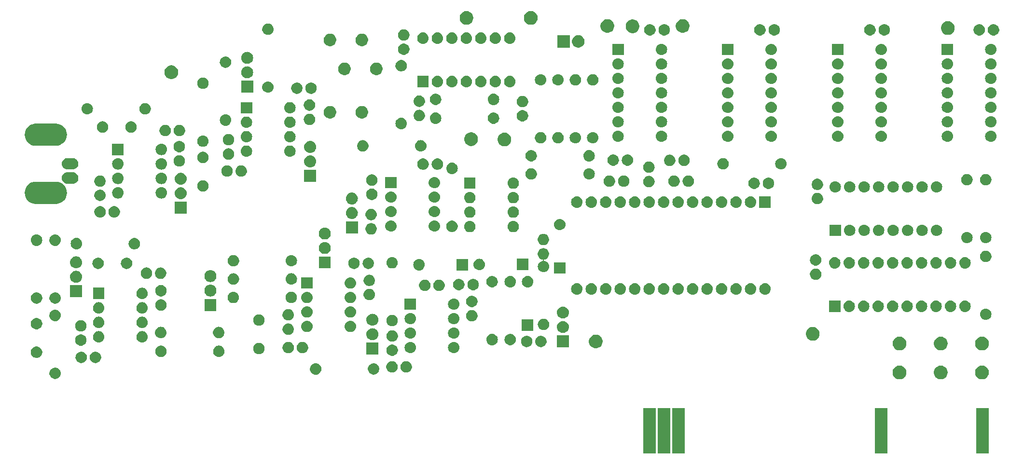
<source format=gts>
G04 #@! TF.GenerationSoftware,KiCad,Pcbnew,5.0.2-bee76a0~70~ubuntu18.04.1*
G04 #@! TF.CreationDate,2019-01-08T23:51:52-05:00*
G04 #@! TF.ProjectId,adcboard,61646362-6f61-4726-942e-6b696361645f,rev?*
G04 #@! TF.SameCoordinates,Original*
G04 #@! TF.FileFunction,Soldermask,Top*
G04 #@! TF.FilePolarity,Negative*
%FSLAX46Y46*%
G04 Gerber Fmt 4.6, Leading zero omitted, Abs format (unit mm)*
G04 Created by KiCad (PCBNEW 5.0.2-bee76a0~70~ubuntu18.04.1) date Tue 08 Jan 2019 11:51:52 PM EST*
%MOMM*%
%LPD*%
G01*
G04 APERTURE LIST*
%ADD10C,0.100000*%
G04 APERTURE END LIST*
D10*
G36*
X206886400Y-150145200D02*
X204708400Y-150145200D01*
X204708400Y-142125200D01*
X206886400Y-142125200D01*
X206886400Y-150145200D01*
X206886400Y-150145200D01*
G37*
G36*
X242446400Y-150145200D02*
X240268400Y-150145200D01*
X240268400Y-142125200D01*
X242446400Y-142125200D01*
X242446400Y-150145200D01*
X242446400Y-150145200D01*
G37*
G36*
X260226400Y-150145200D02*
X258048400Y-150145200D01*
X258048400Y-142125200D01*
X260226400Y-142125200D01*
X260226400Y-150145200D01*
X260226400Y-150145200D01*
G37*
G36*
X204346400Y-150145200D02*
X202168400Y-150145200D01*
X202168400Y-142125200D01*
X204346400Y-142125200D01*
X204346400Y-150145200D01*
X204346400Y-150145200D01*
G37*
G36*
X201806400Y-150145200D02*
X199628400Y-150145200D01*
X199628400Y-142125200D01*
X201806400Y-142125200D01*
X201806400Y-150145200D01*
X201806400Y-150145200D01*
G37*
G36*
X259420026Y-134736115D02*
X259638412Y-134826573D01*
X259834958Y-134957901D01*
X260002099Y-135125042D01*
X260133427Y-135321588D01*
X260223885Y-135539974D01*
X260270000Y-135771809D01*
X260270000Y-136008191D01*
X260223885Y-136240026D01*
X260133427Y-136458412D01*
X260002099Y-136654958D01*
X259834958Y-136822099D01*
X259638412Y-136953427D01*
X259420026Y-137043885D01*
X259188191Y-137090000D01*
X258951809Y-137090000D01*
X258719974Y-137043885D01*
X258501588Y-136953427D01*
X258305042Y-136822099D01*
X258137901Y-136654958D01*
X258006573Y-136458412D01*
X257916115Y-136240026D01*
X257870000Y-136008191D01*
X257870000Y-135771809D01*
X257916115Y-135539974D01*
X258006573Y-135321588D01*
X258137901Y-135125042D01*
X258305042Y-134957901D01*
X258501588Y-134826573D01*
X258719974Y-134736115D01*
X258951809Y-134690000D01*
X259188191Y-134690000D01*
X259420026Y-134736115D01*
X259420026Y-134736115D01*
G37*
G36*
X244952026Y-134736115D02*
X245170412Y-134826573D01*
X245366958Y-134957901D01*
X245534099Y-135125042D01*
X245665427Y-135321588D01*
X245755885Y-135539974D01*
X245802000Y-135771809D01*
X245802000Y-136008191D01*
X245755885Y-136240026D01*
X245665427Y-136458412D01*
X245534099Y-136654958D01*
X245366958Y-136822099D01*
X245170412Y-136953427D01*
X244952026Y-137043885D01*
X244720191Y-137090000D01*
X244483809Y-137090000D01*
X244251974Y-137043885D01*
X244033588Y-136953427D01*
X243837042Y-136822099D01*
X243669901Y-136654958D01*
X243538573Y-136458412D01*
X243448115Y-136240026D01*
X243402000Y-136008191D01*
X243402000Y-135771809D01*
X243448115Y-135539974D01*
X243538573Y-135321588D01*
X243669901Y-135125042D01*
X243837042Y-134957901D01*
X244033588Y-134826573D01*
X244251974Y-134736115D01*
X244483809Y-134690000D01*
X244720191Y-134690000D01*
X244952026Y-134736115D01*
X244952026Y-134736115D01*
G37*
G36*
X252191026Y-134736115D02*
X252409412Y-134826573D01*
X252605958Y-134957901D01*
X252773099Y-135125042D01*
X252904427Y-135321588D01*
X252994885Y-135539974D01*
X253041000Y-135771809D01*
X253041000Y-136008191D01*
X252994885Y-136240026D01*
X252904427Y-136458412D01*
X252773099Y-136654958D01*
X252605958Y-136822099D01*
X252409412Y-136953427D01*
X252191026Y-137043885D01*
X251959191Y-137090000D01*
X251722809Y-137090000D01*
X251490974Y-137043885D01*
X251272588Y-136953427D01*
X251076042Y-136822099D01*
X250908901Y-136654958D01*
X250777573Y-136458412D01*
X250687115Y-136240026D01*
X250641000Y-136008191D01*
X250641000Y-135771809D01*
X250687115Y-135539974D01*
X250777573Y-135321588D01*
X250908901Y-135125042D01*
X251076042Y-134957901D01*
X251272588Y-134826573D01*
X251490974Y-134736115D01*
X251722809Y-134690000D01*
X251959191Y-134690000D01*
X252191026Y-134736115D01*
X252191026Y-134736115D01*
G37*
G36*
X96619570Y-135057772D02*
X96735489Y-135080829D01*
X96917478Y-135156211D01*
X97081263Y-135265649D01*
X97220551Y-135404937D01*
X97329989Y-135568722D01*
X97405371Y-135750711D01*
X97422865Y-135838660D01*
X97443800Y-135943907D01*
X97443800Y-136140893D01*
X97430303Y-136208748D01*
X97405371Y-136334089D01*
X97329989Y-136516078D01*
X97220551Y-136679863D01*
X97081263Y-136819151D01*
X96917478Y-136928589D01*
X96735489Y-137003971D01*
X96619570Y-137027028D01*
X96542293Y-137042400D01*
X96345307Y-137042400D01*
X96268030Y-137027028D01*
X96152111Y-137003971D01*
X95970122Y-136928589D01*
X95806337Y-136819151D01*
X95667049Y-136679863D01*
X95557611Y-136516078D01*
X95482229Y-136334089D01*
X95457297Y-136208748D01*
X95443800Y-136140893D01*
X95443800Y-135943907D01*
X95464735Y-135838660D01*
X95482229Y-135750711D01*
X95557611Y-135568722D01*
X95667049Y-135404937D01*
X95806337Y-135265649D01*
X95970122Y-135156211D01*
X96152111Y-135080829D01*
X96268030Y-135057772D01*
X96345307Y-135042400D01*
X96542293Y-135042400D01*
X96619570Y-135057772D01*
X96619570Y-135057772D01*
G37*
G36*
X152499570Y-134295772D02*
X152615489Y-134318829D01*
X152797478Y-134394211D01*
X152961263Y-134503649D01*
X153100551Y-134642937D01*
X153209989Y-134806722D01*
X153285371Y-134988711D01*
X153308428Y-135104630D01*
X153318689Y-135156211D01*
X153323800Y-135181909D01*
X153323800Y-135378891D01*
X153285371Y-135572089D01*
X153209989Y-135754078D01*
X153100551Y-135917863D01*
X152961263Y-136057151D01*
X152797478Y-136166589D01*
X152615489Y-136241971D01*
X152499570Y-136265028D01*
X152422293Y-136280400D01*
X152225307Y-136280400D01*
X152148030Y-136265028D01*
X152032111Y-136241971D01*
X151850122Y-136166589D01*
X151686337Y-136057151D01*
X151547049Y-135917863D01*
X151437611Y-135754078D01*
X151362229Y-135572089D01*
X151323800Y-135378891D01*
X151323800Y-135181909D01*
X151328912Y-135156211D01*
X151339172Y-135104630D01*
X151362229Y-134988711D01*
X151437611Y-134806722D01*
X151547049Y-134642937D01*
X151686337Y-134503649D01*
X151850122Y-134394211D01*
X152032111Y-134318829D01*
X152148030Y-134295772D01*
X152225307Y-134280400D01*
X152422293Y-134280400D01*
X152499570Y-134295772D01*
X152499570Y-134295772D01*
G37*
G36*
X142359830Y-134294869D02*
X142359833Y-134294870D01*
X142359834Y-134294870D01*
X142548335Y-134352051D01*
X142548337Y-134352052D01*
X142722060Y-134444909D01*
X142874328Y-134569872D01*
X142999291Y-134722140D01*
X143055112Y-134826573D01*
X143092149Y-134895865D01*
X143136600Y-135042400D01*
X143149331Y-135084370D01*
X143168638Y-135280400D01*
X143149331Y-135476430D01*
X143149330Y-135476433D01*
X143149330Y-135476434D01*
X143130056Y-135539973D01*
X143092148Y-135664937D01*
X142999291Y-135838660D01*
X142874328Y-135990928D01*
X142722060Y-136115891D01*
X142627211Y-136166589D01*
X142548335Y-136208749D01*
X142359834Y-136265930D01*
X142359833Y-136265930D01*
X142359830Y-136265931D01*
X142212924Y-136280400D01*
X142114676Y-136280400D01*
X141967770Y-136265931D01*
X141967767Y-136265930D01*
X141967766Y-136265930D01*
X141779265Y-136208749D01*
X141700389Y-136166589D01*
X141605540Y-136115891D01*
X141453272Y-135990928D01*
X141328309Y-135838660D01*
X141235452Y-135664937D01*
X141197545Y-135539973D01*
X141178270Y-135476434D01*
X141178270Y-135476433D01*
X141178269Y-135476430D01*
X141158962Y-135280400D01*
X141178269Y-135084370D01*
X141191000Y-135042400D01*
X141235451Y-134895865D01*
X141272488Y-134826573D01*
X141328309Y-134722140D01*
X141453272Y-134569872D01*
X141605540Y-134444909D01*
X141779263Y-134352052D01*
X141779265Y-134352051D01*
X141967766Y-134294870D01*
X141967767Y-134294870D01*
X141967770Y-134294869D01*
X142114676Y-134280400D01*
X142212924Y-134280400D01*
X142359830Y-134294869D01*
X142359830Y-134294869D01*
G37*
G36*
X155725370Y-133940172D02*
X155841289Y-133963229D01*
X156023278Y-134038611D01*
X156187063Y-134148049D01*
X156326351Y-134287337D01*
X156435789Y-134451122D01*
X156511171Y-134633111D01*
X156549600Y-134826309D01*
X156549600Y-135023291D01*
X156511171Y-135216489D01*
X156435789Y-135398478D01*
X156326351Y-135562263D01*
X156187063Y-135701551D01*
X156023278Y-135810989D01*
X155841289Y-135886371D01*
X155725370Y-135909428D01*
X155648093Y-135924800D01*
X155451107Y-135924800D01*
X155373830Y-135909428D01*
X155257911Y-135886371D01*
X155075922Y-135810989D01*
X154912137Y-135701551D01*
X154772849Y-135562263D01*
X154663411Y-135398478D01*
X154588029Y-135216489D01*
X154549600Y-135023291D01*
X154549600Y-134826309D01*
X154588029Y-134633111D01*
X154663411Y-134451122D01*
X154772849Y-134287337D01*
X154912137Y-134148049D01*
X155075922Y-134038611D01*
X155257911Y-133963229D01*
X155373830Y-133940172D01*
X155451107Y-133924800D01*
X155648093Y-133924800D01*
X155725370Y-133940172D01*
X155725370Y-133940172D01*
G37*
G36*
X158225370Y-133940172D02*
X158341289Y-133963229D01*
X158523278Y-134038611D01*
X158687063Y-134148049D01*
X158826351Y-134287337D01*
X158935789Y-134451122D01*
X159011171Y-134633111D01*
X159049600Y-134826309D01*
X159049600Y-135023291D01*
X159011171Y-135216489D01*
X158935789Y-135398478D01*
X158826351Y-135562263D01*
X158687063Y-135701551D01*
X158523278Y-135810989D01*
X158341289Y-135886371D01*
X158225370Y-135909428D01*
X158148093Y-135924800D01*
X157951107Y-135924800D01*
X157873830Y-135909428D01*
X157757911Y-135886371D01*
X157575922Y-135810989D01*
X157412137Y-135701551D01*
X157272849Y-135562263D01*
X157163411Y-135398478D01*
X157088029Y-135216489D01*
X157049600Y-135023291D01*
X157049600Y-134826309D01*
X157088029Y-134633111D01*
X157163411Y-134451122D01*
X157272849Y-134287337D01*
X157412137Y-134148049D01*
X157575922Y-134038611D01*
X157757911Y-133963229D01*
X157873830Y-133940172D01*
X157951107Y-133924800D01*
X158148093Y-133924800D01*
X158225370Y-133940172D01*
X158225370Y-133940172D01*
G37*
G36*
X101206170Y-132263772D02*
X101322089Y-132286829D01*
X101504078Y-132362211D01*
X101667863Y-132471649D01*
X101807151Y-132610937D01*
X101916589Y-132774722D01*
X101991971Y-132956711D01*
X102015028Y-133072630D01*
X102022452Y-133109948D01*
X102030400Y-133149909D01*
X102030400Y-133346891D01*
X101991971Y-133540089D01*
X101916589Y-133722078D01*
X101807151Y-133885863D01*
X101667863Y-134025151D01*
X101504078Y-134134589D01*
X101322089Y-134209971D01*
X101206170Y-134233028D01*
X101128893Y-134248400D01*
X100931907Y-134248400D01*
X100854630Y-134233028D01*
X100738711Y-134209971D01*
X100556722Y-134134589D01*
X100392937Y-134025151D01*
X100253649Y-133885863D01*
X100144211Y-133722078D01*
X100068829Y-133540089D01*
X100030400Y-133346891D01*
X100030400Y-133149909D01*
X100038349Y-133109948D01*
X100045772Y-133072630D01*
X100068829Y-132956711D01*
X100144211Y-132774722D01*
X100253649Y-132610937D01*
X100392937Y-132471649D01*
X100556722Y-132362211D01*
X100738711Y-132286829D01*
X100854630Y-132263772D01*
X100931907Y-132248400D01*
X101128893Y-132248400D01*
X101206170Y-132263772D01*
X101206170Y-132263772D01*
G37*
G36*
X103706170Y-132263772D02*
X103822089Y-132286829D01*
X104004078Y-132362211D01*
X104167863Y-132471649D01*
X104307151Y-132610937D01*
X104416589Y-132774722D01*
X104491971Y-132956711D01*
X104515028Y-133072630D01*
X104522452Y-133109948D01*
X104530400Y-133149909D01*
X104530400Y-133346891D01*
X104491971Y-133540089D01*
X104416589Y-133722078D01*
X104307151Y-133885863D01*
X104167863Y-134025151D01*
X104004078Y-134134589D01*
X103822089Y-134209971D01*
X103706170Y-134233028D01*
X103628893Y-134248400D01*
X103431907Y-134248400D01*
X103354630Y-134233028D01*
X103238711Y-134209971D01*
X103056722Y-134134589D01*
X102892937Y-134025151D01*
X102753649Y-133885863D01*
X102644211Y-133722078D01*
X102568829Y-133540089D01*
X102530400Y-133346891D01*
X102530400Y-133149909D01*
X102538349Y-133109948D01*
X102545772Y-133072630D01*
X102568829Y-132956711D01*
X102644211Y-132774722D01*
X102753649Y-132610937D01*
X102892937Y-132471649D01*
X103056722Y-132362211D01*
X103238711Y-132286829D01*
X103354630Y-132263772D01*
X103431907Y-132248400D01*
X103628893Y-132248400D01*
X103706170Y-132263772D01*
X103706170Y-132263772D01*
G37*
G36*
X93351963Y-131346108D02*
X93484289Y-131372429D01*
X93666278Y-131447811D01*
X93830063Y-131557249D01*
X93969351Y-131696537D01*
X94078789Y-131860322D01*
X94154171Y-132042311D01*
X94163198Y-132087693D01*
X94192600Y-132235507D01*
X94192600Y-132432493D01*
X94184485Y-132473289D01*
X94154171Y-132625689D01*
X94078789Y-132807678D01*
X93969351Y-132971463D01*
X93830063Y-133110751D01*
X93666278Y-133220189D01*
X93484289Y-133295571D01*
X93368370Y-133318628D01*
X93291093Y-133334000D01*
X93094107Y-133334000D01*
X93016830Y-133318628D01*
X92900911Y-133295571D01*
X92718922Y-133220189D01*
X92555137Y-133110751D01*
X92415849Y-132971463D01*
X92306411Y-132807678D01*
X92231029Y-132625689D01*
X92200715Y-132473289D01*
X92192600Y-132432493D01*
X92192600Y-132235507D01*
X92222002Y-132087693D01*
X92231029Y-132042311D01*
X92306411Y-131860322D01*
X92415849Y-131696537D01*
X92555137Y-131557249D01*
X92718922Y-131447811D01*
X92900911Y-131372429D01*
X93033237Y-131346108D01*
X93094107Y-131334000D01*
X93291093Y-131334000D01*
X93351963Y-131346108D01*
X93351963Y-131346108D01*
G37*
G36*
X125367230Y-131196069D02*
X125367233Y-131196070D01*
X125367234Y-131196070D01*
X125555735Y-131253251D01*
X125555737Y-131253252D01*
X125729460Y-131346109D01*
X125881728Y-131471072D01*
X126006691Y-131623340D01*
X126006692Y-131623342D01*
X126099549Y-131797065D01*
X126132514Y-131905737D01*
X126156731Y-131985570D01*
X126176038Y-132181600D01*
X126156731Y-132377630D01*
X126156730Y-132377633D01*
X126156730Y-132377634D01*
X126113180Y-132521200D01*
X126099548Y-132566137D01*
X126006691Y-132739860D01*
X125881728Y-132892128D01*
X125729460Y-133017091D01*
X125729458Y-133017092D01*
X125555735Y-133109949D01*
X125367234Y-133167130D01*
X125367233Y-133167130D01*
X125367230Y-133167131D01*
X125220324Y-133181600D01*
X125122076Y-133181600D01*
X124975170Y-133167131D01*
X124975167Y-133167130D01*
X124975166Y-133167130D01*
X124786665Y-133109949D01*
X124612942Y-133017092D01*
X124612940Y-133017091D01*
X124460672Y-132892128D01*
X124335709Y-132739860D01*
X124242852Y-132566137D01*
X124229221Y-132521200D01*
X124185670Y-132377634D01*
X124185670Y-132377633D01*
X124185669Y-132377630D01*
X124166362Y-132181600D01*
X124185669Y-131985570D01*
X124209886Y-131905737D01*
X124242851Y-131797065D01*
X124335708Y-131623342D01*
X124335709Y-131623340D01*
X124460672Y-131471072D01*
X124612940Y-131346109D01*
X124786663Y-131253252D01*
X124786665Y-131253251D01*
X124975166Y-131196070D01*
X124975167Y-131196070D01*
X124975170Y-131196069D01*
X125122076Y-131181600D01*
X125220324Y-131181600D01*
X125367230Y-131196069D01*
X125367230Y-131196069D01*
G37*
G36*
X115186970Y-131196972D02*
X115302889Y-131220029D01*
X115484878Y-131295411D01*
X115648663Y-131404849D01*
X115787951Y-131544137D01*
X115897389Y-131707922D01*
X115972771Y-131889911D01*
X115992816Y-131990686D01*
X116011200Y-132083107D01*
X116011200Y-132280093D01*
X115995963Y-132356692D01*
X115972771Y-132473289D01*
X115897389Y-132655278D01*
X115787951Y-132819063D01*
X115648663Y-132958351D01*
X115484878Y-133067789D01*
X115302889Y-133143171D01*
X115186970Y-133166228D01*
X115109693Y-133181600D01*
X114912707Y-133181600D01*
X114835430Y-133166228D01*
X114719511Y-133143171D01*
X114537522Y-133067789D01*
X114373737Y-132958351D01*
X114234449Y-132819063D01*
X114125011Y-132655278D01*
X114049629Y-132473289D01*
X114026437Y-132356692D01*
X114011200Y-132280093D01*
X114011200Y-132083107D01*
X114029584Y-131990686D01*
X114049629Y-131889911D01*
X114125011Y-131707922D01*
X114234449Y-131544137D01*
X114373737Y-131404849D01*
X114537522Y-131295411D01*
X114719511Y-131220029D01*
X114835430Y-131196972D01*
X114912707Y-131181600D01*
X115109693Y-131181600D01*
X115186970Y-131196972D01*
X115186970Y-131196972D01*
G37*
G36*
X155776170Y-131004572D02*
X155892089Y-131027629D01*
X156074078Y-131103011D01*
X156237863Y-131212449D01*
X156377151Y-131351737D01*
X156486589Y-131515522D01*
X156561971Y-131697511D01*
X156564042Y-131707925D01*
X156600242Y-131889911D01*
X156600400Y-131890709D01*
X156600400Y-132087691D01*
X156561971Y-132280889D01*
X156486589Y-132462878D01*
X156377151Y-132626663D01*
X156237863Y-132765951D01*
X156074078Y-132875389D01*
X155892089Y-132950771D01*
X155788062Y-132971463D01*
X155698893Y-132989200D01*
X155501907Y-132989200D01*
X155412738Y-132971463D01*
X155308711Y-132950771D01*
X155126722Y-132875389D01*
X154962937Y-132765951D01*
X154823649Y-132626663D01*
X154714211Y-132462878D01*
X154638829Y-132280889D01*
X154600400Y-132087691D01*
X154600400Y-131890709D01*
X154600559Y-131889911D01*
X154636758Y-131707925D01*
X154638829Y-131697511D01*
X154714211Y-131515522D01*
X154823649Y-131351737D01*
X154962937Y-131212449D01*
X155126722Y-131103011D01*
X155308711Y-131027629D01*
X155424630Y-131004572D01*
X155501907Y-130989200D01*
X155698893Y-130989200D01*
X155776170Y-131004572D01*
X155776170Y-131004572D01*
G37*
G36*
X153170600Y-132774400D02*
X151070600Y-132774400D01*
X151070600Y-130674400D01*
X153170600Y-130674400D01*
X153170600Y-132774400D01*
X153170600Y-132774400D01*
G37*
G36*
X132382770Y-130714372D02*
X132498689Y-130737429D01*
X132680678Y-130812811D01*
X132844463Y-130922249D01*
X132983751Y-131061537D01*
X133093189Y-131225322D01*
X133168571Y-131407311D01*
X133187883Y-131504400D01*
X133207000Y-131600507D01*
X133207000Y-131797493D01*
X133194502Y-131860322D01*
X133168571Y-131990689D01*
X133093189Y-132172678D01*
X132983751Y-132336463D01*
X132844463Y-132475751D01*
X132680678Y-132585189D01*
X132498689Y-132660571D01*
X132382770Y-132683628D01*
X132305493Y-132699000D01*
X132108507Y-132699000D01*
X132031230Y-132683628D01*
X131915311Y-132660571D01*
X131733322Y-132585189D01*
X131569537Y-132475751D01*
X131430249Y-132336463D01*
X131320811Y-132172678D01*
X131245429Y-131990689D01*
X131219498Y-131860322D01*
X131207000Y-131797493D01*
X131207000Y-131600507D01*
X131226117Y-131504400D01*
X131245429Y-131407311D01*
X131320811Y-131225322D01*
X131430249Y-131061537D01*
X131569537Y-130922249D01*
X131733322Y-130812811D01*
X131915311Y-130737429D01*
X132031230Y-130714372D01*
X132108507Y-130699000D01*
X132305493Y-130699000D01*
X132382770Y-130714372D01*
X132382770Y-130714372D01*
G37*
G36*
X158971430Y-130535669D02*
X158971433Y-130535670D01*
X158971434Y-130535670D01*
X159159935Y-130592851D01*
X159159937Y-130592852D01*
X159333660Y-130685709D01*
X159485928Y-130810672D01*
X159610891Y-130962940D01*
X159697086Y-131124200D01*
X159703749Y-131136665D01*
X159732411Y-131231151D01*
X159760931Y-131325170D01*
X159780238Y-131521200D01*
X159760931Y-131717230D01*
X159760930Y-131717233D01*
X159760930Y-131717234D01*
X159708308Y-131890707D01*
X159703748Y-131905737D01*
X159610891Y-132079460D01*
X159485928Y-132231728D01*
X159333660Y-132356691D01*
X159159937Y-132449548D01*
X159159935Y-132449549D01*
X158971434Y-132506730D01*
X158971433Y-132506730D01*
X158971430Y-132506731D01*
X158824524Y-132521200D01*
X158726276Y-132521200D01*
X158579370Y-132506731D01*
X158579367Y-132506730D01*
X158579366Y-132506730D01*
X158390865Y-132449549D01*
X158390863Y-132449548D01*
X158217140Y-132356691D01*
X158064872Y-132231728D01*
X157939909Y-132079460D01*
X157847052Y-131905737D01*
X157842493Y-131890707D01*
X157789870Y-131717234D01*
X157789870Y-131717233D01*
X157789869Y-131717230D01*
X157770562Y-131521200D01*
X157789869Y-131325170D01*
X157818389Y-131231151D01*
X157847051Y-131136665D01*
X157853714Y-131124200D01*
X157939909Y-130962940D01*
X158064872Y-130810672D01*
X158217140Y-130685709D01*
X158390863Y-130592852D01*
X158390865Y-130592851D01*
X158579366Y-130535670D01*
X158579367Y-130535670D01*
X158579370Y-130535669D01*
X158726276Y-130521200D01*
X158824524Y-130521200D01*
X158971430Y-130535669D01*
X158971430Y-130535669D01*
G37*
G36*
X166591430Y-130535669D02*
X166591433Y-130535670D01*
X166591434Y-130535670D01*
X166779935Y-130592851D01*
X166779937Y-130592852D01*
X166953660Y-130685709D01*
X167105928Y-130810672D01*
X167230891Y-130962940D01*
X167317086Y-131124200D01*
X167323749Y-131136665D01*
X167352411Y-131231151D01*
X167380931Y-131325170D01*
X167400238Y-131521200D01*
X167380931Y-131717230D01*
X167380930Y-131717233D01*
X167380930Y-131717234D01*
X167328308Y-131890707D01*
X167323748Y-131905737D01*
X167230891Y-132079460D01*
X167105928Y-132231728D01*
X166953660Y-132356691D01*
X166779937Y-132449548D01*
X166779935Y-132449549D01*
X166591434Y-132506730D01*
X166591433Y-132506730D01*
X166591430Y-132506731D01*
X166444524Y-132521200D01*
X166346276Y-132521200D01*
X166199370Y-132506731D01*
X166199367Y-132506730D01*
X166199366Y-132506730D01*
X166010865Y-132449549D01*
X166010863Y-132449548D01*
X165837140Y-132356691D01*
X165684872Y-132231728D01*
X165559909Y-132079460D01*
X165467052Y-131905737D01*
X165462493Y-131890707D01*
X165409870Y-131717234D01*
X165409870Y-131717233D01*
X165409869Y-131717230D01*
X165390562Y-131521200D01*
X165409869Y-131325170D01*
X165438389Y-131231151D01*
X165467051Y-131136665D01*
X165473714Y-131124200D01*
X165559909Y-130962940D01*
X165684872Y-130810672D01*
X165837140Y-130685709D01*
X166010863Y-130592852D01*
X166010865Y-130592851D01*
X166199366Y-130535670D01*
X166199367Y-130535670D01*
X166199370Y-130535669D01*
X166346276Y-130521200D01*
X166444524Y-130521200D01*
X166591430Y-130535669D01*
X166591430Y-130535669D01*
G37*
G36*
X137528170Y-130536572D02*
X137644089Y-130559629D01*
X137826078Y-130635011D01*
X137989863Y-130744449D01*
X138129151Y-130883737D01*
X138238589Y-131047522D01*
X138313971Y-131229511D01*
X138337028Y-131345430D01*
X138352400Y-131422707D01*
X138352400Y-131619693D01*
X138351674Y-131623342D01*
X138313971Y-131812889D01*
X138238589Y-131994878D01*
X138129151Y-132158663D01*
X137989863Y-132297951D01*
X137826078Y-132407389D01*
X137644089Y-132482771D01*
X137528170Y-132505828D01*
X137450893Y-132521200D01*
X137253907Y-132521200D01*
X137176630Y-132505828D01*
X137060711Y-132482771D01*
X136878722Y-132407389D01*
X136714937Y-132297951D01*
X136575649Y-132158663D01*
X136466211Y-131994878D01*
X136390829Y-131812889D01*
X136353126Y-131623342D01*
X136352400Y-131619693D01*
X136352400Y-131422707D01*
X136367772Y-131345430D01*
X136390829Y-131229511D01*
X136466211Y-131047522D01*
X136575649Y-130883737D01*
X136714937Y-130744449D01*
X136878722Y-130635011D01*
X137060711Y-130559629D01*
X137176630Y-130536572D01*
X137253907Y-130521200D01*
X137450893Y-130521200D01*
X137528170Y-130536572D01*
X137528170Y-130536572D01*
G37*
G36*
X140028170Y-130536572D02*
X140144089Y-130559629D01*
X140326078Y-130635011D01*
X140489863Y-130744449D01*
X140629151Y-130883737D01*
X140738589Y-131047522D01*
X140813971Y-131229511D01*
X140837028Y-131345430D01*
X140852400Y-131422707D01*
X140852400Y-131619693D01*
X140851674Y-131623342D01*
X140813971Y-131812889D01*
X140738589Y-131994878D01*
X140629151Y-132158663D01*
X140489863Y-132297951D01*
X140326078Y-132407389D01*
X140144089Y-132482771D01*
X140028170Y-132505828D01*
X139950893Y-132521200D01*
X139753907Y-132521200D01*
X139676630Y-132505828D01*
X139560711Y-132482771D01*
X139378722Y-132407389D01*
X139214937Y-132297951D01*
X139075649Y-132158663D01*
X138966211Y-131994878D01*
X138890829Y-131812889D01*
X138853126Y-131623342D01*
X138852400Y-131619693D01*
X138852400Y-131422707D01*
X138867772Y-131345430D01*
X138890829Y-131229511D01*
X138966211Y-131047522D01*
X139075649Y-130883737D01*
X139214937Y-130744449D01*
X139378722Y-130635011D01*
X139560711Y-130559629D01*
X139676630Y-130536572D01*
X139753907Y-130521200D01*
X139950893Y-130521200D01*
X140028170Y-130536572D01*
X140028170Y-130536572D01*
G37*
G36*
X252201026Y-129656115D02*
X252419412Y-129746573D01*
X252615958Y-129877901D01*
X252783099Y-130045042D01*
X252914427Y-130241588D01*
X253004885Y-130459974D01*
X253051000Y-130691809D01*
X253051000Y-130928191D01*
X253004885Y-131160026D01*
X252914427Y-131378412D01*
X252783099Y-131574958D01*
X252615958Y-131742099D01*
X252419412Y-131873427D01*
X252201026Y-131963885D01*
X251969191Y-132010000D01*
X251732809Y-132010000D01*
X251500974Y-131963885D01*
X251282588Y-131873427D01*
X251086042Y-131742099D01*
X250918901Y-131574958D01*
X250787573Y-131378412D01*
X250697115Y-131160026D01*
X250651000Y-130928191D01*
X250651000Y-130691809D01*
X250697115Y-130459974D01*
X250787573Y-130241588D01*
X250918901Y-130045042D01*
X251086042Y-129877901D01*
X251282588Y-129746573D01*
X251500974Y-129656115D01*
X251732809Y-129610000D01*
X251969191Y-129610000D01*
X252201026Y-129656115D01*
X252201026Y-129656115D01*
G37*
G36*
X244962026Y-129656115D02*
X245180412Y-129746573D01*
X245376958Y-129877901D01*
X245544099Y-130045042D01*
X245675427Y-130241588D01*
X245765885Y-130459974D01*
X245812000Y-130691809D01*
X245812000Y-130928191D01*
X245765885Y-131160026D01*
X245675427Y-131378412D01*
X245544099Y-131574958D01*
X245376958Y-131742099D01*
X245180412Y-131873427D01*
X244962026Y-131963885D01*
X244730191Y-132010000D01*
X244493809Y-132010000D01*
X244261974Y-131963885D01*
X244043588Y-131873427D01*
X243847042Y-131742099D01*
X243679901Y-131574958D01*
X243548573Y-131378412D01*
X243458115Y-131160026D01*
X243412000Y-130928191D01*
X243412000Y-130691809D01*
X243458115Y-130459974D01*
X243548573Y-130241588D01*
X243679901Y-130045042D01*
X243847042Y-129877901D01*
X244043588Y-129746573D01*
X244261974Y-129656115D01*
X244493809Y-129610000D01*
X244730191Y-129610000D01*
X244962026Y-129656115D01*
X244962026Y-129656115D01*
G37*
G36*
X259430026Y-129656115D02*
X259648412Y-129746573D01*
X259844958Y-129877901D01*
X260012099Y-130045042D01*
X260143427Y-130241588D01*
X260233885Y-130459974D01*
X260280000Y-130691809D01*
X260280000Y-130928191D01*
X260233885Y-131160026D01*
X260143427Y-131378412D01*
X260012099Y-131574958D01*
X259844958Y-131742099D01*
X259648412Y-131873427D01*
X259430026Y-131963885D01*
X259198191Y-132010000D01*
X258961809Y-132010000D01*
X258729974Y-131963885D01*
X258511588Y-131873427D01*
X258315042Y-131742099D01*
X258147901Y-131574958D01*
X258016573Y-131378412D01*
X257926115Y-131160026D01*
X257880000Y-130928191D01*
X257880000Y-130691809D01*
X257926115Y-130459974D01*
X258016573Y-130241588D01*
X258147901Y-130045042D01*
X258315042Y-129877901D01*
X258511588Y-129746573D01*
X258729974Y-129656115D01*
X258961809Y-129610000D01*
X259198191Y-129610000D01*
X259430026Y-129656115D01*
X259430026Y-129656115D01*
G37*
G36*
X191662826Y-129300515D02*
X191881212Y-129390973D01*
X192077758Y-129522301D01*
X192244899Y-129689442D01*
X192376227Y-129885988D01*
X192466685Y-130104374D01*
X192512800Y-130336209D01*
X192512800Y-130572591D01*
X192466685Y-130804426D01*
X192376227Y-131022812D01*
X192244899Y-131219358D01*
X192077758Y-131386499D01*
X191881212Y-131517827D01*
X191662826Y-131608285D01*
X191430991Y-131654400D01*
X191194609Y-131654400D01*
X190962774Y-131608285D01*
X190744388Y-131517827D01*
X190547842Y-131386499D01*
X190380701Y-131219358D01*
X190249373Y-131022812D01*
X190158915Y-130804426D01*
X190112800Y-130572591D01*
X190112800Y-130336209D01*
X190158915Y-130104374D01*
X190249373Y-129885988D01*
X190380701Y-129689442D01*
X190547842Y-129522301D01*
X190744388Y-129390973D01*
X190962774Y-129300515D01*
X191194609Y-129254400D01*
X191430991Y-129254400D01*
X191662826Y-129300515D01*
X191662826Y-129300515D01*
G37*
G36*
X186597000Y-131504400D02*
X184497000Y-131504400D01*
X184497000Y-129404400D01*
X186597000Y-129404400D01*
X186597000Y-131504400D01*
X186597000Y-131504400D01*
G37*
G36*
X181861970Y-129469772D02*
X181977889Y-129492829D01*
X182159878Y-129568211D01*
X182323663Y-129677649D01*
X182462951Y-129816937D01*
X182572389Y-129980722D01*
X182647771Y-130162711D01*
X182663460Y-130241587D01*
X182686200Y-130355907D01*
X182686200Y-130552893D01*
X182677252Y-130597875D01*
X182647771Y-130746089D01*
X182572389Y-130928078D01*
X182462951Y-131091863D01*
X182323663Y-131231151D01*
X182159878Y-131340589D01*
X181977889Y-131415971D01*
X181861970Y-131439028D01*
X181784693Y-131454400D01*
X181587707Y-131454400D01*
X181510430Y-131439028D01*
X181394511Y-131415971D01*
X181212522Y-131340589D01*
X181048737Y-131231151D01*
X180909449Y-131091863D01*
X180800011Y-130928078D01*
X180724629Y-130746089D01*
X180695148Y-130597875D01*
X180686200Y-130552893D01*
X180686200Y-130355907D01*
X180708940Y-130241587D01*
X180724629Y-130162711D01*
X180800011Y-129980722D01*
X180909449Y-129816937D01*
X181048737Y-129677649D01*
X181212522Y-129568211D01*
X181394511Y-129492829D01*
X181510430Y-129469772D01*
X181587707Y-129454400D01*
X181784693Y-129454400D01*
X181861970Y-129469772D01*
X181861970Y-129469772D01*
G37*
G36*
X179361970Y-129469772D02*
X179477889Y-129492829D01*
X179659878Y-129568211D01*
X179823663Y-129677649D01*
X179962951Y-129816937D01*
X180072389Y-129980722D01*
X180147771Y-130162711D01*
X180163460Y-130241587D01*
X180186200Y-130355907D01*
X180186200Y-130552893D01*
X180177252Y-130597875D01*
X180147771Y-130746089D01*
X180072389Y-130928078D01*
X179962951Y-131091863D01*
X179823663Y-131231151D01*
X179659878Y-131340589D01*
X179477889Y-131415971D01*
X179361970Y-131439028D01*
X179284693Y-131454400D01*
X179087707Y-131454400D01*
X179010430Y-131439028D01*
X178894511Y-131415971D01*
X178712522Y-131340589D01*
X178548737Y-131231151D01*
X178409449Y-131091863D01*
X178300011Y-130928078D01*
X178224629Y-130746089D01*
X178195148Y-130597875D01*
X178186200Y-130552893D01*
X178186200Y-130355907D01*
X178208940Y-130241587D01*
X178224629Y-130162711D01*
X178300011Y-129980722D01*
X178409449Y-129816937D01*
X178548737Y-129677649D01*
X178712522Y-129568211D01*
X178894511Y-129492829D01*
X179010430Y-129469772D01*
X179087707Y-129454400D01*
X179284693Y-129454400D01*
X179361970Y-129469772D01*
X179361970Y-129469772D01*
G37*
G36*
X101139857Y-129226390D02*
X101256689Y-129249629D01*
X101438678Y-129325011D01*
X101602463Y-129434449D01*
X101741751Y-129573737D01*
X101851189Y-129737522D01*
X101926571Y-129919511D01*
X101947694Y-130025707D01*
X101965000Y-130112707D01*
X101965000Y-130309693D01*
X101959725Y-130336210D01*
X101926571Y-130502889D01*
X101851189Y-130684878D01*
X101741751Y-130848663D01*
X101602463Y-130987951D01*
X101438678Y-131097389D01*
X101256689Y-131172771D01*
X101140770Y-131195828D01*
X101063493Y-131211200D01*
X100866507Y-131211200D01*
X100789230Y-131195828D01*
X100673311Y-131172771D01*
X100491322Y-131097389D01*
X100327537Y-130987951D01*
X100188249Y-130848663D01*
X100078811Y-130684878D01*
X100003429Y-130502889D01*
X99970275Y-130336210D01*
X99965000Y-130309693D01*
X99965000Y-130112707D01*
X99982306Y-130025707D01*
X100003429Y-129919511D01*
X100078811Y-129737522D01*
X100188249Y-129573737D01*
X100327537Y-129434449D01*
X100491322Y-129325011D01*
X100673311Y-129249629D01*
X100790143Y-129226390D01*
X100866507Y-129211200D01*
X101063493Y-129211200D01*
X101139857Y-129226390D01*
X101139857Y-129226390D01*
G37*
G36*
X176477170Y-129139572D02*
X176593089Y-129162629D01*
X176775078Y-129238011D01*
X176938863Y-129347449D01*
X177078151Y-129486737D01*
X177187589Y-129650522D01*
X177262971Y-129832511D01*
X177282453Y-129930454D01*
X177301400Y-130025707D01*
X177301400Y-130222693D01*
X177293564Y-130262085D01*
X177262971Y-130415889D01*
X177187589Y-130597878D01*
X177078151Y-130761663D01*
X176938863Y-130900951D01*
X176775078Y-131010389D01*
X176593089Y-131085771D01*
X176477170Y-131108828D01*
X176399893Y-131124200D01*
X176202907Y-131124200D01*
X176125630Y-131108828D01*
X176009711Y-131085771D01*
X175827722Y-131010389D01*
X175663937Y-130900951D01*
X175524649Y-130761663D01*
X175415211Y-130597878D01*
X175339829Y-130415889D01*
X175309236Y-130262085D01*
X175301400Y-130222693D01*
X175301400Y-130025707D01*
X175320347Y-129930454D01*
X175339829Y-129832511D01*
X175415211Y-129650522D01*
X175524649Y-129486737D01*
X175663937Y-129347449D01*
X175827722Y-129238011D01*
X176009711Y-129162629D01*
X176125630Y-129139572D01*
X176202907Y-129124200D01*
X176399893Y-129124200D01*
X176477170Y-129139572D01*
X176477170Y-129139572D01*
G37*
G36*
X173322430Y-129138669D02*
X173322433Y-129138670D01*
X173322434Y-129138670D01*
X173510935Y-129195851D01*
X173510937Y-129195852D01*
X173684660Y-129288709D01*
X173836928Y-129413672D01*
X173961891Y-129565940D01*
X174053604Y-129737522D01*
X174054749Y-129739665D01*
X174109305Y-129919514D01*
X174111931Y-129928170D01*
X174131238Y-130124200D01*
X174111931Y-130320230D01*
X174111930Y-130320233D01*
X174111930Y-130320234D01*
X174060675Y-130489200D01*
X174054748Y-130508737D01*
X173961891Y-130682460D01*
X173836928Y-130834728D01*
X173684660Y-130959691D01*
X173589811Y-131010389D01*
X173510935Y-131052549D01*
X173322434Y-131109730D01*
X173322433Y-131109730D01*
X173322430Y-131109731D01*
X173175524Y-131124200D01*
X173077276Y-131124200D01*
X172930370Y-131109731D01*
X172930367Y-131109730D01*
X172930366Y-131109730D01*
X172741865Y-131052549D01*
X172662989Y-131010389D01*
X172568140Y-130959691D01*
X172415872Y-130834728D01*
X172290909Y-130682460D01*
X172198052Y-130508737D01*
X172192126Y-130489200D01*
X172140870Y-130320234D01*
X172140870Y-130320233D01*
X172140869Y-130320230D01*
X172121562Y-130124200D01*
X172140869Y-129928170D01*
X172143495Y-129919514D01*
X172198051Y-129739665D01*
X172199196Y-129737522D01*
X172290909Y-129565940D01*
X172415872Y-129413672D01*
X172568140Y-129288709D01*
X172741863Y-129195852D01*
X172741865Y-129195851D01*
X172930366Y-129138670D01*
X172930367Y-129138670D01*
X172930370Y-129138669D01*
X173077276Y-129124200D01*
X173175524Y-129124200D01*
X173322430Y-129138669D01*
X173322430Y-129138669D01*
G37*
G36*
X111905230Y-128656069D02*
X111905233Y-128656070D01*
X111905234Y-128656070D01*
X112093735Y-128713251D01*
X112093737Y-128713252D01*
X112267460Y-128806109D01*
X112419728Y-128931072D01*
X112544691Y-129083340D01*
X112587072Y-129162629D01*
X112637549Y-129257065D01*
X112691359Y-129434453D01*
X112694731Y-129445570D01*
X112714038Y-129641600D01*
X112694731Y-129837630D01*
X112694730Y-129837633D01*
X112694730Y-129837634D01*
X112637679Y-130025707D01*
X112637548Y-130026137D01*
X112544691Y-130199860D01*
X112419728Y-130352128D01*
X112267460Y-130477091D01*
X112113042Y-130559629D01*
X112093735Y-130569949D01*
X111905234Y-130627130D01*
X111905233Y-130627130D01*
X111905230Y-130627131D01*
X111758324Y-130641600D01*
X111660076Y-130641600D01*
X111513170Y-130627131D01*
X111513167Y-130627130D01*
X111513166Y-130627130D01*
X111324665Y-130569949D01*
X111305358Y-130559629D01*
X111150940Y-130477091D01*
X110998672Y-130352128D01*
X110873709Y-130199860D01*
X110780852Y-130026137D01*
X110780722Y-130025707D01*
X110723670Y-129837634D01*
X110723670Y-129837633D01*
X110723669Y-129837630D01*
X110704362Y-129641600D01*
X110723669Y-129445570D01*
X110727041Y-129434453D01*
X110780851Y-129257065D01*
X110831328Y-129162629D01*
X110873709Y-129083340D01*
X110998672Y-128931072D01*
X111150940Y-128806109D01*
X111324663Y-128713252D01*
X111324665Y-128713251D01*
X111513166Y-128656070D01*
X111513167Y-128656070D01*
X111513170Y-128656069D01*
X111660076Y-128641600D01*
X111758324Y-128641600D01*
X111905230Y-128656069D01*
X111905230Y-128656069D01*
G37*
G36*
X104285230Y-128656069D02*
X104285233Y-128656070D01*
X104285234Y-128656070D01*
X104473735Y-128713251D01*
X104473737Y-128713252D01*
X104647460Y-128806109D01*
X104799728Y-128931072D01*
X104924691Y-129083340D01*
X104967072Y-129162629D01*
X105017549Y-129257065D01*
X105071359Y-129434453D01*
X105074731Y-129445570D01*
X105094038Y-129641600D01*
X105074731Y-129837630D01*
X105074730Y-129837633D01*
X105074730Y-129837634D01*
X105017679Y-130025707D01*
X105017548Y-130026137D01*
X104924691Y-130199860D01*
X104799728Y-130352128D01*
X104647460Y-130477091D01*
X104493042Y-130559629D01*
X104473735Y-130569949D01*
X104285234Y-130627130D01*
X104285233Y-130627130D01*
X104285230Y-130627131D01*
X104138324Y-130641600D01*
X104040076Y-130641600D01*
X103893170Y-130627131D01*
X103893167Y-130627130D01*
X103893166Y-130627130D01*
X103704665Y-130569949D01*
X103685358Y-130559629D01*
X103530940Y-130477091D01*
X103378672Y-130352128D01*
X103253709Y-130199860D01*
X103160852Y-130026137D01*
X103160722Y-130025707D01*
X103103670Y-129837634D01*
X103103670Y-129837633D01*
X103103669Y-129837630D01*
X103084362Y-129641600D01*
X103103669Y-129445570D01*
X103107041Y-129434453D01*
X103160851Y-129257065D01*
X103211328Y-129162629D01*
X103253709Y-129083340D01*
X103378672Y-128931072D01*
X103530940Y-128806109D01*
X103704663Y-128713252D01*
X103704665Y-128713251D01*
X103893166Y-128656070D01*
X103893167Y-128656070D01*
X103893170Y-128656069D01*
X104040076Y-128641600D01*
X104138324Y-128641600D01*
X104285230Y-128656069D01*
X104285230Y-128656069D01*
G37*
G36*
X155756058Y-128500571D02*
X155892089Y-128527629D01*
X156074078Y-128603011D01*
X156237863Y-128712449D01*
X156377151Y-128851737D01*
X156486589Y-129015522D01*
X156561971Y-129197511D01*
X156582460Y-129300516D01*
X156600400Y-129390707D01*
X156600400Y-129587693D01*
X156595963Y-129610000D01*
X156561971Y-129780889D01*
X156486589Y-129962878D01*
X156377151Y-130126663D01*
X156237863Y-130265951D01*
X156074078Y-130375389D01*
X155892089Y-130450771D01*
X155776170Y-130473828D01*
X155698893Y-130489200D01*
X155501907Y-130489200D01*
X155424630Y-130473828D01*
X155308711Y-130450771D01*
X155126722Y-130375389D01*
X154962937Y-130265951D01*
X154823649Y-130126663D01*
X154714211Y-129962878D01*
X154638829Y-129780889D01*
X154604837Y-129610000D01*
X154600400Y-129587693D01*
X154600400Y-129390707D01*
X154618340Y-129300516D01*
X154638829Y-129197511D01*
X154714211Y-129015522D01*
X154823649Y-128851737D01*
X154962937Y-128712449D01*
X155126722Y-128603011D01*
X155308711Y-128527629D01*
X155444742Y-128500571D01*
X155501907Y-128489200D01*
X155698893Y-128489200D01*
X155756058Y-128500571D01*
X155756058Y-128500571D01*
G37*
G36*
X229737426Y-127954315D02*
X229955812Y-128044773D01*
X230152358Y-128176101D01*
X230319499Y-128343242D01*
X230450827Y-128539788D01*
X230541285Y-128758174D01*
X230587400Y-128990009D01*
X230587400Y-129226391D01*
X230541285Y-129458226D01*
X230450827Y-129676612D01*
X230319499Y-129873158D01*
X230152358Y-130040299D01*
X229955812Y-130171627D01*
X229737426Y-130262085D01*
X229505591Y-130308200D01*
X229269209Y-130308200D01*
X229037374Y-130262085D01*
X228818988Y-130171627D01*
X228622442Y-130040299D01*
X228455301Y-129873158D01*
X228323973Y-129676612D01*
X228233515Y-129458226D01*
X228187400Y-129226391D01*
X228187400Y-128990009D01*
X228233515Y-128758174D01*
X228323973Y-128539788D01*
X228455301Y-128343242D01*
X228622442Y-128176101D01*
X228818988Y-128044773D01*
X229037374Y-127954315D01*
X229269209Y-127908200D01*
X229505591Y-127908200D01*
X229737426Y-127954315D01*
X229737426Y-127954315D01*
G37*
G36*
X152249307Y-128141997D02*
X152326436Y-128149593D01*
X152442755Y-128184878D01*
X152524363Y-128209633D01*
X152706772Y-128307133D01*
X152866654Y-128438346D01*
X152997867Y-128598228D01*
X153095367Y-128780637D01*
X153095510Y-128781109D01*
X153155407Y-128978564D01*
X153175680Y-129184400D01*
X153155407Y-129390236D01*
X153134782Y-129458227D01*
X153095367Y-129588163D01*
X152997867Y-129770572D01*
X152866654Y-129930454D01*
X152706772Y-130061667D01*
X152524363Y-130159167D01*
X152483290Y-130171626D01*
X152326436Y-130219207D01*
X152249307Y-130226803D01*
X152172180Y-130234400D01*
X152069020Y-130234400D01*
X151991893Y-130226803D01*
X151914764Y-130219207D01*
X151757910Y-130171626D01*
X151716837Y-130159167D01*
X151534428Y-130061667D01*
X151374546Y-129930454D01*
X151243333Y-129770572D01*
X151145833Y-129588163D01*
X151106418Y-129458227D01*
X151085793Y-129390236D01*
X151065520Y-129184400D01*
X151085793Y-128978564D01*
X151145690Y-128781109D01*
X151145833Y-128780637D01*
X151243333Y-128598228D01*
X151374546Y-128438346D01*
X151534428Y-128307133D01*
X151716837Y-128209633D01*
X151798445Y-128184878D01*
X151914764Y-128149593D01*
X151991893Y-128141997D01*
X152069020Y-128134400D01*
X152172180Y-128134400D01*
X152249307Y-128141997D01*
X152249307Y-128141997D01*
G37*
G36*
X166591430Y-127995669D02*
X166591433Y-127995670D01*
X166591434Y-127995670D01*
X166779935Y-128052851D01*
X166779937Y-128052852D01*
X166953660Y-128145709D01*
X167105928Y-128270672D01*
X167230891Y-128422940D01*
X167323748Y-128596663D01*
X167323749Y-128596665D01*
X167371620Y-128754475D01*
X167380931Y-128785170D01*
X167400238Y-128981200D01*
X167380931Y-129177230D01*
X167380930Y-129177233D01*
X167380930Y-129177234D01*
X167327528Y-129353278D01*
X167323748Y-129365737D01*
X167230891Y-129539460D01*
X167105928Y-129691728D01*
X166953660Y-129816691D01*
X166779937Y-129909548D01*
X166779935Y-129909549D01*
X166591434Y-129966730D01*
X166591433Y-129966730D01*
X166591430Y-129966731D01*
X166444524Y-129981200D01*
X166346276Y-129981200D01*
X166199370Y-129966731D01*
X166199367Y-129966730D01*
X166199366Y-129966730D01*
X166010865Y-129909549D01*
X166010863Y-129909548D01*
X165837140Y-129816691D01*
X165684872Y-129691728D01*
X165559909Y-129539460D01*
X165467052Y-129365737D01*
X165463273Y-129353278D01*
X165409870Y-129177234D01*
X165409870Y-129177233D01*
X165409869Y-129177230D01*
X165390562Y-128981200D01*
X165409869Y-128785170D01*
X165419180Y-128754475D01*
X165467051Y-128596665D01*
X165467052Y-128596663D01*
X165559909Y-128422940D01*
X165684872Y-128270672D01*
X165837140Y-128145709D01*
X166010863Y-128052852D01*
X166010865Y-128052851D01*
X166199366Y-127995670D01*
X166199367Y-127995670D01*
X166199370Y-127995669D01*
X166346276Y-127981200D01*
X166444524Y-127981200D01*
X166591430Y-127995669D01*
X166591430Y-127995669D01*
G37*
G36*
X158971430Y-127995669D02*
X158971433Y-127995670D01*
X158971434Y-127995670D01*
X159159935Y-128052851D01*
X159159937Y-128052852D01*
X159333660Y-128145709D01*
X159485928Y-128270672D01*
X159610891Y-128422940D01*
X159703748Y-128596663D01*
X159703749Y-128596665D01*
X159751620Y-128754475D01*
X159760931Y-128785170D01*
X159780238Y-128981200D01*
X159760931Y-129177230D01*
X159760930Y-129177233D01*
X159760930Y-129177234D01*
X159707528Y-129353278D01*
X159703748Y-129365737D01*
X159610891Y-129539460D01*
X159485928Y-129691728D01*
X159333660Y-129816691D01*
X159159937Y-129909548D01*
X159159935Y-129909549D01*
X158971434Y-129966730D01*
X158971433Y-129966730D01*
X158971430Y-129966731D01*
X158824524Y-129981200D01*
X158726276Y-129981200D01*
X158579370Y-129966731D01*
X158579367Y-129966730D01*
X158579366Y-129966730D01*
X158390865Y-129909549D01*
X158390863Y-129909548D01*
X158217140Y-129816691D01*
X158064872Y-129691728D01*
X157939909Y-129539460D01*
X157847052Y-129365737D01*
X157843273Y-129353278D01*
X157789870Y-129177234D01*
X157789870Y-129177233D01*
X157789869Y-129177230D01*
X157770562Y-128981200D01*
X157789869Y-128785170D01*
X157799180Y-128754475D01*
X157847051Y-128596665D01*
X157847052Y-128596663D01*
X157939909Y-128422940D01*
X158064872Y-128270672D01*
X158217140Y-128145709D01*
X158390863Y-128052852D01*
X158390865Y-128052851D01*
X158579366Y-127995670D01*
X158579367Y-127995670D01*
X158579370Y-127995669D01*
X158726276Y-127981200D01*
X158824524Y-127981200D01*
X158971430Y-127995669D01*
X158971430Y-127995669D01*
G37*
G36*
X125321570Y-127894972D02*
X125437489Y-127918029D01*
X125619478Y-127993411D01*
X125783263Y-128102849D01*
X125922551Y-128242137D01*
X126031989Y-128405922D01*
X126107371Y-128587911D01*
X126130428Y-128703830D01*
X126145800Y-128781107D01*
X126145800Y-128978093D01*
X126138355Y-129015522D01*
X126107371Y-129171289D01*
X126031989Y-129353278D01*
X125922551Y-129517063D01*
X125783263Y-129656351D01*
X125619478Y-129765789D01*
X125437489Y-129841171D01*
X125321570Y-129864228D01*
X125244293Y-129879600D01*
X125047307Y-129879600D01*
X124970030Y-129864228D01*
X124854111Y-129841171D01*
X124672122Y-129765789D01*
X124508337Y-129656351D01*
X124369049Y-129517063D01*
X124259611Y-129353278D01*
X124184229Y-129171289D01*
X124153245Y-129015522D01*
X124145800Y-128978093D01*
X124145800Y-128781107D01*
X124161172Y-128703830D01*
X124184229Y-128587911D01*
X124259611Y-128405922D01*
X124369049Y-128242137D01*
X124508337Y-128102849D01*
X124672122Y-127993411D01*
X124854111Y-127918029D01*
X124970030Y-127894972D01*
X125047307Y-127879600D01*
X125244293Y-127879600D01*
X125321570Y-127894972D01*
X125321570Y-127894972D01*
G37*
G36*
X115181830Y-127894069D02*
X115181833Y-127894070D01*
X115181834Y-127894070D01*
X115370335Y-127951251D01*
X115370337Y-127951252D01*
X115544060Y-128044109D01*
X115696328Y-128169072D01*
X115821291Y-128321340D01*
X115911014Y-128489200D01*
X115914149Y-128495065D01*
X115945443Y-128598228D01*
X115971331Y-128683570D01*
X115990638Y-128879600D01*
X115971331Y-129075630D01*
X115971330Y-129075633D01*
X115971330Y-129075634D01*
X115916294Y-129257065D01*
X115914148Y-129264137D01*
X115821291Y-129437860D01*
X115696328Y-129590128D01*
X115544060Y-129715091D01*
X115449211Y-129765789D01*
X115370335Y-129807949D01*
X115181834Y-129865130D01*
X115181833Y-129865130D01*
X115181830Y-129865131D01*
X115034924Y-129879600D01*
X114936676Y-129879600D01*
X114789770Y-129865131D01*
X114789767Y-129865130D01*
X114789766Y-129865130D01*
X114601265Y-129807949D01*
X114522389Y-129765789D01*
X114427540Y-129715091D01*
X114275272Y-129590128D01*
X114150309Y-129437860D01*
X114057452Y-129264137D01*
X114055307Y-129257065D01*
X114000270Y-129075634D01*
X114000270Y-129075633D01*
X114000269Y-129075630D01*
X113980962Y-128879600D01*
X114000269Y-128683570D01*
X114026157Y-128598228D01*
X114057451Y-128495065D01*
X114060586Y-128489200D01*
X114150309Y-128321340D01*
X114275272Y-128169072D01*
X114427540Y-128044109D01*
X114601263Y-127951252D01*
X114601265Y-127951251D01*
X114789766Y-127894070D01*
X114789767Y-127894070D01*
X114789770Y-127894069D01*
X114936676Y-127879600D01*
X115034924Y-127879600D01*
X115181830Y-127894069D01*
X115181830Y-127894069D01*
G37*
G36*
X137513570Y-127296172D02*
X137629489Y-127319229D01*
X137811478Y-127394611D01*
X137975263Y-127504049D01*
X138114551Y-127643337D01*
X138223989Y-127807122D01*
X138299371Y-127989111D01*
X138318868Y-128087130D01*
X138337800Y-128182307D01*
X138337800Y-128379293D01*
X138326053Y-128438346D01*
X138299371Y-128572489D01*
X138223989Y-128754478D01*
X138114551Y-128918263D01*
X137975263Y-129057551D01*
X137811478Y-129166989D01*
X137629489Y-129242371D01*
X137513570Y-129265428D01*
X137436293Y-129280800D01*
X137239307Y-129280800D01*
X137162030Y-129265428D01*
X137046111Y-129242371D01*
X136864122Y-129166989D01*
X136700337Y-129057551D01*
X136561049Y-128918263D01*
X136451611Y-128754478D01*
X136376229Y-128572489D01*
X136349547Y-128438346D01*
X136337800Y-128379293D01*
X136337800Y-128182307D01*
X136356732Y-128087130D01*
X136376229Y-127989111D01*
X136451611Y-127807122D01*
X136561049Y-127643337D01*
X136700337Y-127504049D01*
X136864122Y-127394611D01*
X137046111Y-127319229D01*
X137162030Y-127296172D01*
X137239307Y-127280800D01*
X137436293Y-127280800D01*
X137513570Y-127296172D01*
X137513570Y-127296172D01*
G37*
G36*
X185675707Y-126871997D02*
X185752836Y-126879593D01*
X185884787Y-126919620D01*
X185950763Y-126939633D01*
X186133172Y-127037133D01*
X186293054Y-127168346D01*
X186424267Y-127328228D01*
X186521767Y-127510637D01*
X186521767Y-127510638D01*
X186581807Y-127708564D01*
X186602080Y-127914400D01*
X186581807Y-128120236D01*
X186554689Y-128209633D01*
X186521767Y-128318163D01*
X186424267Y-128500572D01*
X186293054Y-128660454D01*
X186133172Y-128791667D01*
X185950763Y-128889167D01*
X185884787Y-128909180D01*
X185752836Y-128949207D01*
X185675707Y-128956804D01*
X185598580Y-128964400D01*
X185495420Y-128964400D01*
X185418293Y-128956804D01*
X185341164Y-128949207D01*
X185209213Y-128909180D01*
X185143237Y-128889167D01*
X184960828Y-128791667D01*
X184800946Y-128660454D01*
X184669733Y-128500572D01*
X184572233Y-128318163D01*
X184539311Y-128209633D01*
X184512193Y-128120236D01*
X184491920Y-127914400D01*
X184512193Y-127708564D01*
X184572233Y-127510638D01*
X184572233Y-127510637D01*
X184669733Y-127328228D01*
X184800946Y-127168346D01*
X184960828Y-127037133D01*
X185143237Y-126939633D01*
X185209213Y-126919620D01*
X185341164Y-126879593D01*
X185418293Y-126871997D01*
X185495420Y-126864400D01*
X185598580Y-126864400D01*
X185675707Y-126871997D01*
X185675707Y-126871997D01*
G37*
G36*
X140835830Y-126827269D02*
X140835833Y-126827270D01*
X140835834Y-126827270D01*
X141024335Y-126884451D01*
X141024337Y-126884452D01*
X141198060Y-126977309D01*
X141350328Y-127102272D01*
X141475291Y-127254540D01*
X141567329Y-127426730D01*
X141568149Y-127428265D01*
X141612221Y-127573551D01*
X141625331Y-127616770D01*
X141644638Y-127812800D01*
X141625331Y-128008830D01*
X141625330Y-128008833D01*
X141625330Y-128008834D01*
X141571928Y-128184878D01*
X141568148Y-128197337D01*
X141475291Y-128371060D01*
X141350328Y-128523328D01*
X141198060Y-128648291D01*
X141076527Y-128713252D01*
X141024335Y-128741149D01*
X140835834Y-128798330D01*
X140835833Y-128798330D01*
X140835830Y-128798331D01*
X140688924Y-128812800D01*
X140590676Y-128812800D01*
X140443770Y-128798331D01*
X140443767Y-128798330D01*
X140443766Y-128798330D01*
X140255265Y-128741149D01*
X140203073Y-128713252D01*
X140081540Y-128648291D01*
X139929272Y-128523328D01*
X139804309Y-128371060D01*
X139711452Y-128197337D01*
X139707673Y-128184878D01*
X139654270Y-128008834D01*
X139654270Y-128008833D01*
X139654269Y-128008830D01*
X139634962Y-127812800D01*
X139654269Y-127616770D01*
X139667379Y-127573551D01*
X139711451Y-127428265D01*
X139712271Y-127426730D01*
X139804309Y-127254540D01*
X139929272Y-127102272D01*
X140081540Y-126977309D01*
X140255263Y-126884452D01*
X140255265Y-126884451D01*
X140443766Y-126827270D01*
X140443767Y-126827270D01*
X140443770Y-126827269D01*
X140590676Y-126812800D01*
X140688924Y-126812800D01*
X140835830Y-126827269D01*
X140835830Y-126827269D01*
G37*
G36*
X148455830Y-126827269D02*
X148455833Y-126827270D01*
X148455834Y-126827270D01*
X148644335Y-126884451D01*
X148644337Y-126884452D01*
X148818060Y-126977309D01*
X148970328Y-127102272D01*
X149095291Y-127254540D01*
X149187329Y-127426730D01*
X149188149Y-127428265D01*
X149232221Y-127573551D01*
X149245331Y-127616770D01*
X149264638Y-127812800D01*
X149245331Y-128008830D01*
X149245330Y-128008833D01*
X149245330Y-128008834D01*
X149191928Y-128184878D01*
X149188148Y-128197337D01*
X149095291Y-128371060D01*
X148970328Y-128523328D01*
X148818060Y-128648291D01*
X148696527Y-128713252D01*
X148644335Y-128741149D01*
X148455834Y-128798330D01*
X148455833Y-128798330D01*
X148455830Y-128798331D01*
X148308924Y-128812800D01*
X148210676Y-128812800D01*
X148063770Y-128798331D01*
X148063767Y-128798330D01*
X148063766Y-128798330D01*
X147875265Y-128741149D01*
X147823073Y-128713252D01*
X147701540Y-128648291D01*
X147549272Y-128523328D01*
X147424309Y-128371060D01*
X147331452Y-128197337D01*
X147327673Y-128184878D01*
X147274270Y-128008834D01*
X147274270Y-128008833D01*
X147274269Y-128008830D01*
X147254962Y-127812800D01*
X147274269Y-127616770D01*
X147287379Y-127573551D01*
X147331451Y-127428265D01*
X147332271Y-127426730D01*
X147424309Y-127254540D01*
X147549272Y-127102272D01*
X147701540Y-126977309D01*
X147875263Y-126884452D01*
X147875265Y-126884451D01*
X148063766Y-126827270D01*
X148063767Y-126827270D01*
X148063770Y-126827269D01*
X148210676Y-126812800D01*
X148308924Y-126812800D01*
X148455830Y-126827269D01*
X148455830Y-126827269D01*
G37*
G36*
X101140770Y-126726572D02*
X101256689Y-126749629D01*
X101438678Y-126825011D01*
X101602463Y-126934449D01*
X101741751Y-127073737D01*
X101851189Y-127237522D01*
X101926571Y-127419511D01*
X101943386Y-127504049D01*
X101965000Y-127612707D01*
X101965000Y-127809693D01*
X101964382Y-127812800D01*
X101926571Y-128002889D01*
X101851189Y-128184878D01*
X101741751Y-128348663D01*
X101602463Y-128487951D01*
X101438678Y-128597389D01*
X101256689Y-128672771D01*
X101140770Y-128695828D01*
X101063493Y-128711200D01*
X100866507Y-128711200D01*
X100789230Y-128695828D01*
X100673311Y-128672771D01*
X100491322Y-128597389D01*
X100327537Y-128487951D01*
X100188249Y-128348663D01*
X100078811Y-128184878D01*
X100003429Y-128002889D01*
X99965618Y-127812800D01*
X99965000Y-127809693D01*
X99965000Y-127612707D01*
X99986614Y-127504049D01*
X100003429Y-127419511D01*
X100078811Y-127237522D01*
X100188249Y-127073737D01*
X100327537Y-126934449D01*
X100491322Y-126825011D01*
X100673311Y-126749629D01*
X100789230Y-126726572D01*
X100866507Y-126711200D01*
X101063493Y-126711200D01*
X101140770Y-126726572D01*
X101140770Y-126726572D01*
G37*
G36*
X180349400Y-128584200D02*
X178349400Y-128584200D01*
X178349400Y-126584200D01*
X180349400Y-126584200D01*
X180349400Y-128584200D01*
X180349400Y-128584200D01*
G37*
G36*
X182319170Y-126472572D02*
X182435089Y-126495629D01*
X182617078Y-126571011D01*
X182780863Y-126680449D01*
X182920151Y-126819737D01*
X183029589Y-126983522D01*
X183104971Y-127165511D01*
X183119295Y-127237525D01*
X183143400Y-127358707D01*
X183143400Y-127555693D01*
X183137533Y-127585189D01*
X183104971Y-127748889D01*
X183029589Y-127930878D01*
X182920151Y-128094663D01*
X182780863Y-128233951D01*
X182617078Y-128343389D01*
X182435089Y-128418771D01*
X182319170Y-128441828D01*
X182241893Y-128457200D01*
X182044907Y-128457200D01*
X181967630Y-128441828D01*
X181851711Y-128418771D01*
X181669722Y-128343389D01*
X181505937Y-128233951D01*
X181366649Y-128094663D01*
X181257211Y-127930878D01*
X181181829Y-127748889D01*
X181149267Y-127585189D01*
X181143400Y-127555693D01*
X181143400Y-127358707D01*
X181167505Y-127237525D01*
X181181829Y-127165511D01*
X181257211Y-126983522D01*
X181366649Y-126819737D01*
X181505937Y-126680449D01*
X181669722Y-126571011D01*
X181851711Y-126495629D01*
X181967630Y-126472572D01*
X182044907Y-126457200D01*
X182241893Y-126457200D01*
X182319170Y-126472572D01*
X182319170Y-126472572D01*
G37*
G36*
X93367342Y-126349167D02*
X93484289Y-126372429D01*
X93666278Y-126447811D01*
X93830063Y-126557249D01*
X93969351Y-126696537D01*
X94078789Y-126860322D01*
X94154171Y-127042311D01*
X94192600Y-127235509D01*
X94192600Y-127432491D01*
X94154171Y-127625689D01*
X94078789Y-127807678D01*
X93969351Y-127971463D01*
X93830063Y-128110751D01*
X93666278Y-128220189D01*
X93484289Y-128295571D01*
X93370715Y-128318162D01*
X93291093Y-128334000D01*
X93094107Y-128334000D01*
X93014485Y-128318162D01*
X92900911Y-128295571D01*
X92718922Y-128220189D01*
X92555137Y-128110751D01*
X92415849Y-127971463D01*
X92306411Y-127807678D01*
X92231029Y-127625689D01*
X92192600Y-127432491D01*
X92192600Y-127235509D01*
X92231029Y-127042311D01*
X92306411Y-126860322D01*
X92415849Y-126696537D01*
X92555137Y-126557249D01*
X92718922Y-126447811D01*
X92900911Y-126372429D01*
X93017858Y-126349167D01*
X93094107Y-126334000D01*
X93291093Y-126334000D01*
X93367342Y-126349167D01*
X93367342Y-126349167D01*
G37*
G36*
X104285230Y-126116069D02*
X104285233Y-126116070D01*
X104285234Y-126116070D01*
X104473735Y-126173251D01*
X104473737Y-126173252D01*
X104647460Y-126266109D01*
X104799728Y-126391072D01*
X104924691Y-126543340D01*
X105014414Y-126711200D01*
X105017549Y-126717065D01*
X105068325Y-126884451D01*
X105074731Y-126905570D01*
X105094038Y-127101600D01*
X105074731Y-127297630D01*
X105074730Y-127297633D01*
X105074730Y-127297634D01*
X105031180Y-127441200D01*
X105017548Y-127486137D01*
X104924691Y-127659860D01*
X104799728Y-127812128D01*
X104647460Y-127937091D01*
X104524366Y-128002886D01*
X104473735Y-128029949D01*
X104285234Y-128087130D01*
X104285233Y-128087130D01*
X104285230Y-128087131D01*
X104138324Y-128101600D01*
X104040076Y-128101600D01*
X103893170Y-128087131D01*
X103893167Y-128087130D01*
X103893166Y-128087130D01*
X103704665Y-128029949D01*
X103654034Y-128002886D01*
X103530940Y-127937091D01*
X103378672Y-127812128D01*
X103253709Y-127659860D01*
X103160852Y-127486137D01*
X103147221Y-127441200D01*
X103103670Y-127297634D01*
X103103670Y-127297633D01*
X103103669Y-127297630D01*
X103084362Y-127101600D01*
X103103669Y-126905570D01*
X103110075Y-126884451D01*
X103160851Y-126717065D01*
X103163986Y-126711200D01*
X103253709Y-126543340D01*
X103378672Y-126391072D01*
X103530940Y-126266109D01*
X103704663Y-126173252D01*
X103704665Y-126173251D01*
X103893166Y-126116070D01*
X103893167Y-126116070D01*
X103893170Y-126116069D01*
X104040076Y-126101600D01*
X104138324Y-126101600D01*
X104285230Y-126116069D01*
X104285230Y-126116069D01*
G37*
G36*
X111905230Y-126116069D02*
X111905233Y-126116070D01*
X111905234Y-126116070D01*
X112093735Y-126173251D01*
X112093737Y-126173252D01*
X112267460Y-126266109D01*
X112419728Y-126391072D01*
X112544691Y-126543340D01*
X112634414Y-126711200D01*
X112637549Y-126717065D01*
X112688325Y-126884451D01*
X112694731Y-126905570D01*
X112714038Y-127101600D01*
X112694731Y-127297630D01*
X112694730Y-127297633D01*
X112694730Y-127297634D01*
X112651180Y-127441200D01*
X112637548Y-127486137D01*
X112544691Y-127659860D01*
X112419728Y-127812128D01*
X112267460Y-127937091D01*
X112144366Y-128002886D01*
X112093735Y-128029949D01*
X111905234Y-128087130D01*
X111905233Y-128087130D01*
X111905230Y-128087131D01*
X111758324Y-128101600D01*
X111660076Y-128101600D01*
X111513170Y-128087131D01*
X111513167Y-128087130D01*
X111513166Y-128087130D01*
X111324665Y-128029949D01*
X111274034Y-128002886D01*
X111150940Y-127937091D01*
X110998672Y-127812128D01*
X110873709Y-127659860D01*
X110780852Y-127486137D01*
X110767221Y-127441200D01*
X110723670Y-127297634D01*
X110723670Y-127297633D01*
X110723669Y-127297630D01*
X110704362Y-127101600D01*
X110723669Y-126905570D01*
X110730075Y-126884451D01*
X110780851Y-126717065D01*
X110783986Y-126711200D01*
X110873709Y-126543340D01*
X110998672Y-126391072D01*
X111150940Y-126266109D01*
X111324663Y-126173252D01*
X111324665Y-126173251D01*
X111513166Y-126116070D01*
X111513167Y-126116070D01*
X111513170Y-126116069D01*
X111660076Y-126101600D01*
X111758324Y-126101600D01*
X111905230Y-126116069D01*
X111905230Y-126116069D01*
G37*
G36*
X155750770Y-125812172D02*
X155866689Y-125835229D01*
X156048678Y-125910611D01*
X156212463Y-126020049D01*
X156351751Y-126159337D01*
X156461189Y-126323122D01*
X156536571Y-126505111D01*
X156554039Y-126592928D01*
X156575000Y-126698307D01*
X156575000Y-126895293D01*
X156567460Y-126933200D01*
X156536571Y-127088489D01*
X156461189Y-127270478D01*
X156351751Y-127434263D01*
X156212463Y-127573551D01*
X156048678Y-127682989D01*
X155866689Y-127758371D01*
X155750770Y-127781428D01*
X155673493Y-127796800D01*
X155476507Y-127796800D01*
X155399230Y-127781428D01*
X155283311Y-127758371D01*
X155101322Y-127682989D01*
X154937537Y-127573551D01*
X154798249Y-127434263D01*
X154688811Y-127270478D01*
X154613429Y-127088489D01*
X154582540Y-126933200D01*
X154575000Y-126895293D01*
X154575000Y-126698307D01*
X154595961Y-126592928D01*
X154613429Y-126505111D01*
X154688811Y-126323122D01*
X154798249Y-126159337D01*
X154937537Y-126020049D01*
X155101322Y-125910611D01*
X155283311Y-125835229D01*
X155399230Y-125812172D01*
X155476507Y-125796800D01*
X155673493Y-125796800D01*
X155750770Y-125812172D01*
X155750770Y-125812172D01*
G37*
G36*
X132382770Y-125714372D02*
X132498689Y-125737429D01*
X132680678Y-125812811D01*
X132844463Y-125922249D01*
X132983751Y-126061537D01*
X133093189Y-126225322D01*
X133168571Y-126407311D01*
X133178494Y-126457200D01*
X133207000Y-126600507D01*
X133207000Y-126797493D01*
X133194502Y-126860322D01*
X133168571Y-126990689D01*
X133093189Y-127172678D01*
X132983751Y-127336463D01*
X132844463Y-127475751D01*
X132680678Y-127585189D01*
X132498689Y-127660571D01*
X132404998Y-127679207D01*
X132305493Y-127699000D01*
X132108507Y-127699000D01*
X132009002Y-127679207D01*
X131915311Y-127660571D01*
X131733322Y-127585189D01*
X131569537Y-127475751D01*
X131430249Y-127336463D01*
X131320811Y-127172678D01*
X131245429Y-126990689D01*
X131219498Y-126860322D01*
X131207000Y-126797493D01*
X131207000Y-126600507D01*
X131235506Y-126457200D01*
X131245429Y-126407311D01*
X131320811Y-126225322D01*
X131430249Y-126061537D01*
X131569537Y-125922249D01*
X131733322Y-125812811D01*
X131915311Y-125737429D01*
X132031230Y-125714372D01*
X132108507Y-125699000D01*
X132305493Y-125699000D01*
X132382770Y-125714372D01*
X132382770Y-125714372D01*
G37*
G36*
X152249307Y-125601997D02*
X152326436Y-125609593D01*
X152458387Y-125649620D01*
X152524363Y-125669633D01*
X152706772Y-125767133D01*
X152866654Y-125898346D01*
X152997867Y-126058228D01*
X153095367Y-126240637D01*
X153100734Y-126258330D01*
X153155407Y-126438564D01*
X153175680Y-126644400D01*
X153155407Y-126850236D01*
X153130240Y-126933200D01*
X153095367Y-127048163D01*
X152997867Y-127230572D01*
X152866654Y-127390454D01*
X152706772Y-127521667D01*
X152524363Y-127619167D01*
X152502872Y-127625686D01*
X152326436Y-127679207D01*
X152249307Y-127686803D01*
X152172180Y-127694400D01*
X152069020Y-127694400D01*
X151991893Y-127686803D01*
X151914764Y-127679207D01*
X151738328Y-127625686D01*
X151716837Y-127619167D01*
X151534428Y-127521667D01*
X151374546Y-127390454D01*
X151243333Y-127230572D01*
X151145833Y-127048163D01*
X151110960Y-126933200D01*
X151085793Y-126850236D01*
X151065520Y-126644400D01*
X151085793Y-126438564D01*
X151140466Y-126258330D01*
X151145833Y-126240637D01*
X151243333Y-126058228D01*
X151374546Y-125898346D01*
X151534428Y-125767133D01*
X151716837Y-125669633D01*
X151782813Y-125649620D01*
X151914764Y-125609593D01*
X151991893Y-125601997D01*
X152069020Y-125594400D01*
X152172180Y-125594400D01*
X152249307Y-125601997D01*
X152249307Y-125601997D01*
G37*
G36*
X158971430Y-125455669D02*
X158971433Y-125455670D01*
X158971434Y-125455670D01*
X159159935Y-125512851D01*
X159159937Y-125512852D01*
X159333660Y-125605709D01*
X159485928Y-125730672D01*
X159610891Y-125882940D01*
X159690400Y-126031691D01*
X159703749Y-126056665D01*
X159754778Y-126224886D01*
X159760931Y-126245170D01*
X159780238Y-126441200D01*
X159760931Y-126637230D01*
X159760930Y-126637233D01*
X159760930Y-126637234D01*
X159703969Y-126825011D01*
X159703748Y-126825737D01*
X159610891Y-126999460D01*
X159485928Y-127151728D01*
X159333660Y-127276691D01*
X159221829Y-127336466D01*
X159159935Y-127369549D01*
X158971434Y-127426730D01*
X158971433Y-127426730D01*
X158971430Y-127426731D01*
X158824524Y-127441200D01*
X158726276Y-127441200D01*
X158579370Y-127426731D01*
X158579367Y-127426730D01*
X158579366Y-127426730D01*
X158390865Y-127369549D01*
X158328971Y-127336466D01*
X158217140Y-127276691D01*
X158064872Y-127151728D01*
X157939909Y-126999460D01*
X157847052Y-126825737D01*
X157846832Y-126825011D01*
X157789870Y-126637234D01*
X157789870Y-126637233D01*
X157789869Y-126637230D01*
X157770562Y-126441200D01*
X157789869Y-126245170D01*
X157796022Y-126224886D01*
X157847051Y-126056665D01*
X157860400Y-126031691D01*
X157939909Y-125882940D01*
X158064872Y-125730672D01*
X158217140Y-125605709D01*
X158390863Y-125512852D01*
X158390865Y-125512851D01*
X158579366Y-125455670D01*
X158579367Y-125455670D01*
X158579370Y-125455669D01*
X158726276Y-125441200D01*
X158824524Y-125441200D01*
X158971430Y-125455669D01*
X158971430Y-125455669D01*
G37*
G36*
X166591430Y-125455669D02*
X166591433Y-125455670D01*
X166591434Y-125455670D01*
X166779935Y-125512851D01*
X166779937Y-125512852D01*
X166953660Y-125605709D01*
X167105928Y-125730672D01*
X167230891Y-125882940D01*
X167310400Y-126031691D01*
X167323749Y-126056665D01*
X167374778Y-126224886D01*
X167380931Y-126245170D01*
X167400238Y-126441200D01*
X167380931Y-126637230D01*
X167380930Y-126637233D01*
X167380930Y-126637234D01*
X167323969Y-126825011D01*
X167323748Y-126825737D01*
X167230891Y-126999460D01*
X167105928Y-127151728D01*
X166953660Y-127276691D01*
X166841829Y-127336466D01*
X166779935Y-127369549D01*
X166591434Y-127426730D01*
X166591433Y-127426730D01*
X166591430Y-127426731D01*
X166444524Y-127441200D01*
X166346276Y-127441200D01*
X166199370Y-127426731D01*
X166199367Y-127426730D01*
X166199366Y-127426730D01*
X166010865Y-127369549D01*
X165948971Y-127336466D01*
X165837140Y-127276691D01*
X165684872Y-127151728D01*
X165559909Y-126999460D01*
X165467052Y-126825737D01*
X165466832Y-126825011D01*
X165409870Y-126637234D01*
X165409870Y-126637233D01*
X165409869Y-126637230D01*
X165390562Y-126441200D01*
X165409869Y-126245170D01*
X165416022Y-126224886D01*
X165467051Y-126056665D01*
X165480400Y-126031691D01*
X165559909Y-125882940D01*
X165684872Y-125730672D01*
X165837140Y-125605709D01*
X166010863Y-125512852D01*
X166010865Y-125512851D01*
X166199366Y-125455670D01*
X166199367Y-125455670D01*
X166199370Y-125455669D01*
X166346276Y-125441200D01*
X166444524Y-125441200D01*
X166591430Y-125455669D01*
X166591430Y-125455669D01*
G37*
G36*
X169746170Y-124948572D02*
X169862089Y-124971629D01*
X170044078Y-125047011D01*
X170207863Y-125156449D01*
X170347151Y-125295737D01*
X170456589Y-125459522D01*
X170531971Y-125641511D01*
X170540086Y-125682309D01*
X170570400Y-125834707D01*
X170570400Y-126031693D01*
X170555163Y-126108292D01*
X170531971Y-126224889D01*
X170456589Y-126406878D01*
X170347151Y-126570663D01*
X170207863Y-126709951D01*
X170044078Y-126819389D01*
X169862089Y-126894771D01*
X169746170Y-126917828D01*
X169668893Y-126933200D01*
X169471907Y-126933200D01*
X169394630Y-126917828D01*
X169278711Y-126894771D01*
X169096722Y-126819389D01*
X168932937Y-126709951D01*
X168793649Y-126570663D01*
X168684211Y-126406878D01*
X168608829Y-126224889D01*
X168585637Y-126108292D01*
X168570400Y-126031693D01*
X168570400Y-125834707D01*
X168600714Y-125682309D01*
X168608829Y-125641511D01*
X168684211Y-125459522D01*
X168793649Y-125295737D01*
X168932937Y-125156449D01*
X169096722Y-125047011D01*
X169278711Y-124971629D01*
X169394630Y-124948572D01*
X169471907Y-124933200D01*
X169668893Y-124933200D01*
X169746170Y-124948572D01*
X169746170Y-124948572D01*
G37*
G36*
X96639830Y-124896869D02*
X96639833Y-124896870D01*
X96639834Y-124896870D01*
X96828335Y-124954051D01*
X96828337Y-124954052D01*
X97002060Y-125046909D01*
X97154328Y-125171872D01*
X97279291Y-125324140D01*
X97367917Y-125489948D01*
X97372149Y-125497865D01*
X97420524Y-125657337D01*
X97429331Y-125686370D01*
X97448638Y-125882400D01*
X97429331Y-126078430D01*
X97429330Y-126078433D01*
X97429330Y-126078434D01*
X97372400Y-126266109D01*
X97372148Y-126266937D01*
X97279291Y-126440660D01*
X97154328Y-126592928D01*
X97002060Y-126717891D01*
X97002058Y-126717892D01*
X96828335Y-126810749D01*
X96639834Y-126867930D01*
X96639833Y-126867930D01*
X96639830Y-126867931D01*
X96492924Y-126882400D01*
X96394676Y-126882400D01*
X96247770Y-126867931D01*
X96247767Y-126867930D01*
X96247766Y-126867930D01*
X96059265Y-126810749D01*
X95885542Y-126717892D01*
X95885540Y-126717891D01*
X95733272Y-126592928D01*
X95608309Y-126440660D01*
X95515452Y-126266937D01*
X95515201Y-126266109D01*
X95458270Y-126078434D01*
X95458270Y-126078433D01*
X95458269Y-126078430D01*
X95438962Y-125882400D01*
X95458269Y-125686370D01*
X95467076Y-125657337D01*
X95515451Y-125497865D01*
X95519683Y-125489948D01*
X95608309Y-125324140D01*
X95733272Y-125171872D01*
X95885540Y-125046909D01*
X96059263Y-124954052D01*
X96059265Y-124954051D01*
X96247766Y-124896870D01*
X96247767Y-124896870D01*
X96247770Y-124896869D01*
X96394676Y-124882400D01*
X96492924Y-124882400D01*
X96639830Y-124896869D01*
X96639830Y-124896869D01*
G37*
G36*
X137513570Y-124796172D02*
X137629489Y-124819229D01*
X137811478Y-124894611D01*
X137975263Y-125004049D01*
X138114551Y-125143337D01*
X138223989Y-125307122D01*
X138299371Y-125489111D01*
X138313790Y-125561600D01*
X138337800Y-125682307D01*
X138337800Y-125879293D01*
X138322428Y-125956570D01*
X138299371Y-126072489D01*
X138223989Y-126254478D01*
X138114551Y-126418263D01*
X137975263Y-126557551D01*
X137811478Y-126666989D01*
X137629489Y-126742371D01*
X137513570Y-126765428D01*
X137436293Y-126780800D01*
X137239307Y-126780800D01*
X137162030Y-126765428D01*
X137046111Y-126742371D01*
X136864122Y-126666989D01*
X136700337Y-126557551D01*
X136561049Y-126418263D01*
X136451611Y-126254478D01*
X136376229Y-126072489D01*
X136353172Y-125956570D01*
X136337800Y-125879293D01*
X136337800Y-125682307D01*
X136361810Y-125561600D01*
X136376229Y-125489111D01*
X136451611Y-125307122D01*
X136561049Y-125143337D01*
X136700337Y-125004049D01*
X136864122Y-124894611D01*
X137046111Y-124819229D01*
X137162030Y-124796172D01*
X137239307Y-124780800D01*
X137436293Y-124780800D01*
X137513570Y-124796172D01*
X137513570Y-124796172D01*
G37*
G36*
X259936430Y-124693669D02*
X259936433Y-124693670D01*
X259936434Y-124693670D01*
X260124935Y-124750851D01*
X260124937Y-124750852D01*
X260298660Y-124843709D01*
X260450928Y-124968672D01*
X260575891Y-125120940D01*
X260575892Y-125120942D01*
X260668749Y-125294665D01*
X260721581Y-125468830D01*
X260725931Y-125483170D01*
X260745238Y-125679200D01*
X260725931Y-125875230D01*
X260725930Y-125875233D01*
X260725930Y-125875234D01*
X260669416Y-126061537D01*
X260668748Y-126063737D01*
X260575891Y-126237460D01*
X260450928Y-126389728D01*
X260298660Y-126514691D01*
X260245058Y-126543342D01*
X260124935Y-126607549D01*
X259936434Y-126664730D01*
X259936433Y-126664730D01*
X259936430Y-126664731D01*
X259789524Y-126679200D01*
X259691276Y-126679200D01*
X259544370Y-126664731D01*
X259544367Y-126664730D01*
X259544366Y-126664730D01*
X259355865Y-126607549D01*
X259235742Y-126543342D01*
X259182140Y-126514691D01*
X259029872Y-126389728D01*
X258904909Y-126237460D01*
X258812052Y-126063737D01*
X258811385Y-126061537D01*
X258754870Y-125875234D01*
X258754870Y-125875233D01*
X258754869Y-125875230D01*
X258735562Y-125679200D01*
X258754869Y-125483170D01*
X258759219Y-125468830D01*
X258812051Y-125294665D01*
X258904908Y-125120942D01*
X258904909Y-125120940D01*
X259029872Y-124968672D01*
X259182140Y-124843709D01*
X259355863Y-124750852D01*
X259355865Y-124750851D01*
X259544366Y-124693670D01*
X259544367Y-124693670D01*
X259544370Y-124693669D01*
X259691276Y-124679200D01*
X259789524Y-124679200D01*
X259936430Y-124693669D01*
X259936430Y-124693669D01*
G37*
G36*
X185675707Y-124331997D02*
X185752836Y-124339593D01*
X185884787Y-124379620D01*
X185950763Y-124399633D01*
X186133172Y-124497133D01*
X186293054Y-124628346D01*
X186424267Y-124788228D01*
X186521767Y-124970637D01*
X186521767Y-124970638D01*
X186581807Y-125168564D01*
X186602080Y-125374400D01*
X186581807Y-125580236D01*
X186549613Y-125686366D01*
X186521767Y-125778163D01*
X186424267Y-125960572D01*
X186293054Y-126120454D01*
X186133172Y-126251667D01*
X185950763Y-126349167D01*
X185884787Y-126369180D01*
X185752836Y-126409207D01*
X185675707Y-126416804D01*
X185598580Y-126424400D01*
X185495420Y-126424400D01*
X185418293Y-126416804D01*
X185341164Y-126409207D01*
X185209213Y-126369180D01*
X185143237Y-126349167D01*
X184960828Y-126251667D01*
X184800946Y-126120454D01*
X184669733Y-125960572D01*
X184572233Y-125778163D01*
X184544387Y-125686366D01*
X184512193Y-125580236D01*
X184491920Y-125374400D01*
X184512193Y-125168564D01*
X184572233Y-124970638D01*
X184572233Y-124970637D01*
X184669733Y-124788228D01*
X184800946Y-124628346D01*
X184960828Y-124497133D01*
X185143237Y-124399633D01*
X185209213Y-124379620D01*
X185341164Y-124339593D01*
X185418293Y-124331997D01*
X185495420Y-124324400D01*
X185598580Y-124324400D01*
X185675707Y-124331997D01*
X185675707Y-124331997D01*
G37*
G36*
X140835830Y-124287269D02*
X140835833Y-124287270D01*
X140835834Y-124287270D01*
X141024335Y-124344451D01*
X141024337Y-124344452D01*
X141198060Y-124437309D01*
X141350328Y-124562272D01*
X141475291Y-124714540D01*
X141536764Y-124829548D01*
X141568149Y-124888265D01*
X141625330Y-125076766D01*
X141625331Y-125076770D01*
X141644638Y-125272800D01*
X141625331Y-125468830D01*
X141625330Y-125468833D01*
X141625330Y-125468834D01*
X141583810Y-125605709D01*
X141568148Y-125657337D01*
X141475291Y-125831060D01*
X141350328Y-125983328D01*
X141198060Y-126108291D01*
X141076527Y-126173252D01*
X141024335Y-126201149D01*
X140835834Y-126258330D01*
X140835833Y-126258330D01*
X140835830Y-126258331D01*
X140688924Y-126272800D01*
X140590676Y-126272800D01*
X140443770Y-126258331D01*
X140443767Y-126258330D01*
X140443766Y-126258330D01*
X140255265Y-126201149D01*
X140203073Y-126173252D01*
X140081540Y-126108291D01*
X139929272Y-125983328D01*
X139804309Y-125831060D01*
X139711452Y-125657337D01*
X139695791Y-125605709D01*
X139654270Y-125468834D01*
X139654270Y-125468833D01*
X139654269Y-125468830D01*
X139634962Y-125272800D01*
X139654269Y-125076770D01*
X139654270Y-125076766D01*
X139711451Y-124888265D01*
X139742836Y-124829548D01*
X139804309Y-124714540D01*
X139929272Y-124562272D01*
X140081540Y-124437309D01*
X140255263Y-124344452D01*
X140255265Y-124344451D01*
X140443766Y-124287270D01*
X140443767Y-124287270D01*
X140443770Y-124287269D01*
X140590676Y-124272800D01*
X140688924Y-124272800D01*
X140835830Y-124287269D01*
X140835830Y-124287269D01*
G37*
G36*
X148455830Y-124287269D02*
X148455833Y-124287270D01*
X148455834Y-124287270D01*
X148644335Y-124344451D01*
X148644337Y-124344452D01*
X148818060Y-124437309D01*
X148970328Y-124562272D01*
X149095291Y-124714540D01*
X149156764Y-124829548D01*
X149188149Y-124888265D01*
X149245330Y-125076766D01*
X149245331Y-125076770D01*
X149264638Y-125272800D01*
X149245331Y-125468830D01*
X149245330Y-125468833D01*
X149245330Y-125468834D01*
X149203810Y-125605709D01*
X149188148Y-125657337D01*
X149095291Y-125831060D01*
X148970328Y-125983328D01*
X148818060Y-126108291D01*
X148696527Y-126173252D01*
X148644335Y-126201149D01*
X148455834Y-126258330D01*
X148455833Y-126258330D01*
X148455830Y-126258331D01*
X148308924Y-126272800D01*
X148210676Y-126272800D01*
X148063770Y-126258331D01*
X148063767Y-126258330D01*
X148063766Y-126258330D01*
X147875265Y-126201149D01*
X147823073Y-126173252D01*
X147701540Y-126108291D01*
X147549272Y-125983328D01*
X147424309Y-125831060D01*
X147331452Y-125657337D01*
X147315791Y-125605709D01*
X147274270Y-125468834D01*
X147274270Y-125468833D01*
X147274269Y-125468830D01*
X147254962Y-125272800D01*
X147274269Y-125076770D01*
X147274270Y-125076766D01*
X147331451Y-124888265D01*
X147362836Y-124829548D01*
X147424309Y-124714540D01*
X147549272Y-124562272D01*
X147701540Y-124437309D01*
X147875263Y-124344452D01*
X147875265Y-124344451D01*
X148063766Y-124287270D01*
X148063767Y-124287270D01*
X148063770Y-124287269D01*
X148210676Y-124272800D01*
X148308924Y-124272800D01*
X148455830Y-124287269D01*
X148455830Y-124287269D01*
G37*
G36*
X104285230Y-123576069D02*
X104285233Y-123576070D01*
X104285234Y-123576070D01*
X104473735Y-123633251D01*
X104473737Y-123633252D01*
X104647460Y-123726109D01*
X104799728Y-123851072D01*
X104924691Y-124003340D01*
X104966247Y-124081086D01*
X105017549Y-124177065D01*
X105050514Y-124285737D01*
X105074731Y-124365570D01*
X105094038Y-124561600D01*
X105074731Y-124757630D01*
X105074730Y-124757633D01*
X105074730Y-124757634D01*
X105021473Y-124933200D01*
X105017548Y-124946137D01*
X104924691Y-125119860D01*
X104799728Y-125272128D01*
X104647460Y-125397091D01*
X104530660Y-125459522D01*
X104473735Y-125489949D01*
X104285234Y-125547130D01*
X104285233Y-125547130D01*
X104285230Y-125547131D01*
X104138324Y-125561600D01*
X104040076Y-125561600D01*
X103893170Y-125547131D01*
X103893167Y-125547130D01*
X103893166Y-125547130D01*
X103704665Y-125489949D01*
X103647740Y-125459522D01*
X103530940Y-125397091D01*
X103378672Y-125272128D01*
X103253709Y-125119860D01*
X103160852Y-124946137D01*
X103156928Y-124933200D01*
X103103670Y-124757634D01*
X103103670Y-124757633D01*
X103103669Y-124757630D01*
X103084362Y-124561600D01*
X103103669Y-124365570D01*
X103127886Y-124285737D01*
X103160851Y-124177065D01*
X103212153Y-124081086D01*
X103253709Y-124003340D01*
X103378672Y-123851072D01*
X103530940Y-123726109D01*
X103704663Y-123633252D01*
X103704665Y-123633251D01*
X103893166Y-123576070D01*
X103893167Y-123576070D01*
X103893170Y-123576069D01*
X104040076Y-123561600D01*
X104138324Y-123561600D01*
X104285230Y-123576069D01*
X104285230Y-123576069D01*
G37*
G36*
X111905230Y-123576069D02*
X111905233Y-123576070D01*
X111905234Y-123576070D01*
X112093735Y-123633251D01*
X112093737Y-123633252D01*
X112267460Y-123726109D01*
X112419728Y-123851072D01*
X112544691Y-124003340D01*
X112586247Y-124081086D01*
X112637549Y-124177065D01*
X112670514Y-124285737D01*
X112694731Y-124365570D01*
X112714038Y-124561600D01*
X112694731Y-124757630D01*
X112694730Y-124757633D01*
X112694730Y-124757634D01*
X112641473Y-124933200D01*
X112637548Y-124946137D01*
X112544691Y-125119860D01*
X112419728Y-125272128D01*
X112267460Y-125397091D01*
X112150660Y-125459522D01*
X112093735Y-125489949D01*
X111905234Y-125547130D01*
X111905233Y-125547130D01*
X111905230Y-125547131D01*
X111758324Y-125561600D01*
X111660076Y-125561600D01*
X111513170Y-125547131D01*
X111513167Y-125547130D01*
X111513166Y-125547130D01*
X111324665Y-125489949D01*
X111267740Y-125459522D01*
X111150940Y-125397091D01*
X110998672Y-125272128D01*
X110873709Y-125119860D01*
X110780852Y-124946137D01*
X110776928Y-124933200D01*
X110723670Y-124757634D01*
X110723670Y-124757633D01*
X110723669Y-124757630D01*
X110704362Y-124561600D01*
X110723669Y-124365570D01*
X110747886Y-124285737D01*
X110780851Y-124177065D01*
X110832153Y-124081086D01*
X110873709Y-124003340D01*
X110998672Y-123851072D01*
X111150940Y-123726109D01*
X111324663Y-123633252D01*
X111324665Y-123633251D01*
X111513166Y-123576070D01*
X111513167Y-123576070D01*
X111513170Y-123576069D01*
X111660076Y-123561600D01*
X111758324Y-123561600D01*
X111905230Y-123576069D01*
X111905230Y-123576069D01*
G37*
G36*
X234238040Y-125277120D02*
X232238040Y-125277120D01*
X232238040Y-123277120D01*
X234238040Y-123277120D01*
X234238040Y-125277120D01*
X234238040Y-125277120D01*
G37*
G36*
X235974070Y-123291589D02*
X235974073Y-123291590D01*
X235974074Y-123291590D01*
X236162575Y-123348771D01*
X236162577Y-123348772D01*
X236336300Y-123441629D01*
X236488568Y-123566592D01*
X236613531Y-123718860D01*
X236613532Y-123718862D01*
X236706389Y-123892585D01*
X236760408Y-124070663D01*
X236763571Y-124081090D01*
X236782878Y-124277120D01*
X236763571Y-124473150D01*
X236763570Y-124473153D01*
X236763570Y-124473154D01*
X236747152Y-124527278D01*
X236706388Y-124661657D01*
X236613531Y-124835380D01*
X236488568Y-124987648D01*
X236336300Y-125112611D01*
X236162577Y-125205468D01*
X236162575Y-125205469D01*
X235974074Y-125262650D01*
X235974073Y-125262650D01*
X235974070Y-125262651D01*
X235827164Y-125277120D01*
X235728916Y-125277120D01*
X235582010Y-125262651D01*
X235582007Y-125262650D01*
X235582006Y-125262650D01*
X235393505Y-125205469D01*
X235393503Y-125205468D01*
X235219780Y-125112611D01*
X235067512Y-124987648D01*
X234942549Y-124835380D01*
X234849692Y-124661657D01*
X234808929Y-124527278D01*
X234792510Y-124473154D01*
X234792510Y-124473153D01*
X234792509Y-124473150D01*
X234773202Y-124277120D01*
X234792509Y-124081090D01*
X234795672Y-124070663D01*
X234849691Y-123892585D01*
X234942548Y-123718862D01*
X234942549Y-123718860D01*
X235067512Y-123566592D01*
X235219780Y-123441629D01*
X235393503Y-123348772D01*
X235393505Y-123348771D01*
X235582006Y-123291590D01*
X235582007Y-123291590D01*
X235582010Y-123291589D01*
X235728916Y-123277120D01*
X235827164Y-123277120D01*
X235974070Y-123291589D01*
X235974070Y-123291589D01*
G37*
G36*
X238514070Y-123291589D02*
X238514073Y-123291590D01*
X238514074Y-123291590D01*
X238702575Y-123348771D01*
X238702577Y-123348772D01*
X238876300Y-123441629D01*
X239028568Y-123566592D01*
X239153531Y-123718860D01*
X239153532Y-123718862D01*
X239246389Y-123892585D01*
X239300408Y-124070663D01*
X239303571Y-124081090D01*
X239322878Y-124277120D01*
X239303571Y-124473150D01*
X239303570Y-124473153D01*
X239303570Y-124473154D01*
X239287152Y-124527278D01*
X239246388Y-124661657D01*
X239153531Y-124835380D01*
X239028568Y-124987648D01*
X238876300Y-125112611D01*
X238702577Y-125205468D01*
X238702575Y-125205469D01*
X238514074Y-125262650D01*
X238514073Y-125262650D01*
X238514070Y-125262651D01*
X238367164Y-125277120D01*
X238268916Y-125277120D01*
X238122010Y-125262651D01*
X238122007Y-125262650D01*
X238122006Y-125262650D01*
X237933505Y-125205469D01*
X237933503Y-125205468D01*
X237759780Y-125112611D01*
X237607512Y-124987648D01*
X237482549Y-124835380D01*
X237389692Y-124661657D01*
X237348929Y-124527278D01*
X237332510Y-124473154D01*
X237332510Y-124473153D01*
X237332509Y-124473150D01*
X237313202Y-124277120D01*
X237332509Y-124081090D01*
X237335672Y-124070663D01*
X237389691Y-123892585D01*
X237482548Y-123718862D01*
X237482549Y-123718860D01*
X237607512Y-123566592D01*
X237759780Y-123441629D01*
X237933503Y-123348772D01*
X237933505Y-123348771D01*
X238122006Y-123291590D01*
X238122007Y-123291590D01*
X238122010Y-123291589D01*
X238268916Y-123277120D01*
X238367164Y-123277120D01*
X238514070Y-123291589D01*
X238514070Y-123291589D01*
G37*
G36*
X241054070Y-123291589D02*
X241054073Y-123291590D01*
X241054074Y-123291590D01*
X241242575Y-123348771D01*
X241242577Y-123348772D01*
X241416300Y-123441629D01*
X241568568Y-123566592D01*
X241693531Y-123718860D01*
X241693532Y-123718862D01*
X241786389Y-123892585D01*
X241840408Y-124070663D01*
X241843571Y-124081090D01*
X241862878Y-124277120D01*
X241843571Y-124473150D01*
X241843570Y-124473153D01*
X241843570Y-124473154D01*
X241827152Y-124527278D01*
X241786388Y-124661657D01*
X241693531Y-124835380D01*
X241568568Y-124987648D01*
X241416300Y-125112611D01*
X241242577Y-125205468D01*
X241242575Y-125205469D01*
X241054074Y-125262650D01*
X241054073Y-125262650D01*
X241054070Y-125262651D01*
X240907164Y-125277120D01*
X240808916Y-125277120D01*
X240662010Y-125262651D01*
X240662007Y-125262650D01*
X240662006Y-125262650D01*
X240473505Y-125205469D01*
X240473503Y-125205468D01*
X240299780Y-125112611D01*
X240147512Y-124987648D01*
X240022549Y-124835380D01*
X239929692Y-124661657D01*
X239888929Y-124527278D01*
X239872510Y-124473154D01*
X239872510Y-124473153D01*
X239872509Y-124473150D01*
X239853202Y-124277120D01*
X239872509Y-124081090D01*
X239875672Y-124070663D01*
X239929691Y-123892585D01*
X240022548Y-123718862D01*
X240022549Y-123718860D01*
X240147512Y-123566592D01*
X240299780Y-123441629D01*
X240473503Y-123348772D01*
X240473505Y-123348771D01*
X240662006Y-123291590D01*
X240662007Y-123291590D01*
X240662010Y-123291589D01*
X240808916Y-123277120D01*
X240907164Y-123277120D01*
X241054070Y-123291589D01*
X241054070Y-123291589D01*
G37*
G36*
X253754070Y-123291589D02*
X253754073Y-123291590D01*
X253754074Y-123291590D01*
X253942575Y-123348771D01*
X253942577Y-123348772D01*
X254116300Y-123441629D01*
X254268568Y-123566592D01*
X254393531Y-123718860D01*
X254393532Y-123718862D01*
X254486389Y-123892585D01*
X254540408Y-124070663D01*
X254543571Y-124081090D01*
X254562878Y-124277120D01*
X254543571Y-124473150D01*
X254543570Y-124473153D01*
X254543570Y-124473154D01*
X254527152Y-124527278D01*
X254486388Y-124661657D01*
X254393531Y-124835380D01*
X254268568Y-124987648D01*
X254116300Y-125112611D01*
X253942577Y-125205468D01*
X253942575Y-125205469D01*
X253754074Y-125262650D01*
X253754073Y-125262650D01*
X253754070Y-125262651D01*
X253607164Y-125277120D01*
X253508916Y-125277120D01*
X253362010Y-125262651D01*
X253362007Y-125262650D01*
X253362006Y-125262650D01*
X253173505Y-125205469D01*
X253173503Y-125205468D01*
X252999780Y-125112611D01*
X252847512Y-124987648D01*
X252722549Y-124835380D01*
X252629692Y-124661657D01*
X252588929Y-124527278D01*
X252572510Y-124473154D01*
X252572510Y-124473153D01*
X252572509Y-124473150D01*
X252553202Y-124277120D01*
X252572509Y-124081090D01*
X252575672Y-124070663D01*
X252629691Y-123892585D01*
X252722548Y-123718862D01*
X252722549Y-123718860D01*
X252847512Y-123566592D01*
X252999780Y-123441629D01*
X253173503Y-123348772D01*
X253173505Y-123348771D01*
X253362006Y-123291590D01*
X253362007Y-123291590D01*
X253362010Y-123291589D01*
X253508916Y-123277120D01*
X253607164Y-123277120D01*
X253754070Y-123291589D01*
X253754070Y-123291589D01*
G37*
G36*
X246134070Y-123291589D02*
X246134073Y-123291590D01*
X246134074Y-123291590D01*
X246322575Y-123348771D01*
X246322577Y-123348772D01*
X246496300Y-123441629D01*
X246648568Y-123566592D01*
X246773531Y-123718860D01*
X246773532Y-123718862D01*
X246866389Y-123892585D01*
X246920408Y-124070663D01*
X246923571Y-124081090D01*
X246942878Y-124277120D01*
X246923571Y-124473150D01*
X246923570Y-124473153D01*
X246923570Y-124473154D01*
X246907152Y-124527278D01*
X246866388Y-124661657D01*
X246773531Y-124835380D01*
X246648568Y-124987648D01*
X246496300Y-125112611D01*
X246322577Y-125205468D01*
X246322575Y-125205469D01*
X246134074Y-125262650D01*
X246134073Y-125262650D01*
X246134070Y-125262651D01*
X245987164Y-125277120D01*
X245888916Y-125277120D01*
X245742010Y-125262651D01*
X245742007Y-125262650D01*
X245742006Y-125262650D01*
X245553505Y-125205469D01*
X245553503Y-125205468D01*
X245379780Y-125112611D01*
X245227512Y-124987648D01*
X245102549Y-124835380D01*
X245009692Y-124661657D01*
X244968929Y-124527278D01*
X244952510Y-124473154D01*
X244952510Y-124473153D01*
X244952509Y-124473150D01*
X244933202Y-124277120D01*
X244952509Y-124081090D01*
X244955672Y-124070663D01*
X245009691Y-123892585D01*
X245102548Y-123718862D01*
X245102549Y-123718860D01*
X245227512Y-123566592D01*
X245379780Y-123441629D01*
X245553503Y-123348772D01*
X245553505Y-123348771D01*
X245742006Y-123291590D01*
X245742007Y-123291590D01*
X245742010Y-123291589D01*
X245888916Y-123277120D01*
X245987164Y-123277120D01*
X246134070Y-123291589D01*
X246134070Y-123291589D01*
G37*
G36*
X248674070Y-123291589D02*
X248674073Y-123291590D01*
X248674074Y-123291590D01*
X248862575Y-123348771D01*
X248862577Y-123348772D01*
X249036300Y-123441629D01*
X249188568Y-123566592D01*
X249313531Y-123718860D01*
X249313532Y-123718862D01*
X249406389Y-123892585D01*
X249460408Y-124070663D01*
X249463571Y-124081090D01*
X249482878Y-124277120D01*
X249463571Y-124473150D01*
X249463570Y-124473153D01*
X249463570Y-124473154D01*
X249447152Y-124527278D01*
X249406388Y-124661657D01*
X249313531Y-124835380D01*
X249188568Y-124987648D01*
X249036300Y-125112611D01*
X248862577Y-125205468D01*
X248862575Y-125205469D01*
X248674074Y-125262650D01*
X248674073Y-125262650D01*
X248674070Y-125262651D01*
X248527164Y-125277120D01*
X248428916Y-125277120D01*
X248282010Y-125262651D01*
X248282007Y-125262650D01*
X248282006Y-125262650D01*
X248093505Y-125205469D01*
X248093503Y-125205468D01*
X247919780Y-125112611D01*
X247767512Y-124987648D01*
X247642549Y-124835380D01*
X247549692Y-124661657D01*
X247508929Y-124527278D01*
X247492510Y-124473154D01*
X247492510Y-124473153D01*
X247492509Y-124473150D01*
X247473202Y-124277120D01*
X247492509Y-124081090D01*
X247495672Y-124070663D01*
X247549691Y-123892585D01*
X247642548Y-123718862D01*
X247642549Y-123718860D01*
X247767512Y-123566592D01*
X247919780Y-123441629D01*
X248093503Y-123348772D01*
X248093505Y-123348771D01*
X248282006Y-123291590D01*
X248282007Y-123291590D01*
X248282010Y-123291589D01*
X248428916Y-123277120D01*
X248527164Y-123277120D01*
X248674070Y-123291589D01*
X248674070Y-123291589D01*
G37*
G36*
X256294070Y-123291589D02*
X256294073Y-123291590D01*
X256294074Y-123291590D01*
X256482575Y-123348771D01*
X256482577Y-123348772D01*
X256656300Y-123441629D01*
X256808568Y-123566592D01*
X256933531Y-123718860D01*
X256933532Y-123718862D01*
X257026389Y-123892585D01*
X257080408Y-124070663D01*
X257083571Y-124081090D01*
X257102878Y-124277120D01*
X257083571Y-124473150D01*
X257083570Y-124473153D01*
X257083570Y-124473154D01*
X257067152Y-124527278D01*
X257026388Y-124661657D01*
X256933531Y-124835380D01*
X256808568Y-124987648D01*
X256656300Y-125112611D01*
X256482577Y-125205468D01*
X256482575Y-125205469D01*
X256294074Y-125262650D01*
X256294073Y-125262650D01*
X256294070Y-125262651D01*
X256147164Y-125277120D01*
X256048916Y-125277120D01*
X255902010Y-125262651D01*
X255902007Y-125262650D01*
X255902006Y-125262650D01*
X255713505Y-125205469D01*
X255713503Y-125205468D01*
X255539780Y-125112611D01*
X255387512Y-124987648D01*
X255262549Y-124835380D01*
X255169692Y-124661657D01*
X255128929Y-124527278D01*
X255112510Y-124473154D01*
X255112510Y-124473153D01*
X255112509Y-124473150D01*
X255093202Y-124277120D01*
X255112509Y-124081090D01*
X255115672Y-124070663D01*
X255169691Y-123892585D01*
X255262548Y-123718862D01*
X255262549Y-123718860D01*
X255387512Y-123566592D01*
X255539780Y-123441629D01*
X255713503Y-123348772D01*
X255713505Y-123348771D01*
X255902006Y-123291590D01*
X255902007Y-123291590D01*
X255902010Y-123291589D01*
X256048916Y-123277120D01*
X256147164Y-123277120D01*
X256294070Y-123291589D01*
X256294070Y-123291589D01*
G37*
G36*
X251214070Y-123291589D02*
X251214073Y-123291590D01*
X251214074Y-123291590D01*
X251402575Y-123348771D01*
X251402577Y-123348772D01*
X251576300Y-123441629D01*
X251728568Y-123566592D01*
X251853531Y-123718860D01*
X251853532Y-123718862D01*
X251946389Y-123892585D01*
X252000408Y-124070663D01*
X252003571Y-124081090D01*
X252022878Y-124277120D01*
X252003571Y-124473150D01*
X252003570Y-124473153D01*
X252003570Y-124473154D01*
X251987152Y-124527278D01*
X251946388Y-124661657D01*
X251853531Y-124835380D01*
X251728568Y-124987648D01*
X251576300Y-125112611D01*
X251402577Y-125205468D01*
X251402575Y-125205469D01*
X251214074Y-125262650D01*
X251214073Y-125262650D01*
X251214070Y-125262651D01*
X251067164Y-125277120D01*
X250968916Y-125277120D01*
X250822010Y-125262651D01*
X250822007Y-125262650D01*
X250822006Y-125262650D01*
X250633505Y-125205469D01*
X250633503Y-125205468D01*
X250459780Y-125112611D01*
X250307512Y-124987648D01*
X250182549Y-124835380D01*
X250089692Y-124661657D01*
X250048929Y-124527278D01*
X250032510Y-124473154D01*
X250032510Y-124473153D01*
X250032509Y-124473150D01*
X250013202Y-124277120D01*
X250032509Y-124081090D01*
X250035672Y-124070663D01*
X250089691Y-123892585D01*
X250182548Y-123718862D01*
X250182549Y-123718860D01*
X250307512Y-123566592D01*
X250459780Y-123441629D01*
X250633503Y-123348772D01*
X250633505Y-123348771D01*
X250822006Y-123291590D01*
X250822007Y-123291590D01*
X250822010Y-123291589D01*
X250968916Y-123277120D01*
X251067164Y-123277120D01*
X251214070Y-123291589D01*
X251214070Y-123291589D01*
G37*
G36*
X243594070Y-123291589D02*
X243594073Y-123291590D01*
X243594074Y-123291590D01*
X243782575Y-123348771D01*
X243782577Y-123348772D01*
X243956300Y-123441629D01*
X244108568Y-123566592D01*
X244233531Y-123718860D01*
X244233532Y-123718862D01*
X244326389Y-123892585D01*
X244380408Y-124070663D01*
X244383571Y-124081090D01*
X244402878Y-124277120D01*
X244383571Y-124473150D01*
X244383570Y-124473153D01*
X244383570Y-124473154D01*
X244367152Y-124527278D01*
X244326388Y-124661657D01*
X244233531Y-124835380D01*
X244108568Y-124987648D01*
X243956300Y-125112611D01*
X243782577Y-125205468D01*
X243782575Y-125205469D01*
X243594074Y-125262650D01*
X243594073Y-125262650D01*
X243594070Y-125262651D01*
X243447164Y-125277120D01*
X243348916Y-125277120D01*
X243202010Y-125262651D01*
X243202007Y-125262650D01*
X243202006Y-125262650D01*
X243013505Y-125205469D01*
X243013503Y-125205468D01*
X242839780Y-125112611D01*
X242687512Y-124987648D01*
X242562549Y-124835380D01*
X242469692Y-124661657D01*
X242428929Y-124527278D01*
X242412510Y-124473154D01*
X242412510Y-124473153D01*
X242412509Y-124473150D01*
X242393202Y-124277120D01*
X242412509Y-124081090D01*
X242415672Y-124070663D01*
X242469691Y-123892585D01*
X242562548Y-123718862D01*
X242562549Y-123718860D01*
X242687512Y-123566592D01*
X242839780Y-123441629D01*
X243013503Y-123348772D01*
X243013505Y-123348771D01*
X243202006Y-123291590D01*
X243202007Y-123291590D01*
X243202010Y-123291589D01*
X243348916Y-123277120D01*
X243447164Y-123277120D01*
X243594070Y-123291589D01*
X243594070Y-123291589D01*
G37*
G36*
X124748000Y-125103600D02*
X122648000Y-125103600D01*
X122648000Y-123003600D01*
X124748000Y-123003600D01*
X124748000Y-125103600D01*
X124748000Y-125103600D01*
G37*
G36*
X115170563Y-123065708D02*
X115302889Y-123092029D01*
X115484878Y-123167411D01*
X115648663Y-123276849D01*
X115787951Y-123416137D01*
X115897389Y-123579922D01*
X115972771Y-123761911D01*
X115987190Y-123834400D01*
X116011200Y-123955107D01*
X116011200Y-124152093D01*
X115999692Y-124209947D01*
X115972771Y-124345289D01*
X115897389Y-124527278D01*
X115787951Y-124691063D01*
X115648663Y-124830351D01*
X115484878Y-124939789D01*
X115302889Y-125015171D01*
X115186970Y-125038228D01*
X115109693Y-125053600D01*
X114912707Y-125053600D01*
X114835430Y-125038228D01*
X114719511Y-125015171D01*
X114537522Y-124939789D01*
X114373737Y-124830351D01*
X114234449Y-124691063D01*
X114125011Y-124527278D01*
X114049629Y-124345289D01*
X114022708Y-124209947D01*
X114011200Y-124152093D01*
X114011200Y-123955107D01*
X114035210Y-123834400D01*
X114049629Y-123761911D01*
X114125011Y-123579922D01*
X114234449Y-123416137D01*
X114373737Y-123276849D01*
X114537522Y-123167411D01*
X114719511Y-123092029D01*
X114851837Y-123065708D01*
X114912707Y-123053600D01*
X115109693Y-123053600D01*
X115170563Y-123065708D01*
X115170563Y-123065708D01*
G37*
G36*
X166591430Y-122915669D02*
X166591433Y-122915670D01*
X166591434Y-122915670D01*
X166779935Y-122972851D01*
X166779937Y-122972852D01*
X166953660Y-123065709D01*
X167105928Y-123190672D01*
X167230891Y-123342940D01*
X167323748Y-123516663D01*
X167323749Y-123516665D01*
X167377655Y-123694371D01*
X167380931Y-123705170D01*
X167400238Y-123901200D01*
X167380931Y-124097230D01*
X167380930Y-124097233D01*
X167380930Y-124097234D01*
X167327673Y-124272800D01*
X167323748Y-124285737D01*
X167230891Y-124459460D01*
X167105928Y-124611728D01*
X166953660Y-124736691D01*
X166927167Y-124750852D01*
X166779935Y-124829549D01*
X166591434Y-124886730D01*
X166591433Y-124886730D01*
X166591430Y-124886731D01*
X166444524Y-124901200D01*
X166346276Y-124901200D01*
X166199370Y-124886731D01*
X166199367Y-124886730D01*
X166199366Y-124886730D01*
X166010865Y-124829549D01*
X165863633Y-124750852D01*
X165837140Y-124736691D01*
X165684872Y-124611728D01*
X165559909Y-124459460D01*
X165467052Y-124285737D01*
X165463128Y-124272800D01*
X165409870Y-124097234D01*
X165409870Y-124097233D01*
X165409869Y-124097230D01*
X165390562Y-123901200D01*
X165409869Y-123705170D01*
X165413145Y-123694371D01*
X165467051Y-123516665D01*
X165467052Y-123516663D01*
X165559909Y-123342940D01*
X165684872Y-123190672D01*
X165837140Y-123065709D01*
X166010863Y-122972852D01*
X166010865Y-122972851D01*
X166199366Y-122915670D01*
X166199367Y-122915670D01*
X166199370Y-122915669D01*
X166346276Y-122901200D01*
X166444524Y-122901200D01*
X166591430Y-122915669D01*
X166591430Y-122915669D01*
G37*
G36*
X159775400Y-124901200D02*
X157775400Y-124901200D01*
X157775400Y-122901200D01*
X159775400Y-122901200D01*
X159775400Y-124901200D01*
X159775400Y-124901200D01*
G37*
G36*
X169746170Y-122448572D02*
X169862089Y-122471629D01*
X170044078Y-122547011D01*
X170207863Y-122656449D01*
X170347151Y-122795737D01*
X170456589Y-122959522D01*
X170531971Y-123141511D01*
X170548538Y-123224800D01*
X170570400Y-123334707D01*
X170570400Y-123531693D01*
X170560806Y-123579925D01*
X170531971Y-123724889D01*
X170456589Y-123906878D01*
X170347151Y-124070663D01*
X170207863Y-124209951D01*
X170044078Y-124319389D01*
X169862089Y-124394771D01*
X169746170Y-124417828D01*
X169668893Y-124433200D01*
X169471907Y-124433200D01*
X169394630Y-124417828D01*
X169278711Y-124394771D01*
X169096722Y-124319389D01*
X168932937Y-124209951D01*
X168793649Y-124070663D01*
X168684211Y-123906878D01*
X168608829Y-123724889D01*
X168579994Y-123579925D01*
X168570400Y-123531693D01*
X168570400Y-123334707D01*
X168592262Y-123224800D01*
X168608829Y-123141511D01*
X168684211Y-122959522D01*
X168793649Y-122795737D01*
X168932937Y-122656449D01*
X169096722Y-122547011D01*
X169278711Y-122471629D01*
X169394630Y-122448572D01*
X169471907Y-122433200D01*
X169668893Y-122433200D01*
X169746170Y-122448572D01*
X169746170Y-122448572D01*
G37*
G36*
X93352481Y-121846611D02*
X93484289Y-121872829D01*
X93666278Y-121948211D01*
X93830063Y-122057649D01*
X93969351Y-122196937D01*
X94078789Y-122360722D01*
X94154171Y-122542711D01*
X94158326Y-122563600D01*
X94192600Y-122735907D01*
X94192600Y-122932893D01*
X94178944Y-123001547D01*
X94154171Y-123126089D01*
X94078789Y-123308078D01*
X93969351Y-123471863D01*
X93830063Y-123611151D01*
X93666278Y-123720589D01*
X93484289Y-123795971D01*
X93368370Y-123819028D01*
X93291093Y-123834400D01*
X93094107Y-123834400D01*
X93016830Y-123819028D01*
X92900911Y-123795971D01*
X92718922Y-123720589D01*
X92555137Y-123611151D01*
X92415849Y-123471863D01*
X92306411Y-123308078D01*
X92231029Y-123126089D01*
X92206256Y-123001547D01*
X92192600Y-122932893D01*
X92192600Y-122735907D01*
X92226874Y-122563600D01*
X92231029Y-122542711D01*
X92306411Y-122360722D01*
X92415849Y-122196937D01*
X92555137Y-122057649D01*
X92718922Y-121948211D01*
X92900911Y-121872829D01*
X93032719Y-121846611D01*
X93094107Y-121834400D01*
X93291093Y-121834400D01*
X93352481Y-121846611D01*
X93352481Y-121846611D01*
G37*
G36*
X96603681Y-121846611D02*
X96735489Y-121872829D01*
X96917478Y-121948211D01*
X97081263Y-122057649D01*
X97220551Y-122196937D01*
X97329989Y-122360722D01*
X97405371Y-122542711D01*
X97409526Y-122563600D01*
X97443800Y-122735907D01*
X97443800Y-122932893D01*
X97430144Y-123001547D01*
X97405371Y-123126089D01*
X97329989Y-123308078D01*
X97220551Y-123471863D01*
X97081263Y-123611151D01*
X96917478Y-123720589D01*
X96735489Y-123795971D01*
X96619570Y-123819028D01*
X96542293Y-123834400D01*
X96345307Y-123834400D01*
X96268030Y-123819028D01*
X96152111Y-123795971D01*
X95970122Y-123720589D01*
X95806337Y-123611151D01*
X95667049Y-123471863D01*
X95557611Y-123308078D01*
X95482229Y-123126089D01*
X95457456Y-123001547D01*
X95443800Y-122932893D01*
X95443800Y-122735907D01*
X95478074Y-122563600D01*
X95482229Y-122542711D01*
X95557611Y-122360722D01*
X95667049Y-122196937D01*
X95806337Y-122057649D01*
X95970122Y-121948211D01*
X96152111Y-121872829D01*
X96283919Y-121846611D01*
X96345307Y-121834400D01*
X96542293Y-121834400D01*
X96603681Y-121846611D01*
X96603681Y-121846611D01*
G37*
G36*
X138046970Y-121748172D02*
X138162889Y-121771229D01*
X138344878Y-121846611D01*
X138508663Y-121956049D01*
X138647951Y-122095337D01*
X138757389Y-122259122D01*
X138832771Y-122441111D01*
X138852980Y-122542711D01*
X138871200Y-122634307D01*
X138871200Y-122831293D01*
X138865039Y-122862266D01*
X138832771Y-123024489D01*
X138757389Y-123206478D01*
X138647951Y-123370263D01*
X138508663Y-123509551D01*
X138344878Y-123618989D01*
X138162889Y-123694371D01*
X138046970Y-123717428D01*
X137969693Y-123732800D01*
X137772707Y-123732800D01*
X137695430Y-123717428D01*
X137579511Y-123694371D01*
X137397522Y-123618989D01*
X137233737Y-123509551D01*
X137094449Y-123370263D01*
X136985011Y-123206478D01*
X136909629Y-123024489D01*
X136877361Y-122862266D01*
X136871200Y-122831293D01*
X136871200Y-122634307D01*
X136889420Y-122542711D01*
X136909629Y-122441111D01*
X136985011Y-122259122D01*
X137094449Y-122095337D01*
X137233737Y-121956049D01*
X137397522Y-121846611D01*
X137579511Y-121771229D01*
X137695430Y-121748172D01*
X137772707Y-121732800D01*
X137969693Y-121732800D01*
X138046970Y-121748172D01*
X138046970Y-121748172D01*
G37*
G36*
X127907230Y-121747269D02*
X127907233Y-121747270D01*
X127907234Y-121747270D01*
X128095735Y-121804451D01*
X128095737Y-121804452D01*
X128269460Y-121897309D01*
X128421728Y-122022272D01*
X128546691Y-122174540D01*
X128546692Y-122174542D01*
X128639549Y-122348265D01*
X128667312Y-122439789D01*
X128696731Y-122536770D01*
X128716038Y-122732800D01*
X128696731Y-122928830D01*
X128696730Y-122928833D01*
X128696730Y-122928834D01*
X128655210Y-123065709D01*
X128639548Y-123117337D01*
X128546691Y-123291060D01*
X128421728Y-123443328D01*
X128269460Y-123568291D01*
X128147927Y-123633252D01*
X128095735Y-123661149D01*
X127907234Y-123718330D01*
X127907233Y-123718330D01*
X127907230Y-123718331D01*
X127760324Y-123732800D01*
X127662076Y-123732800D01*
X127515170Y-123718331D01*
X127515167Y-123718330D01*
X127515166Y-123718330D01*
X127326665Y-123661149D01*
X127274473Y-123633252D01*
X127152940Y-123568291D01*
X127000672Y-123443328D01*
X126875709Y-123291060D01*
X126782852Y-123117337D01*
X126767191Y-123065709D01*
X126725670Y-122928834D01*
X126725670Y-122928833D01*
X126725669Y-122928830D01*
X126706362Y-122732800D01*
X126725669Y-122536770D01*
X126755088Y-122439789D01*
X126782851Y-122348265D01*
X126875708Y-122174542D01*
X126875709Y-122174540D01*
X127000672Y-122022272D01*
X127152940Y-121897309D01*
X127326663Y-121804452D01*
X127326665Y-121804451D01*
X127515166Y-121747270D01*
X127515167Y-121747270D01*
X127515170Y-121747269D01*
X127662076Y-121732800D01*
X127760324Y-121732800D01*
X127907230Y-121747269D01*
X127907230Y-121747269D01*
G37*
G36*
X140835830Y-121747269D02*
X140835833Y-121747270D01*
X140835834Y-121747270D01*
X141024335Y-121804451D01*
X141024337Y-121804452D01*
X141198060Y-121897309D01*
X141350328Y-122022272D01*
X141475291Y-122174540D01*
X141475292Y-122174542D01*
X141568149Y-122348265D01*
X141595912Y-122439789D01*
X141625331Y-122536770D01*
X141644638Y-122732800D01*
X141625331Y-122928830D01*
X141625330Y-122928833D01*
X141625330Y-122928834D01*
X141583810Y-123065709D01*
X141568148Y-123117337D01*
X141475291Y-123291060D01*
X141350328Y-123443328D01*
X141198060Y-123568291D01*
X141076527Y-123633252D01*
X141024335Y-123661149D01*
X140835834Y-123718330D01*
X140835833Y-123718330D01*
X140835830Y-123718331D01*
X140688924Y-123732800D01*
X140590676Y-123732800D01*
X140443770Y-123718331D01*
X140443767Y-123718330D01*
X140443766Y-123718330D01*
X140255265Y-123661149D01*
X140203073Y-123633252D01*
X140081540Y-123568291D01*
X139929272Y-123443328D01*
X139804309Y-123291060D01*
X139711452Y-123117337D01*
X139695791Y-123065709D01*
X139654270Y-122928834D01*
X139654270Y-122928833D01*
X139654269Y-122928830D01*
X139634962Y-122732800D01*
X139654269Y-122536770D01*
X139683688Y-122439789D01*
X139711451Y-122348265D01*
X139804308Y-122174542D01*
X139804309Y-122174540D01*
X139929272Y-122022272D01*
X140081540Y-121897309D01*
X140255263Y-121804452D01*
X140255265Y-121804451D01*
X140443766Y-121747270D01*
X140443767Y-121747270D01*
X140443770Y-121747269D01*
X140590676Y-121732800D01*
X140688924Y-121732800D01*
X140835830Y-121747269D01*
X140835830Y-121747269D01*
G37*
G36*
X148455830Y-121747269D02*
X148455833Y-121747270D01*
X148455834Y-121747270D01*
X148644335Y-121804451D01*
X148644337Y-121804452D01*
X148818060Y-121897309D01*
X148970328Y-122022272D01*
X149095291Y-122174540D01*
X149095292Y-122174542D01*
X149188149Y-122348265D01*
X149215912Y-122439789D01*
X149245331Y-122536770D01*
X149264638Y-122732800D01*
X149245331Y-122928830D01*
X149245330Y-122928833D01*
X149245330Y-122928834D01*
X149203810Y-123065709D01*
X149188148Y-123117337D01*
X149095291Y-123291060D01*
X148970328Y-123443328D01*
X148818060Y-123568291D01*
X148696527Y-123633252D01*
X148644335Y-123661149D01*
X148455834Y-123718330D01*
X148455833Y-123718330D01*
X148455830Y-123718331D01*
X148308924Y-123732800D01*
X148210676Y-123732800D01*
X148063770Y-123718331D01*
X148063767Y-123718330D01*
X148063766Y-123718330D01*
X147875265Y-123661149D01*
X147823073Y-123633252D01*
X147701540Y-123568291D01*
X147549272Y-123443328D01*
X147424309Y-123291060D01*
X147331452Y-123117337D01*
X147315791Y-123065709D01*
X147274270Y-122928834D01*
X147274270Y-122928833D01*
X147274269Y-122928830D01*
X147254962Y-122732800D01*
X147274269Y-122536770D01*
X147303688Y-122439789D01*
X147331451Y-122348265D01*
X147424308Y-122174542D01*
X147424309Y-122174540D01*
X147549272Y-122022272D01*
X147701540Y-121897309D01*
X147875263Y-121804452D01*
X147875265Y-121804451D01*
X148063766Y-121747270D01*
X148063767Y-121747270D01*
X148063770Y-121747269D01*
X148210676Y-121732800D01*
X148308924Y-121732800D01*
X148455830Y-121747269D01*
X148455830Y-121747269D01*
G37*
G36*
X151737570Y-121240172D02*
X151853489Y-121263229D01*
X152035478Y-121338611D01*
X152199263Y-121448049D01*
X152338551Y-121587337D01*
X152447989Y-121751122D01*
X152523371Y-121933111D01*
X152527934Y-121956053D01*
X152561800Y-122126307D01*
X152561800Y-122323293D01*
X152546428Y-122400570D01*
X152523371Y-122516489D01*
X152447989Y-122698478D01*
X152338551Y-122862263D01*
X152199263Y-123001551D01*
X152035478Y-123110989D01*
X151853489Y-123186371D01*
X151752418Y-123206475D01*
X151660293Y-123224800D01*
X151463307Y-123224800D01*
X151371182Y-123206475D01*
X151270111Y-123186371D01*
X151088122Y-123110989D01*
X150924337Y-123001551D01*
X150785049Y-122862263D01*
X150675611Y-122698478D01*
X150600229Y-122516489D01*
X150577172Y-122400570D01*
X150561800Y-122323293D01*
X150561800Y-122126307D01*
X150595666Y-121956053D01*
X150600229Y-121933111D01*
X150675611Y-121751122D01*
X150785049Y-121587337D01*
X150924337Y-121448049D01*
X151088122Y-121338611D01*
X151270111Y-121263229D01*
X151386030Y-121240172D01*
X151463307Y-121224800D01*
X151660293Y-121224800D01*
X151737570Y-121240172D01*
X151737570Y-121240172D01*
G37*
G36*
X111905230Y-121036069D02*
X111905233Y-121036070D01*
X111905234Y-121036070D01*
X112093735Y-121093251D01*
X112093737Y-121093252D01*
X112267460Y-121186109D01*
X112419728Y-121311072D01*
X112544691Y-121463340D01*
X112637548Y-121637063D01*
X112637549Y-121637065D01*
X112678247Y-121771229D01*
X112694731Y-121825570D01*
X112714038Y-122021600D01*
X112694731Y-122217630D01*
X112694730Y-122217633D01*
X112694730Y-122217634D01*
X112651325Y-122360722D01*
X112637548Y-122406137D01*
X112544691Y-122579860D01*
X112419728Y-122732128D01*
X112267460Y-122857091D01*
X112093737Y-122949948D01*
X112093735Y-122949949D01*
X111905234Y-123007130D01*
X111905233Y-123007130D01*
X111905230Y-123007131D01*
X111758324Y-123021600D01*
X111660076Y-123021600D01*
X111513170Y-123007131D01*
X111513167Y-123007130D01*
X111513166Y-123007130D01*
X111324665Y-122949949D01*
X111324663Y-122949948D01*
X111150940Y-122857091D01*
X110998672Y-122732128D01*
X110873709Y-122579860D01*
X110780852Y-122406137D01*
X110767076Y-122360722D01*
X110723670Y-122217634D01*
X110723670Y-122217633D01*
X110723669Y-122217630D01*
X110704362Y-122021600D01*
X110723669Y-121825570D01*
X110740153Y-121771229D01*
X110780851Y-121637065D01*
X110780852Y-121637063D01*
X110873709Y-121463340D01*
X110998672Y-121311072D01*
X111150940Y-121186109D01*
X111324663Y-121093252D01*
X111324665Y-121093251D01*
X111513166Y-121036070D01*
X111513167Y-121036070D01*
X111513170Y-121036069D01*
X111660076Y-121021600D01*
X111758324Y-121021600D01*
X111905230Y-121036069D01*
X111905230Y-121036069D01*
G37*
G36*
X105089200Y-123021600D02*
X103089200Y-123021600D01*
X103089200Y-121021600D01*
X105089200Y-121021600D01*
X105089200Y-123021600D01*
X105089200Y-123021600D01*
G37*
G36*
X101176800Y-122690600D02*
X99076800Y-122690600D01*
X99076800Y-120590600D01*
X101176800Y-120590600D01*
X101176800Y-122690600D01*
X101176800Y-122690600D01*
G37*
G36*
X123826707Y-120471196D02*
X123903836Y-120478793D01*
X124035787Y-120518820D01*
X124101763Y-120538833D01*
X124284172Y-120636333D01*
X124444054Y-120767546D01*
X124575267Y-120927428D01*
X124672767Y-121109837D01*
X124672767Y-121109838D01*
X124732807Y-121307764D01*
X124753080Y-121513600D01*
X124732807Y-121719436D01*
X124710656Y-121792458D01*
X124672767Y-121917363D01*
X124575267Y-122099772D01*
X124444054Y-122259654D01*
X124284172Y-122390867D01*
X124101763Y-122488367D01*
X124035787Y-122508380D01*
X123903836Y-122548407D01*
X123851110Y-122553600D01*
X123749580Y-122563600D01*
X123646420Y-122563600D01*
X123544890Y-122553600D01*
X123492164Y-122548407D01*
X123360213Y-122508380D01*
X123294237Y-122488367D01*
X123111828Y-122390867D01*
X122951946Y-122259654D01*
X122820733Y-122099772D01*
X122723233Y-121917363D01*
X122685344Y-121792458D01*
X122663193Y-121719436D01*
X122642920Y-121513600D01*
X122663193Y-121307764D01*
X122723233Y-121109838D01*
X122723233Y-121109837D01*
X122820733Y-120927428D01*
X122951946Y-120767546D01*
X123111828Y-120636333D01*
X123294237Y-120538833D01*
X123360213Y-120518820D01*
X123492164Y-120478793D01*
X123569293Y-120471196D01*
X123646420Y-120463600D01*
X123749580Y-120463600D01*
X123826707Y-120471196D01*
X123826707Y-120471196D01*
G37*
G36*
X115186970Y-120568972D02*
X115302889Y-120592029D01*
X115484878Y-120667411D01*
X115648663Y-120776849D01*
X115787951Y-120916137D01*
X115897389Y-121079922D01*
X115972771Y-121261911D01*
X115988027Y-121338611D01*
X116009797Y-121448053D01*
X116011200Y-121455109D01*
X116011200Y-121652091D01*
X115972771Y-121845289D01*
X115897389Y-122027278D01*
X115787951Y-122191063D01*
X115648663Y-122330351D01*
X115484878Y-122439789D01*
X115302889Y-122515171D01*
X115194322Y-122536766D01*
X115109693Y-122553600D01*
X114912707Y-122553600D01*
X114828078Y-122536766D01*
X114719511Y-122515171D01*
X114537522Y-122439789D01*
X114373737Y-122330351D01*
X114234449Y-122191063D01*
X114125011Y-122027278D01*
X114049629Y-121845289D01*
X114011200Y-121652091D01*
X114011200Y-121455109D01*
X114012604Y-121448053D01*
X114034373Y-121338611D01*
X114049629Y-121261911D01*
X114125011Y-121079922D01*
X114234449Y-120916137D01*
X114373737Y-120776849D01*
X114537522Y-120667411D01*
X114719511Y-120592029D01*
X114835430Y-120568972D01*
X114912707Y-120553600D01*
X115109693Y-120553600D01*
X115186970Y-120568972D01*
X115186970Y-120568972D01*
G37*
G36*
X213581430Y-120248669D02*
X213581433Y-120248670D01*
X213581434Y-120248670D01*
X213769935Y-120305851D01*
X213769937Y-120305852D01*
X213943660Y-120398709D01*
X214095928Y-120523672D01*
X214220891Y-120675940D01*
X214267899Y-120763886D01*
X214313749Y-120849665D01*
X214365905Y-121021600D01*
X214370931Y-121038170D01*
X214390238Y-121234200D01*
X214370931Y-121430230D01*
X214370930Y-121430233D01*
X214370930Y-121430234D01*
X214319675Y-121599200D01*
X214313748Y-121618737D01*
X214220891Y-121792460D01*
X214095928Y-121944728D01*
X213943660Y-122069691D01*
X213943658Y-122069692D01*
X213769935Y-122162549D01*
X213581434Y-122219730D01*
X213581433Y-122219730D01*
X213581430Y-122219731D01*
X213434524Y-122234200D01*
X213336276Y-122234200D01*
X213189370Y-122219731D01*
X213189367Y-122219730D01*
X213189366Y-122219730D01*
X213000865Y-122162549D01*
X212827142Y-122069692D01*
X212827140Y-122069691D01*
X212674872Y-121944728D01*
X212549909Y-121792460D01*
X212457052Y-121618737D01*
X212451126Y-121599200D01*
X212399870Y-121430234D01*
X212399870Y-121430233D01*
X212399869Y-121430230D01*
X212380562Y-121234200D01*
X212399869Y-121038170D01*
X212404895Y-121021600D01*
X212457051Y-120849665D01*
X212502901Y-120763886D01*
X212549909Y-120675940D01*
X212674872Y-120523672D01*
X212827140Y-120398709D01*
X213000863Y-120305852D01*
X213000865Y-120305851D01*
X213189366Y-120248670D01*
X213189367Y-120248670D01*
X213189370Y-120248669D01*
X213336276Y-120234200D01*
X213434524Y-120234200D01*
X213581430Y-120248669D01*
X213581430Y-120248669D01*
G37*
G36*
X216121430Y-120248669D02*
X216121433Y-120248670D01*
X216121434Y-120248670D01*
X216309935Y-120305851D01*
X216309937Y-120305852D01*
X216483660Y-120398709D01*
X216635928Y-120523672D01*
X216760891Y-120675940D01*
X216807899Y-120763886D01*
X216853749Y-120849665D01*
X216905905Y-121021600D01*
X216910931Y-121038170D01*
X216930238Y-121234200D01*
X216910931Y-121430230D01*
X216910930Y-121430233D01*
X216910930Y-121430234D01*
X216859675Y-121599200D01*
X216853748Y-121618737D01*
X216760891Y-121792460D01*
X216635928Y-121944728D01*
X216483660Y-122069691D01*
X216483658Y-122069692D01*
X216309935Y-122162549D01*
X216121434Y-122219730D01*
X216121433Y-122219730D01*
X216121430Y-122219731D01*
X215974524Y-122234200D01*
X215876276Y-122234200D01*
X215729370Y-122219731D01*
X215729367Y-122219730D01*
X215729366Y-122219730D01*
X215540865Y-122162549D01*
X215367142Y-122069692D01*
X215367140Y-122069691D01*
X215214872Y-121944728D01*
X215089909Y-121792460D01*
X214997052Y-121618737D01*
X214991126Y-121599200D01*
X214939870Y-121430234D01*
X214939870Y-121430233D01*
X214939869Y-121430230D01*
X214920562Y-121234200D01*
X214939869Y-121038170D01*
X214944895Y-121021600D01*
X214997051Y-120849665D01*
X215042901Y-120763886D01*
X215089909Y-120675940D01*
X215214872Y-120523672D01*
X215367140Y-120398709D01*
X215540863Y-120305852D01*
X215540865Y-120305851D01*
X215729366Y-120248670D01*
X215729367Y-120248670D01*
X215729370Y-120248669D01*
X215876276Y-120234200D01*
X215974524Y-120234200D01*
X216121430Y-120248669D01*
X216121430Y-120248669D01*
G37*
G36*
X211041430Y-120248669D02*
X211041433Y-120248670D01*
X211041434Y-120248670D01*
X211229935Y-120305851D01*
X211229937Y-120305852D01*
X211403660Y-120398709D01*
X211555928Y-120523672D01*
X211680891Y-120675940D01*
X211727899Y-120763886D01*
X211773749Y-120849665D01*
X211825905Y-121021600D01*
X211830931Y-121038170D01*
X211850238Y-121234200D01*
X211830931Y-121430230D01*
X211830930Y-121430233D01*
X211830930Y-121430234D01*
X211779675Y-121599200D01*
X211773748Y-121618737D01*
X211680891Y-121792460D01*
X211555928Y-121944728D01*
X211403660Y-122069691D01*
X211403658Y-122069692D01*
X211229935Y-122162549D01*
X211041434Y-122219730D01*
X211041433Y-122219730D01*
X211041430Y-122219731D01*
X210894524Y-122234200D01*
X210796276Y-122234200D01*
X210649370Y-122219731D01*
X210649367Y-122219730D01*
X210649366Y-122219730D01*
X210460865Y-122162549D01*
X210287142Y-122069692D01*
X210287140Y-122069691D01*
X210134872Y-121944728D01*
X210009909Y-121792460D01*
X209917052Y-121618737D01*
X209911126Y-121599200D01*
X209859870Y-121430234D01*
X209859870Y-121430233D01*
X209859869Y-121430230D01*
X209840562Y-121234200D01*
X209859869Y-121038170D01*
X209864895Y-121021600D01*
X209917051Y-120849665D01*
X209962901Y-120763886D01*
X210009909Y-120675940D01*
X210134872Y-120523672D01*
X210287140Y-120398709D01*
X210460863Y-120305852D01*
X210460865Y-120305851D01*
X210649366Y-120248670D01*
X210649367Y-120248670D01*
X210649370Y-120248669D01*
X210796276Y-120234200D01*
X210894524Y-120234200D01*
X211041430Y-120248669D01*
X211041430Y-120248669D01*
G37*
G36*
X188181430Y-120248669D02*
X188181433Y-120248670D01*
X188181434Y-120248670D01*
X188369935Y-120305851D01*
X188369937Y-120305852D01*
X188543660Y-120398709D01*
X188695928Y-120523672D01*
X188820891Y-120675940D01*
X188867899Y-120763886D01*
X188913749Y-120849665D01*
X188965905Y-121021600D01*
X188970931Y-121038170D01*
X188990238Y-121234200D01*
X188970931Y-121430230D01*
X188970930Y-121430233D01*
X188970930Y-121430234D01*
X188919675Y-121599200D01*
X188913748Y-121618737D01*
X188820891Y-121792460D01*
X188695928Y-121944728D01*
X188543660Y-122069691D01*
X188543658Y-122069692D01*
X188369935Y-122162549D01*
X188181434Y-122219730D01*
X188181433Y-122219730D01*
X188181430Y-122219731D01*
X188034524Y-122234200D01*
X187936276Y-122234200D01*
X187789370Y-122219731D01*
X187789367Y-122219730D01*
X187789366Y-122219730D01*
X187600865Y-122162549D01*
X187427142Y-122069692D01*
X187427140Y-122069691D01*
X187274872Y-121944728D01*
X187149909Y-121792460D01*
X187057052Y-121618737D01*
X187051126Y-121599200D01*
X186999870Y-121430234D01*
X186999870Y-121430233D01*
X186999869Y-121430230D01*
X186980562Y-121234200D01*
X186999869Y-121038170D01*
X187004895Y-121021600D01*
X187057051Y-120849665D01*
X187102901Y-120763886D01*
X187149909Y-120675940D01*
X187274872Y-120523672D01*
X187427140Y-120398709D01*
X187600863Y-120305852D01*
X187600865Y-120305851D01*
X187789366Y-120248670D01*
X187789367Y-120248670D01*
X187789370Y-120248669D01*
X187936276Y-120234200D01*
X188034524Y-120234200D01*
X188181430Y-120248669D01*
X188181430Y-120248669D01*
G37*
G36*
X218661430Y-120248669D02*
X218661433Y-120248670D01*
X218661434Y-120248670D01*
X218849935Y-120305851D01*
X218849937Y-120305852D01*
X219023660Y-120398709D01*
X219175928Y-120523672D01*
X219300891Y-120675940D01*
X219347899Y-120763886D01*
X219393749Y-120849665D01*
X219445905Y-121021600D01*
X219450931Y-121038170D01*
X219470238Y-121234200D01*
X219450931Y-121430230D01*
X219450930Y-121430233D01*
X219450930Y-121430234D01*
X219399675Y-121599200D01*
X219393748Y-121618737D01*
X219300891Y-121792460D01*
X219175928Y-121944728D01*
X219023660Y-122069691D01*
X219023658Y-122069692D01*
X218849935Y-122162549D01*
X218661434Y-122219730D01*
X218661433Y-122219730D01*
X218661430Y-122219731D01*
X218514524Y-122234200D01*
X218416276Y-122234200D01*
X218269370Y-122219731D01*
X218269367Y-122219730D01*
X218269366Y-122219730D01*
X218080865Y-122162549D01*
X217907142Y-122069692D01*
X217907140Y-122069691D01*
X217754872Y-121944728D01*
X217629909Y-121792460D01*
X217537052Y-121618737D01*
X217531126Y-121599200D01*
X217479870Y-121430234D01*
X217479870Y-121430233D01*
X217479869Y-121430230D01*
X217460562Y-121234200D01*
X217479869Y-121038170D01*
X217484895Y-121021600D01*
X217537051Y-120849665D01*
X217582901Y-120763886D01*
X217629909Y-120675940D01*
X217754872Y-120523672D01*
X217907140Y-120398709D01*
X218080863Y-120305852D01*
X218080865Y-120305851D01*
X218269366Y-120248670D01*
X218269367Y-120248670D01*
X218269370Y-120248669D01*
X218416276Y-120234200D01*
X218514524Y-120234200D01*
X218661430Y-120248669D01*
X218661430Y-120248669D01*
G37*
G36*
X190721430Y-120248669D02*
X190721433Y-120248670D01*
X190721434Y-120248670D01*
X190909935Y-120305851D01*
X190909937Y-120305852D01*
X191083660Y-120398709D01*
X191235928Y-120523672D01*
X191360891Y-120675940D01*
X191407899Y-120763886D01*
X191453749Y-120849665D01*
X191505905Y-121021600D01*
X191510931Y-121038170D01*
X191530238Y-121234200D01*
X191510931Y-121430230D01*
X191510930Y-121430233D01*
X191510930Y-121430234D01*
X191459675Y-121599200D01*
X191453748Y-121618737D01*
X191360891Y-121792460D01*
X191235928Y-121944728D01*
X191083660Y-122069691D01*
X191083658Y-122069692D01*
X190909935Y-122162549D01*
X190721434Y-122219730D01*
X190721433Y-122219730D01*
X190721430Y-122219731D01*
X190574524Y-122234200D01*
X190476276Y-122234200D01*
X190329370Y-122219731D01*
X190329367Y-122219730D01*
X190329366Y-122219730D01*
X190140865Y-122162549D01*
X189967142Y-122069692D01*
X189967140Y-122069691D01*
X189814872Y-121944728D01*
X189689909Y-121792460D01*
X189597052Y-121618737D01*
X189591126Y-121599200D01*
X189539870Y-121430234D01*
X189539870Y-121430233D01*
X189539869Y-121430230D01*
X189520562Y-121234200D01*
X189539869Y-121038170D01*
X189544895Y-121021600D01*
X189597051Y-120849665D01*
X189642901Y-120763886D01*
X189689909Y-120675940D01*
X189814872Y-120523672D01*
X189967140Y-120398709D01*
X190140863Y-120305852D01*
X190140865Y-120305851D01*
X190329366Y-120248670D01*
X190329367Y-120248670D01*
X190329370Y-120248669D01*
X190476276Y-120234200D01*
X190574524Y-120234200D01*
X190721430Y-120248669D01*
X190721430Y-120248669D01*
G37*
G36*
X193261430Y-120248669D02*
X193261433Y-120248670D01*
X193261434Y-120248670D01*
X193449935Y-120305851D01*
X193449937Y-120305852D01*
X193623660Y-120398709D01*
X193775928Y-120523672D01*
X193900891Y-120675940D01*
X193947899Y-120763886D01*
X193993749Y-120849665D01*
X194045905Y-121021600D01*
X194050931Y-121038170D01*
X194070238Y-121234200D01*
X194050931Y-121430230D01*
X194050930Y-121430233D01*
X194050930Y-121430234D01*
X193999675Y-121599200D01*
X193993748Y-121618737D01*
X193900891Y-121792460D01*
X193775928Y-121944728D01*
X193623660Y-122069691D01*
X193623658Y-122069692D01*
X193449935Y-122162549D01*
X193261434Y-122219730D01*
X193261433Y-122219730D01*
X193261430Y-122219731D01*
X193114524Y-122234200D01*
X193016276Y-122234200D01*
X192869370Y-122219731D01*
X192869367Y-122219730D01*
X192869366Y-122219730D01*
X192680865Y-122162549D01*
X192507142Y-122069692D01*
X192507140Y-122069691D01*
X192354872Y-121944728D01*
X192229909Y-121792460D01*
X192137052Y-121618737D01*
X192131126Y-121599200D01*
X192079870Y-121430234D01*
X192079870Y-121430233D01*
X192079869Y-121430230D01*
X192060562Y-121234200D01*
X192079869Y-121038170D01*
X192084895Y-121021600D01*
X192137051Y-120849665D01*
X192182901Y-120763886D01*
X192229909Y-120675940D01*
X192354872Y-120523672D01*
X192507140Y-120398709D01*
X192680863Y-120305852D01*
X192680865Y-120305851D01*
X192869366Y-120248670D01*
X192869367Y-120248670D01*
X192869370Y-120248669D01*
X193016276Y-120234200D01*
X193114524Y-120234200D01*
X193261430Y-120248669D01*
X193261430Y-120248669D01*
G37*
G36*
X198341430Y-120248669D02*
X198341433Y-120248670D01*
X198341434Y-120248670D01*
X198529935Y-120305851D01*
X198529937Y-120305852D01*
X198703660Y-120398709D01*
X198855928Y-120523672D01*
X198980891Y-120675940D01*
X199027899Y-120763886D01*
X199073749Y-120849665D01*
X199125905Y-121021600D01*
X199130931Y-121038170D01*
X199150238Y-121234200D01*
X199130931Y-121430230D01*
X199130930Y-121430233D01*
X199130930Y-121430234D01*
X199079675Y-121599200D01*
X199073748Y-121618737D01*
X198980891Y-121792460D01*
X198855928Y-121944728D01*
X198703660Y-122069691D01*
X198703658Y-122069692D01*
X198529935Y-122162549D01*
X198341434Y-122219730D01*
X198341433Y-122219730D01*
X198341430Y-122219731D01*
X198194524Y-122234200D01*
X198096276Y-122234200D01*
X197949370Y-122219731D01*
X197949367Y-122219730D01*
X197949366Y-122219730D01*
X197760865Y-122162549D01*
X197587142Y-122069692D01*
X197587140Y-122069691D01*
X197434872Y-121944728D01*
X197309909Y-121792460D01*
X197217052Y-121618737D01*
X197211126Y-121599200D01*
X197159870Y-121430234D01*
X197159870Y-121430233D01*
X197159869Y-121430230D01*
X197140562Y-121234200D01*
X197159869Y-121038170D01*
X197164895Y-121021600D01*
X197217051Y-120849665D01*
X197262901Y-120763886D01*
X197309909Y-120675940D01*
X197434872Y-120523672D01*
X197587140Y-120398709D01*
X197760863Y-120305852D01*
X197760865Y-120305851D01*
X197949366Y-120248670D01*
X197949367Y-120248670D01*
X197949370Y-120248669D01*
X198096276Y-120234200D01*
X198194524Y-120234200D01*
X198341430Y-120248669D01*
X198341430Y-120248669D01*
G37*
G36*
X195801430Y-120248669D02*
X195801433Y-120248670D01*
X195801434Y-120248670D01*
X195989935Y-120305851D01*
X195989937Y-120305852D01*
X196163660Y-120398709D01*
X196315928Y-120523672D01*
X196440891Y-120675940D01*
X196487899Y-120763886D01*
X196533749Y-120849665D01*
X196585905Y-121021600D01*
X196590931Y-121038170D01*
X196610238Y-121234200D01*
X196590931Y-121430230D01*
X196590930Y-121430233D01*
X196590930Y-121430234D01*
X196539675Y-121599200D01*
X196533748Y-121618737D01*
X196440891Y-121792460D01*
X196315928Y-121944728D01*
X196163660Y-122069691D01*
X196163658Y-122069692D01*
X195989935Y-122162549D01*
X195801434Y-122219730D01*
X195801433Y-122219730D01*
X195801430Y-122219731D01*
X195654524Y-122234200D01*
X195556276Y-122234200D01*
X195409370Y-122219731D01*
X195409367Y-122219730D01*
X195409366Y-122219730D01*
X195220865Y-122162549D01*
X195047142Y-122069692D01*
X195047140Y-122069691D01*
X194894872Y-121944728D01*
X194769909Y-121792460D01*
X194677052Y-121618737D01*
X194671126Y-121599200D01*
X194619870Y-121430234D01*
X194619870Y-121430233D01*
X194619869Y-121430230D01*
X194600562Y-121234200D01*
X194619869Y-121038170D01*
X194624895Y-121021600D01*
X194677051Y-120849665D01*
X194722901Y-120763886D01*
X194769909Y-120675940D01*
X194894872Y-120523672D01*
X195047140Y-120398709D01*
X195220863Y-120305852D01*
X195220865Y-120305851D01*
X195409366Y-120248670D01*
X195409367Y-120248670D01*
X195409370Y-120248669D01*
X195556276Y-120234200D01*
X195654524Y-120234200D01*
X195801430Y-120248669D01*
X195801430Y-120248669D01*
G37*
G36*
X208501430Y-120248669D02*
X208501433Y-120248670D01*
X208501434Y-120248670D01*
X208689935Y-120305851D01*
X208689937Y-120305852D01*
X208863660Y-120398709D01*
X209015928Y-120523672D01*
X209140891Y-120675940D01*
X209187899Y-120763886D01*
X209233749Y-120849665D01*
X209285905Y-121021600D01*
X209290931Y-121038170D01*
X209310238Y-121234200D01*
X209290931Y-121430230D01*
X209290930Y-121430233D01*
X209290930Y-121430234D01*
X209239675Y-121599200D01*
X209233748Y-121618737D01*
X209140891Y-121792460D01*
X209015928Y-121944728D01*
X208863660Y-122069691D01*
X208863658Y-122069692D01*
X208689935Y-122162549D01*
X208501434Y-122219730D01*
X208501433Y-122219730D01*
X208501430Y-122219731D01*
X208354524Y-122234200D01*
X208256276Y-122234200D01*
X208109370Y-122219731D01*
X208109367Y-122219730D01*
X208109366Y-122219730D01*
X207920865Y-122162549D01*
X207747142Y-122069692D01*
X207747140Y-122069691D01*
X207594872Y-121944728D01*
X207469909Y-121792460D01*
X207377052Y-121618737D01*
X207371126Y-121599200D01*
X207319870Y-121430234D01*
X207319870Y-121430233D01*
X207319869Y-121430230D01*
X207300562Y-121234200D01*
X207319869Y-121038170D01*
X207324895Y-121021600D01*
X207377051Y-120849665D01*
X207422901Y-120763886D01*
X207469909Y-120675940D01*
X207594872Y-120523672D01*
X207747140Y-120398709D01*
X207920863Y-120305852D01*
X207920865Y-120305851D01*
X208109366Y-120248670D01*
X208109367Y-120248670D01*
X208109370Y-120248669D01*
X208256276Y-120234200D01*
X208354524Y-120234200D01*
X208501430Y-120248669D01*
X208501430Y-120248669D01*
G37*
G36*
X221201430Y-120248669D02*
X221201433Y-120248670D01*
X221201434Y-120248670D01*
X221389935Y-120305851D01*
X221389937Y-120305852D01*
X221563660Y-120398709D01*
X221715928Y-120523672D01*
X221840891Y-120675940D01*
X221887899Y-120763886D01*
X221933749Y-120849665D01*
X221985905Y-121021600D01*
X221990931Y-121038170D01*
X222010238Y-121234200D01*
X221990931Y-121430230D01*
X221990930Y-121430233D01*
X221990930Y-121430234D01*
X221939675Y-121599200D01*
X221933748Y-121618737D01*
X221840891Y-121792460D01*
X221715928Y-121944728D01*
X221563660Y-122069691D01*
X221563658Y-122069692D01*
X221389935Y-122162549D01*
X221201434Y-122219730D01*
X221201433Y-122219730D01*
X221201430Y-122219731D01*
X221054524Y-122234200D01*
X220956276Y-122234200D01*
X220809370Y-122219731D01*
X220809367Y-122219730D01*
X220809366Y-122219730D01*
X220620865Y-122162549D01*
X220447142Y-122069692D01*
X220447140Y-122069691D01*
X220294872Y-121944728D01*
X220169909Y-121792460D01*
X220077052Y-121618737D01*
X220071126Y-121599200D01*
X220019870Y-121430234D01*
X220019870Y-121430233D01*
X220019869Y-121430230D01*
X220000562Y-121234200D01*
X220019869Y-121038170D01*
X220024895Y-121021600D01*
X220077051Y-120849665D01*
X220122901Y-120763886D01*
X220169909Y-120675940D01*
X220294872Y-120523672D01*
X220447140Y-120398709D01*
X220620863Y-120305852D01*
X220620865Y-120305851D01*
X220809366Y-120248670D01*
X220809367Y-120248670D01*
X220809370Y-120248669D01*
X220956276Y-120234200D01*
X221054524Y-120234200D01*
X221201430Y-120248669D01*
X221201430Y-120248669D01*
G37*
G36*
X203421430Y-120248669D02*
X203421433Y-120248670D01*
X203421434Y-120248670D01*
X203609935Y-120305851D01*
X203609937Y-120305852D01*
X203783660Y-120398709D01*
X203935928Y-120523672D01*
X204060891Y-120675940D01*
X204107899Y-120763886D01*
X204153749Y-120849665D01*
X204205905Y-121021600D01*
X204210931Y-121038170D01*
X204230238Y-121234200D01*
X204210931Y-121430230D01*
X204210930Y-121430233D01*
X204210930Y-121430234D01*
X204159675Y-121599200D01*
X204153748Y-121618737D01*
X204060891Y-121792460D01*
X203935928Y-121944728D01*
X203783660Y-122069691D01*
X203783658Y-122069692D01*
X203609935Y-122162549D01*
X203421434Y-122219730D01*
X203421433Y-122219730D01*
X203421430Y-122219731D01*
X203274524Y-122234200D01*
X203176276Y-122234200D01*
X203029370Y-122219731D01*
X203029367Y-122219730D01*
X203029366Y-122219730D01*
X202840865Y-122162549D01*
X202667142Y-122069692D01*
X202667140Y-122069691D01*
X202514872Y-121944728D01*
X202389909Y-121792460D01*
X202297052Y-121618737D01*
X202291126Y-121599200D01*
X202239870Y-121430234D01*
X202239870Y-121430233D01*
X202239869Y-121430230D01*
X202220562Y-121234200D01*
X202239869Y-121038170D01*
X202244895Y-121021600D01*
X202297051Y-120849665D01*
X202342901Y-120763886D01*
X202389909Y-120675940D01*
X202514872Y-120523672D01*
X202667140Y-120398709D01*
X202840863Y-120305852D01*
X202840865Y-120305851D01*
X203029366Y-120248670D01*
X203029367Y-120248670D01*
X203029370Y-120248669D01*
X203176276Y-120234200D01*
X203274524Y-120234200D01*
X203421430Y-120248669D01*
X203421430Y-120248669D01*
G37*
G36*
X205961430Y-120248669D02*
X205961433Y-120248670D01*
X205961434Y-120248670D01*
X206149935Y-120305851D01*
X206149937Y-120305852D01*
X206323660Y-120398709D01*
X206475928Y-120523672D01*
X206600891Y-120675940D01*
X206647899Y-120763886D01*
X206693749Y-120849665D01*
X206745905Y-121021600D01*
X206750931Y-121038170D01*
X206770238Y-121234200D01*
X206750931Y-121430230D01*
X206750930Y-121430233D01*
X206750930Y-121430234D01*
X206699675Y-121599200D01*
X206693748Y-121618737D01*
X206600891Y-121792460D01*
X206475928Y-121944728D01*
X206323660Y-122069691D01*
X206323658Y-122069692D01*
X206149935Y-122162549D01*
X205961434Y-122219730D01*
X205961433Y-122219730D01*
X205961430Y-122219731D01*
X205814524Y-122234200D01*
X205716276Y-122234200D01*
X205569370Y-122219731D01*
X205569367Y-122219730D01*
X205569366Y-122219730D01*
X205380865Y-122162549D01*
X205207142Y-122069692D01*
X205207140Y-122069691D01*
X205054872Y-121944728D01*
X204929909Y-121792460D01*
X204837052Y-121618737D01*
X204831126Y-121599200D01*
X204779870Y-121430234D01*
X204779870Y-121430233D01*
X204779869Y-121430230D01*
X204760562Y-121234200D01*
X204779869Y-121038170D01*
X204784895Y-121021600D01*
X204837051Y-120849665D01*
X204882901Y-120763886D01*
X204929909Y-120675940D01*
X205054872Y-120523672D01*
X205207140Y-120398709D01*
X205380863Y-120305852D01*
X205380865Y-120305851D01*
X205569366Y-120248670D01*
X205569367Y-120248670D01*
X205569370Y-120248669D01*
X205716276Y-120234200D01*
X205814524Y-120234200D01*
X205961430Y-120248669D01*
X205961430Y-120248669D01*
G37*
G36*
X200881430Y-120248669D02*
X200881433Y-120248670D01*
X200881434Y-120248670D01*
X201069935Y-120305851D01*
X201069937Y-120305852D01*
X201243660Y-120398709D01*
X201395928Y-120523672D01*
X201520891Y-120675940D01*
X201567899Y-120763886D01*
X201613749Y-120849665D01*
X201665905Y-121021600D01*
X201670931Y-121038170D01*
X201690238Y-121234200D01*
X201670931Y-121430230D01*
X201670930Y-121430233D01*
X201670930Y-121430234D01*
X201619675Y-121599200D01*
X201613748Y-121618737D01*
X201520891Y-121792460D01*
X201395928Y-121944728D01*
X201243660Y-122069691D01*
X201243658Y-122069692D01*
X201069935Y-122162549D01*
X200881434Y-122219730D01*
X200881433Y-122219730D01*
X200881430Y-122219731D01*
X200734524Y-122234200D01*
X200636276Y-122234200D01*
X200489370Y-122219731D01*
X200489367Y-122219730D01*
X200489366Y-122219730D01*
X200300865Y-122162549D01*
X200127142Y-122069692D01*
X200127140Y-122069691D01*
X199974872Y-121944728D01*
X199849909Y-121792460D01*
X199757052Y-121618737D01*
X199751126Y-121599200D01*
X199699870Y-121430234D01*
X199699870Y-121430233D01*
X199699869Y-121430230D01*
X199680562Y-121234200D01*
X199699869Y-121038170D01*
X199704895Y-121021600D01*
X199757051Y-120849665D01*
X199802901Y-120763886D01*
X199849909Y-120675940D01*
X199974872Y-120523672D01*
X200127140Y-120398709D01*
X200300863Y-120305852D01*
X200300865Y-120305851D01*
X200489366Y-120248670D01*
X200489367Y-120248670D01*
X200489370Y-120248669D01*
X200636276Y-120234200D01*
X200734524Y-120234200D01*
X200881430Y-120248669D01*
X200881430Y-120248669D01*
G37*
G36*
X163991170Y-119614572D02*
X164107089Y-119637629D01*
X164289078Y-119713011D01*
X164452863Y-119822449D01*
X164592151Y-119961737D01*
X164701589Y-120125522D01*
X164776971Y-120307511D01*
X164815400Y-120500709D01*
X164815400Y-120697691D01*
X164776971Y-120890889D01*
X164701589Y-121072878D01*
X164592151Y-121236663D01*
X164452863Y-121375951D01*
X164289078Y-121485389D01*
X164107089Y-121560771D01*
X163991170Y-121583828D01*
X163913893Y-121599200D01*
X163716907Y-121599200D01*
X163639630Y-121583828D01*
X163523711Y-121560771D01*
X163341722Y-121485389D01*
X163177937Y-121375951D01*
X163038649Y-121236663D01*
X162929211Y-121072878D01*
X162853829Y-120890889D01*
X162815400Y-120697691D01*
X162815400Y-120500709D01*
X162853829Y-120307511D01*
X162929211Y-120125522D01*
X163038649Y-119961737D01*
X163177937Y-119822449D01*
X163341722Y-119713011D01*
X163523711Y-119637629D01*
X163639630Y-119614572D01*
X163716907Y-119599200D01*
X163913893Y-119599200D01*
X163991170Y-119614572D01*
X163991170Y-119614572D01*
G37*
G36*
X161491170Y-119614572D02*
X161607089Y-119637629D01*
X161789078Y-119713011D01*
X161952863Y-119822449D01*
X162092151Y-119961737D01*
X162201589Y-120125522D01*
X162276971Y-120307511D01*
X162315400Y-120500709D01*
X162315400Y-120697691D01*
X162276971Y-120890889D01*
X162201589Y-121072878D01*
X162092151Y-121236663D01*
X161952863Y-121375951D01*
X161789078Y-121485389D01*
X161607089Y-121560771D01*
X161491170Y-121583828D01*
X161413893Y-121599200D01*
X161216907Y-121599200D01*
X161139630Y-121583828D01*
X161023711Y-121560771D01*
X160841722Y-121485389D01*
X160677937Y-121375951D01*
X160538649Y-121236663D01*
X160429211Y-121072878D01*
X160353829Y-120890889D01*
X160315400Y-120697691D01*
X160315400Y-120500709D01*
X160353829Y-120307511D01*
X160429211Y-120125522D01*
X160538649Y-119961737D01*
X160677937Y-119822449D01*
X160841722Y-119713011D01*
X161023711Y-119637629D01*
X161139630Y-119614572D01*
X161216907Y-119599200D01*
X161413893Y-119599200D01*
X161491170Y-119614572D01*
X161491170Y-119614572D01*
G37*
G36*
X169960170Y-119487572D02*
X170076089Y-119510629D01*
X170258078Y-119586011D01*
X170421863Y-119695449D01*
X170561151Y-119834737D01*
X170670589Y-119998522D01*
X170745971Y-120180511D01*
X170760964Y-120255886D01*
X170784400Y-120373707D01*
X170784400Y-120570693D01*
X170771343Y-120636333D01*
X170745971Y-120763889D01*
X170670589Y-120945878D01*
X170561151Y-121109663D01*
X170421863Y-121248951D01*
X170258078Y-121358389D01*
X170076089Y-121433771D01*
X169968824Y-121455107D01*
X169882893Y-121472200D01*
X169685907Y-121472200D01*
X169599976Y-121455107D01*
X169492711Y-121433771D01*
X169310722Y-121358389D01*
X169146937Y-121248951D01*
X169007649Y-121109663D01*
X168898211Y-120945878D01*
X168822829Y-120763889D01*
X168797457Y-120636333D01*
X168784400Y-120570693D01*
X168784400Y-120373707D01*
X168807836Y-120255886D01*
X168822829Y-120180511D01*
X168898211Y-119998522D01*
X169007649Y-119834737D01*
X169146937Y-119695449D01*
X169310722Y-119586011D01*
X169492711Y-119510629D01*
X169608630Y-119487572D01*
X169685907Y-119472200D01*
X169882893Y-119472200D01*
X169960170Y-119487572D01*
X169960170Y-119487572D01*
G37*
G36*
X167460170Y-119487572D02*
X167576089Y-119510629D01*
X167758078Y-119586011D01*
X167921863Y-119695449D01*
X168061151Y-119834737D01*
X168170589Y-119998522D01*
X168245971Y-120180511D01*
X168260964Y-120255886D01*
X168284400Y-120373707D01*
X168284400Y-120570693D01*
X168271343Y-120636333D01*
X168245971Y-120763889D01*
X168170589Y-120945878D01*
X168061151Y-121109663D01*
X167921863Y-121248951D01*
X167758078Y-121358389D01*
X167576089Y-121433771D01*
X167468824Y-121455107D01*
X167382893Y-121472200D01*
X167185907Y-121472200D01*
X167099976Y-121455107D01*
X166992711Y-121433771D01*
X166810722Y-121358389D01*
X166646937Y-121248951D01*
X166507649Y-121109663D01*
X166398211Y-120945878D01*
X166322829Y-120763889D01*
X166297457Y-120636333D01*
X166284400Y-120570693D01*
X166284400Y-120373707D01*
X166307836Y-120255886D01*
X166322829Y-120180511D01*
X166398211Y-119998522D01*
X166507649Y-119834737D01*
X166646937Y-119695449D01*
X166810722Y-119586011D01*
X166992711Y-119510629D01*
X167108630Y-119487572D01*
X167185907Y-119472200D01*
X167382893Y-119472200D01*
X167460170Y-119487572D01*
X167460170Y-119487572D01*
G37*
G36*
X148455830Y-119207269D02*
X148455833Y-119207270D01*
X148455834Y-119207270D01*
X148644335Y-119264451D01*
X148644337Y-119264452D01*
X148818060Y-119357309D01*
X148970328Y-119482272D01*
X149095291Y-119634540D01*
X149118323Y-119677630D01*
X149188149Y-119808265D01*
X149205704Y-119866137D01*
X149245331Y-119996770D01*
X149264638Y-120192800D01*
X149245331Y-120388830D01*
X149245330Y-120388833D01*
X149245330Y-120388834D01*
X149190164Y-120570693D01*
X149188148Y-120577337D01*
X149095291Y-120751060D01*
X148970328Y-120903328D01*
X148818060Y-121028291D01*
X148696527Y-121093252D01*
X148644335Y-121121149D01*
X148455834Y-121178330D01*
X148455833Y-121178330D01*
X148455830Y-121178331D01*
X148308924Y-121192800D01*
X148210676Y-121192800D01*
X148063770Y-121178331D01*
X148063767Y-121178330D01*
X148063766Y-121178330D01*
X147875265Y-121121149D01*
X147823073Y-121093252D01*
X147701540Y-121028291D01*
X147549272Y-120903328D01*
X147424309Y-120751060D01*
X147331452Y-120577337D01*
X147329437Y-120570693D01*
X147274270Y-120388834D01*
X147274270Y-120388833D01*
X147274269Y-120388830D01*
X147254962Y-120192800D01*
X147274269Y-119996770D01*
X147313896Y-119866137D01*
X147331451Y-119808265D01*
X147401277Y-119677630D01*
X147424309Y-119634540D01*
X147549272Y-119482272D01*
X147701540Y-119357309D01*
X147875263Y-119264452D01*
X147875265Y-119264451D01*
X148063766Y-119207270D01*
X148063767Y-119207270D01*
X148063770Y-119207269D01*
X148210676Y-119192800D01*
X148308924Y-119192800D01*
X148455830Y-119207269D01*
X148455830Y-119207269D01*
G37*
G36*
X141639800Y-121192800D02*
X139639800Y-121192800D01*
X139639800Y-119192800D01*
X141639800Y-119192800D01*
X141639800Y-121192800D01*
X141639800Y-121192800D01*
G37*
G36*
X179545430Y-118978669D02*
X179545433Y-118978670D01*
X179545434Y-118978670D01*
X179733935Y-119035851D01*
X179733937Y-119035852D01*
X179907660Y-119128709D01*
X180059928Y-119253672D01*
X180184891Y-119405940D01*
X180256756Y-119540389D01*
X180277749Y-119579665D01*
X180312873Y-119695453D01*
X180334931Y-119768170D01*
X180354238Y-119964200D01*
X180334931Y-120160230D01*
X180334930Y-120160233D01*
X180334930Y-120160234D01*
X180287348Y-120317092D01*
X180277748Y-120348737D01*
X180184891Y-120522460D01*
X180059928Y-120674728D01*
X179907660Y-120799691D01*
X179907658Y-120799692D01*
X179733935Y-120892549D01*
X179545434Y-120949730D01*
X179545433Y-120949730D01*
X179545430Y-120949731D01*
X179398524Y-120964200D01*
X179300276Y-120964200D01*
X179153370Y-120949731D01*
X179153367Y-120949730D01*
X179153366Y-120949730D01*
X178964865Y-120892549D01*
X178791142Y-120799692D01*
X178791140Y-120799691D01*
X178638872Y-120674728D01*
X178513909Y-120522460D01*
X178421052Y-120348737D01*
X178411453Y-120317092D01*
X178363870Y-120160234D01*
X178363870Y-120160233D01*
X178363869Y-120160230D01*
X178344562Y-119964200D01*
X178363869Y-119768170D01*
X178385927Y-119695453D01*
X178421051Y-119579665D01*
X178442044Y-119540389D01*
X178513909Y-119405940D01*
X178638872Y-119253672D01*
X178791140Y-119128709D01*
X178964863Y-119035852D01*
X178964865Y-119035851D01*
X179153366Y-118978670D01*
X179153367Y-118978670D01*
X179153370Y-118978669D01*
X179300276Y-118964200D01*
X179398524Y-118964200D01*
X179545430Y-118978669D01*
X179545430Y-118978669D01*
G37*
G36*
X173302170Y-118979572D02*
X173418089Y-119002629D01*
X173600078Y-119078011D01*
X173763863Y-119187449D01*
X173903151Y-119326737D01*
X174012589Y-119490522D01*
X174087971Y-119672511D01*
X174108016Y-119773286D01*
X174126400Y-119865707D01*
X174126400Y-120062693D01*
X174113902Y-120125522D01*
X174087971Y-120255889D01*
X174012589Y-120437878D01*
X173903151Y-120601663D01*
X173763863Y-120740951D01*
X173600078Y-120850389D01*
X173418089Y-120925771D01*
X173317018Y-120945875D01*
X173224893Y-120964200D01*
X173027907Y-120964200D01*
X172935782Y-120945875D01*
X172834711Y-120925771D01*
X172652722Y-120850389D01*
X172488937Y-120740951D01*
X172349649Y-120601663D01*
X172240211Y-120437878D01*
X172164829Y-120255889D01*
X172138898Y-120125522D01*
X172126400Y-120062693D01*
X172126400Y-119865707D01*
X172144784Y-119773286D01*
X172164829Y-119672511D01*
X172240211Y-119490522D01*
X172349649Y-119326737D01*
X172488937Y-119187449D01*
X172652722Y-119078011D01*
X172834711Y-119002629D01*
X172950630Y-118979572D01*
X173027907Y-118964200D01*
X173224893Y-118964200D01*
X173302170Y-118979572D01*
X173302170Y-118979572D01*
G37*
G36*
X176497430Y-118978669D02*
X176497433Y-118978670D01*
X176497434Y-118978670D01*
X176685935Y-119035851D01*
X176685937Y-119035852D01*
X176859660Y-119128709D01*
X177011928Y-119253672D01*
X177136891Y-119405940D01*
X177208756Y-119540389D01*
X177229749Y-119579665D01*
X177264873Y-119695453D01*
X177286931Y-119768170D01*
X177306238Y-119964200D01*
X177286931Y-120160230D01*
X177286930Y-120160233D01*
X177286930Y-120160234D01*
X177239348Y-120317092D01*
X177229748Y-120348737D01*
X177136891Y-120522460D01*
X177011928Y-120674728D01*
X176859660Y-120799691D01*
X176859658Y-120799692D01*
X176685935Y-120892549D01*
X176497434Y-120949730D01*
X176497433Y-120949730D01*
X176497430Y-120949731D01*
X176350524Y-120964200D01*
X176252276Y-120964200D01*
X176105370Y-120949731D01*
X176105367Y-120949730D01*
X176105366Y-120949730D01*
X175916865Y-120892549D01*
X175743142Y-120799692D01*
X175743140Y-120799691D01*
X175590872Y-120674728D01*
X175465909Y-120522460D01*
X175373052Y-120348737D01*
X175363453Y-120317092D01*
X175315870Y-120160234D01*
X175315870Y-120160233D01*
X175315869Y-120160230D01*
X175296562Y-119964200D01*
X175315869Y-119768170D01*
X175337927Y-119695453D01*
X175373051Y-119579665D01*
X175394044Y-119540389D01*
X175465909Y-119405940D01*
X175590872Y-119253672D01*
X175743140Y-119128709D01*
X175916863Y-119035852D01*
X175916865Y-119035851D01*
X176105366Y-118978670D01*
X176105367Y-118978670D01*
X176105370Y-118978669D01*
X176252276Y-118964200D01*
X176350524Y-118964200D01*
X176497430Y-118978669D01*
X176497430Y-118978669D01*
G37*
G36*
X151737570Y-118740172D02*
X151853489Y-118763229D01*
X152035478Y-118838611D01*
X152199263Y-118948049D01*
X152338551Y-119087337D01*
X152447989Y-119251122D01*
X152523371Y-119433111D01*
X152537544Y-119504363D01*
X152561800Y-119626307D01*
X152561800Y-119823293D01*
X152557153Y-119846654D01*
X152523371Y-120016489D01*
X152447989Y-120198478D01*
X152338551Y-120362263D01*
X152199263Y-120501551D01*
X152035478Y-120610989D01*
X151853489Y-120686371D01*
X151737570Y-120709428D01*
X151660293Y-120724800D01*
X151463307Y-120724800D01*
X151386030Y-120709428D01*
X151270111Y-120686371D01*
X151088122Y-120610989D01*
X150924337Y-120501551D01*
X150785049Y-120362263D01*
X150675611Y-120198478D01*
X150600229Y-120016489D01*
X150566447Y-119846654D01*
X150561800Y-119823293D01*
X150561800Y-119626307D01*
X150586056Y-119504363D01*
X150600229Y-119433111D01*
X150675611Y-119251122D01*
X150785049Y-119087337D01*
X150924337Y-118948049D01*
X151088122Y-118838611D01*
X151270111Y-118763229D01*
X151386030Y-118740172D01*
X151463307Y-118724800D01*
X151660293Y-118724800D01*
X151737570Y-118740172D01*
X151737570Y-118740172D01*
G37*
G36*
X138092630Y-118496069D02*
X138092633Y-118496070D01*
X138092634Y-118496070D01*
X138281135Y-118553251D01*
X138281137Y-118553252D01*
X138454860Y-118646109D01*
X138607128Y-118771072D01*
X138732091Y-118923340D01*
X138774472Y-119002629D01*
X138824949Y-119097065D01*
X138871682Y-119251125D01*
X138882131Y-119285570D01*
X138901438Y-119481600D01*
X138882131Y-119677630D01*
X138882130Y-119677633D01*
X138882130Y-119677634D01*
X138825079Y-119865707D01*
X138824948Y-119866137D01*
X138732091Y-120039860D01*
X138607128Y-120192128D01*
X138454860Y-120317091D01*
X138302164Y-120398709D01*
X138281135Y-120409949D01*
X138092634Y-120467130D01*
X138092633Y-120467130D01*
X138092630Y-120467131D01*
X137945724Y-120481600D01*
X137847476Y-120481600D01*
X137700570Y-120467131D01*
X137700567Y-120467130D01*
X137700566Y-120467130D01*
X137512065Y-120409949D01*
X137491036Y-120398709D01*
X137338340Y-120317091D01*
X137186072Y-120192128D01*
X137061109Y-120039860D01*
X136968252Y-119866137D01*
X136968122Y-119865707D01*
X136911070Y-119677634D01*
X136911070Y-119677633D01*
X136911069Y-119677630D01*
X136891762Y-119481600D01*
X136911069Y-119285570D01*
X136921518Y-119251125D01*
X136968251Y-119097065D01*
X137018728Y-119002629D01*
X137061109Y-118923340D01*
X137186072Y-118771072D01*
X137338340Y-118646109D01*
X137512063Y-118553252D01*
X137512065Y-118553251D01*
X137700566Y-118496070D01*
X137700567Y-118496070D01*
X137700570Y-118496069D01*
X137847476Y-118481600D01*
X137945724Y-118481600D01*
X138092630Y-118496069D01*
X138092630Y-118496069D01*
G37*
G36*
X127912370Y-118496972D02*
X128028289Y-118520029D01*
X128210278Y-118595411D01*
X128374063Y-118704849D01*
X128513351Y-118844137D01*
X128622789Y-119007922D01*
X128698171Y-119189911D01*
X128718410Y-119291663D01*
X128736600Y-119383107D01*
X128736600Y-119580093D01*
X128732799Y-119599200D01*
X128698171Y-119773289D01*
X128622789Y-119955278D01*
X128513351Y-120119063D01*
X128374063Y-120258351D01*
X128210278Y-120367789D01*
X128028289Y-120443171D01*
X127925584Y-120463600D01*
X127835093Y-120481600D01*
X127638107Y-120481600D01*
X127547616Y-120463600D01*
X127444911Y-120443171D01*
X127262922Y-120367789D01*
X127099137Y-120258351D01*
X126959849Y-120119063D01*
X126850411Y-119955278D01*
X126775029Y-119773289D01*
X126740401Y-119599200D01*
X126736600Y-119580093D01*
X126736600Y-119383107D01*
X126754790Y-119291663D01*
X126775029Y-119189911D01*
X126850411Y-119007922D01*
X126959849Y-118844137D01*
X127099137Y-118704849D01*
X127262922Y-118595411D01*
X127444911Y-118520029D01*
X127560830Y-118496972D01*
X127638107Y-118481600D01*
X127835093Y-118481600D01*
X127912370Y-118496972D01*
X127912370Y-118496972D01*
G37*
G36*
X100255507Y-118058196D02*
X100332636Y-118065793D01*
X100433313Y-118096333D01*
X100530563Y-118125833D01*
X100712972Y-118223333D01*
X100872854Y-118354546D01*
X101004067Y-118514428D01*
X101101567Y-118696837D01*
X101110049Y-118724800D01*
X101161607Y-118894764D01*
X101181880Y-119100600D01*
X101161607Y-119306436D01*
X101131423Y-119405940D01*
X101101567Y-119504363D01*
X101004067Y-119686772D01*
X100872854Y-119846654D01*
X100712972Y-119977867D01*
X100530563Y-120075367D01*
X100464587Y-120095380D01*
X100332636Y-120135407D01*
X100255507Y-120143004D01*
X100178380Y-120150600D01*
X100075220Y-120150600D01*
X99998093Y-120143004D01*
X99920964Y-120135407D01*
X99789013Y-120095380D01*
X99723037Y-120075367D01*
X99540628Y-119977867D01*
X99380746Y-119846654D01*
X99249533Y-119686772D01*
X99152033Y-119504363D01*
X99122177Y-119405940D01*
X99091993Y-119306436D01*
X99071720Y-119100600D01*
X99091993Y-118894764D01*
X99143551Y-118724800D01*
X99152033Y-118696837D01*
X99249533Y-118514428D01*
X99380746Y-118354546D01*
X99540628Y-118223333D01*
X99723037Y-118125833D01*
X99820287Y-118096333D01*
X99920964Y-118065793D01*
X99998093Y-118058196D01*
X100075220Y-118050600D01*
X100178380Y-118050600D01*
X100255507Y-118058196D01*
X100255507Y-118058196D01*
G37*
G36*
X123826707Y-117931196D02*
X123903836Y-117938793D01*
X124032854Y-117977930D01*
X124101763Y-117998833D01*
X124284172Y-118096333D01*
X124444054Y-118227546D01*
X124575267Y-118387428D01*
X124672767Y-118569837D01*
X124692780Y-118635813D01*
X124732807Y-118767764D01*
X124753080Y-118973600D01*
X124732807Y-119179436D01*
X124694283Y-119306434D01*
X124672767Y-119377363D01*
X124575267Y-119559772D01*
X124444054Y-119719654D01*
X124284172Y-119850867D01*
X124101763Y-119948367D01*
X124035787Y-119968380D01*
X123903836Y-120008407D01*
X123826707Y-120016003D01*
X123749580Y-120023600D01*
X123646420Y-120023600D01*
X123569293Y-120016003D01*
X123492164Y-120008407D01*
X123360213Y-119968380D01*
X123294237Y-119948367D01*
X123111828Y-119850867D01*
X122951946Y-119719654D01*
X122820733Y-119559772D01*
X122723233Y-119377363D01*
X122701717Y-119306434D01*
X122663193Y-119179436D01*
X122642920Y-118973600D01*
X122663193Y-118767764D01*
X122703220Y-118635813D01*
X122723233Y-118569837D01*
X122820733Y-118387428D01*
X122951946Y-118227546D01*
X123111828Y-118096333D01*
X123294237Y-117998833D01*
X123363146Y-117977930D01*
X123492164Y-117938793D01*
X123569293Y-117931196D01*
X123646420Y-117923600D01*
X123749580Y-117923600D01*
X123826707Y-117931196D01*
X123826707Y-117931196D01*
G37*
G36*
X230071170Y-117669572D02*
X230187089Y-117692629D01*
X230369078Y-117768011D01*
X230532863Y-117877449D01*
X230672151Y-118016737D01*
X230781589Y-118180522D01*
X230856971Y-118362511D01*
X230861927Y-118387428D01*
X230895400Y-118555707D01*
X230895400Y-118752693D01*
X230891744Y-118771072D01*
X230856971Y-118945889D01*
X230781589Y-119127878D01*
X230672151Y-119291663D01*
X230532863Y-119430951D01*
X230369078Y-119540389D01*
X230187089Y-119615771D01*
X230077200Y-119637629D01*
X229993893Y-119654200D01*
X229796907Y-119654200D01*
X229713600Y-119637629D01*
X229603711Y-119615771D01*
X229421722Y-119540389D01*
X229257937Y-119430951D01*
X229118649Y-119291663D01*
X229009211Y-119127878D01*
X228933829Y-118945889D01*
X228899056Y-118771072D01*
X228895400Y-118752693D01*
X228895400Y-118555707D01*
X228928873Y-118387428D01*
X228933829Y-118362511D01*
X229009211Y-118180522D01*
X229118649Y-118016737D01*
X229257937Y-117877449D01*
X229421722Y-117768011D01*
X229603711Y-117692629D01*
X229719630Y-117669572D01*
X229796907Y-117654200D01*
X229993893Y-117654200D01*
X230071170Y-117669572D01*
X230071170Y-117669572D01*
G37*
G36*
X112646970Y-117480972D02*
X112762889Y-117504029D01*
X112944878Y-117579411D01*
X113108663Y-117688849D01*
X113247951Y-117828137D01*
X113357389Y-117991922D01*
X113432771Y-118173911D01*
X113454416Y-118282730D01*
X113470286Y-118362511D01*
X113471200Y-118367109D01*
X113471200Y-118564091D01*
X113432771Y-118757289D01*
X113357389Y-118939278D01*
X113247951Y-119103063D01*
X113108663Y-119242351D01*
X112944878Y-119351789D01*
X112762889Y-119427171D01*
X112646970Y-119450228D01*
X112569693Y-119465600D01*
X112372707Y-119465600D01*
X112295430Y-119450228D01*
X112179511Y-119427171D01*
X111997522Y-119351789D01*
X111833737Y-119242351D01*
X111694449Y-119103063D01*
X111585011Y-118939278D01*
X111509629Y-118757289D01*
X111471200Y-118564091D01*
X111471200Y-118367109D01*
X111472115Y-118362511D01*
X111487984Y-118282730D01*
X111509629Y-118173911D01*
X111585011Y-117991922D01*
X111694449Y-117828137D01*
X111833737Y-117688849D01*
X111997522Y-117579411D01*
X112179511Y-117504029D01*
X112295430Y-117480972D01*
X112372707Y-117465600D01*
X112569693Y-117465600D01*
X112646970Y-117480972D01*
X112646970Y-117480972D01*
G37*
G36*
X115146970Y-117480972D02*
X115262889Y-117504029D01*
X115444878Y-117579411D01*
X115608663Y-117688849D01*
X115747951Y-117828137D01*
X115857389Y-117991922D01*
X115932771Y-118173911D01*
X115954416Y-118282730D01*
X115970286Y-118362511D01*
X115971200Y-118367109D01*
X115971200Y-118564091D01*
X115932771Y-118757289D01*
X115857389Y-118939278D01*
X115747951Y-119103063D01*
X115608663Y-119242351D01*
X115444878Y-119351789D01*
X115262889Y-119427171D01*
X115146970Y-119450228D01*
X115069693Y-119465600D01*
X114872707Y-119465600D01*
X114795430Y-119450228D01*
X114679511Y-119427171D01*
X114497522Y-119351789D01*
X114333737Y-119242351D01*
X114194449Y-119103063D01*
X114085011Y-118939278D01*
X114009629Y-118757289D01*
X113971200Y-118564091D01*
X113971200Y-118367109D01*
X113972115Y-118362511D01*
X113987984Y-118282730D01*
X114009629Y-118173911D01*
X114085011Y-117991922D01*
X114194449Y-117828137D01*
X114333737Y-117688849D01*
X114497522Y-117579411D01*
X114679511Y-117504029D01*
X114795430Y-117480972D01*
X114872707Y-117465600D01*
X115069693Y-117465600D01*
X115146970Y-117480972D01*
X115146970Y-117480972D01*
G37*
G36*
X185988200Y-118551200D02*
X183988200Y-118551200D01*
X183988200Y-116551200D01*
X185988200Y-116551200D01*
X185988200Y-118551200D01*
X185988200Y-118551200D01*
G37*
G36*
X182293770Y-114088172D02*
X182409689Y-114111229D01*
X182591678Y-114186611D01*
X182755463Y-114296049D01*
X182894751Y-114435337D01*
X183004189Y-114599122D01*
X183079571Y-114781111D01*
X183118000Y-114974309D01*
X183118000Y-115171291D01*
X183079571Y-115364489D01*
X183004189Y-115546478D01*
X182894751Y-115710263D01*
X182755463Y-115849551D01*
X182591678Y-115958989D01*
X182409689Y-116034371D01*
X182280512Y-116060066D01*
X182257065Y-116067178D01*
X182235454Y-116078729D01*
X182216512Y-116094274D01*
X182200966Y-116113216D01*
X182189415Y-116134827D01*
X182182302Y-116158276D01*
X182179900Y-116182663D01*
X182182302Y-116207049D01*
X182189415Y-116230498D01*
X182200966Y-116252109D01*
X182216511Y-116271051D01*
X182235453Y-116286597D01*
X182257064Y-116298148D01*
X182292647Y-116307061D01*
X182339431Y-116311669D01*
X182339434Y-116311670D01*
X182527935Y-116368851D01*
X182527937Y-116368852D01*
X182701660Y-116461709D01*
X182853928Y-116586672D01*
X182978891Y-116738940D01*
X182978892Y-116738942D01*
X183071749Y-116912665D01*
X183115821Y-117057951D01*
X183128931Y-117101170D01*
X183148238Y-117297200D01*
X183128931Y-117493230D01*
X183128930Y-117493233D01*
X183128930Y-117493234D01*
X183079216Y-117657120D01*
X183071748Y-117681737D01*
X182978891Y-117855460D01*
X182853928Y-118007728D01*
X182701660Y-118132691D01*
X182612169Y-118180525D01*
X182527935Y-118225549D01*
X182339434Y-118282730D01*
X182339433Y-118282730D01*
X182339430Y-118282731D01*
X182192524Y-118297200D01*
X182094276Y-118297200D01*
X181947370Y-118282731D01*
X181947367Y-118282730D01*
X181947366Y-118282730D01*
X181758865Y-118225549D01*
X181674631Y-118180525D01*
X181585140Y-118132691D01*
X181432872Y-118007728D01*
X181307909Y-117855460D01*
X181215052Y-117681737D01*
X181207585Y-117657120D01*
X181157870Y-117493234D01*
X181157870Y-117493233D01*
X181157869Y-117493230D01*
X181138562Y-117297200D01*
X181157869Y-117101170D01*
X181170979Y-117057951D01*
X181215051Y-116912665D01*
X181307908Y-116738942D01*
X181307909Y-116738940D01*
X181432872Y-116586672D01*
X181585140Y-116461709D01*
X181758863Y-116368852D01*
X181758865Y-116368851D01*
X181947366Y-116311670D01*
X181947369Y-116311669D01*
X181960174Y-116310408D01*
X181984207Y-116305628D01*
X182006846Y-116296251D01*
X182027221Y-116282637D01*
X182044548Y-116265310D01*
X182058162Y-116244936D01*
X182067540Y-116222297D01*
X182072321Y-116198264D01*
X182072321Y-116173759D01*
X182067541Y-116149726D01*
X182058164Y-116127087D01*
X182044550Y-116106712D01*
X182027223Y-116089385D01*
X182006849Y-116075771D01*
X181984210Y-116066393D01*
X181972310Y-116063412D01*
X181904018Y-116049828D01*
X181826311Y-116034371D01*
X181644322Y-115958989D01*
X181480537Y-115849551D01*
X181341249Y-115710263D01*
X181231811Y-115546478D01*
X181156429Y-115364489D01*
X181118000Y-115171291D01*
X181118000Y-114974309D01*
X181156429Y-114781111D01*
X181231811Y-114599122D01*
X181341249Y-114435337D01*
X181480537Y-114296049D01*
X181644322Y-114186611D01*
X181826311Y-114111229D01*
X181942230Y-114088172D01*
X182019507Y-114072800D01*
X182216493Y-114072800D01*
X182293770Y-114088172D01*
X182293770Y-114088172D01*
G37*
G36*
X168919400Y-117992400D02*
X166919400Y-117992400D01*
X166919400Y-115992400D01*
X168919400Y-115992400D01*
X168919400Y-117992400D01*
X168919400Y-117992400D01*
G37*
G36*
X160495430Y-116006869D02*
X160495433Y-116006870D01*
X160495434Y-116006870D01*
X160683935Y-116064051D01*
X160683937Y-116064052D01*
X160857660Y-116156909D01*
X161009928Y-116281872D01*
X161134891Y-116434140D01*
X161134892Y-116434142D01*
X161227749Y-116607865D01*
X161269520Y-116745566D01*
X161284931Y-116796370D01*
X161304238Y-116992400D01*
X161284931Y-117188430D01*
X161284930Y-117188433D01*
X161284930Y-117188434D01*
X161276757Y-117215378D01*
X161227748Y-117376937D01*
X161134891Y-117550660D01*
X161009928Y-117702928D01*
X160857660Y-117827891D01*
X160764936Y-117877453D01*
X160683935Y-117920749D01*
X160495434Y-117977930D01*
X160495433Y-117977930D01*
X160495430Y-117977931D01*
X160348524Y-117992400D01*
X160250276Y-117992400D01*
X160103370Y-117977931D01*
X160103367Y-117977930D01*
X160103366Y-117977930D01*
X159914865Y-117920749D01*
X159833864Y-117877453D01*
X159741140Y-117827891D01*
X159588872Y-117702928D01*
X159463909Y-117550660D01*
X159371052Y-117376937D01*
X159322044Y-117215378D01*
X159313870Y-117188434D01*
X159313870Y-117188433D01*
X159313869Y-117188430D01*
X159294562Y-116992400D01*
X159313869Y-116796370D01*
X159329280Y-116745566D01*
X159371051Y-116607865D01*
X159463908Y-116434142D01*
X159463909Y-116434140D01*
X159588872Y-116281872D01*
X159741140Y-116156909D01*
X159914863Y-116064052D01*
X159914865Y-116064051D01*
X160103366Y-116006870D01*
X160103367Y-116006870D01*
X160103370Y-116006869D01*
X160250276Y-115992400D01*
X160348524Y-115992400D01*
X160495430Y-116006869D01*
X160495430Y-116006869D01*
G37*
G36*
X171061830Y-115956069D02*
X171061833Y-115956070D01*
X171061834Y-115956070D01*
X171250335Y-116013251D01*
X171250337Y-116013252D01*
X171424060Y-116106109D01*
X171576328Y-116231072D01*
X171701291Y-116383340D01*
X171735165Y-116446714D01*
X171794149Y-116557065D01*
X171851330Y-116745566D01*
X171851331Y-116745570D01*
X171870638Y-116941600D01*
X171851331Y-117137630D01*
X171851330Y-117137633D01*
X171851330Y-117137634D01*
X171807780Y-117281200D01*
X171794148Y-117326137D01*
X171701291Y-117499860D01*
X171576328Y-117652128D01*
X171424060Y-117777091D01*
X171424058Y-117777092D01*
X171250335Y-117869949D01*
X171061834Y-117927130D01*
X171061833Y-117927130D01*
X171061830Y-117927131D01*
X170914924Y-117941600D01*
X170816676Y-117941600D01*
X170669770Y-117927131D01*
X170669767Y-117927130D01*
X170669766Y-117927130D01*
X170481265Y-117869949D01*
X170307542Y-117777092D01*
X170307540Y-117777091D01*
X170155272Y-117652128D01*
X170030309Y-117499860D01*
X169937452Y-117326137D01*
X169923821Y-117281200D01*
X169880270Y-117137634D01*
X169880270Y-117137633D01*
X169880269Y-117137630D01*
X169860962Y-116941600D01*
X169880269Y-116745570D01*
X169880270Y-116745566D01*
X169937451Y-116557065D01*
X169996435Y-116446714D01*
X170030309Y-116383340D01*
X170155272Y-116231072D01*
X170307540Y-116106109D01*
X170481263Y-116013252D01*
X170481265Y-116013251D01*
X170669766Y-115956070D01*
X170669767Y-115956070D01*
X170669770Y-115956069D01*
X170816676Y-115941600D01*
X170914924Y-115941600D01*
X171061830Y-115956069D01*
X171061830Y-115956069D01*
G37*
G36*
X179485800Y-117941600D02*
X177485800Y-117941600D01*
X177485800Y-115941600D01*
X179485800Y-115941600D01*
X179485800Y-117941600D01*
X179485800Y-117941600D01*
G37*
G36*
X109163370Y-115753772D02*
X109279289Y-115776829D01*
X109461278Y-115852211D01*
X109625063Y-115961649D01*
X109764351Y-116100937D01*
X109873789Y-116264722D01*
X109949171Y-116446711D01*
X109971825Y-116560600D01*
X109987600Y-116639907D01*
X109987600Y-116836893D01*
X109987089Y-116839460D01*
X109949171Y-117030089D01*
X109873789Y-117212078D01*
X109764351Y-117375863D01*
X109625063Y-117515151D01*
X109461278Y-117624589D01*
X109279289Y-117699971D01*
X109163370Y-117723028D01*
X109086093Y-117738400D01*
X108889107Y-117738400D01*
X108811830Y-117723028D01*
X108695911Y-117699971D01*
X108513922Y-117624589D01*
X108350137Y-117515151D01*
X108210849Y-117375863D01*
X108101411Y-117212078D01*
X108026029Y-117030089D01*
X107988111Y-116839460D01*
X107987600Y-116836893D01*
X107987600Y-116639907D01*
X108003375Y-116560600D01*
X108026029Y-116446711D01*
X108101411Y-116264722D01*
X108210849Y-116100937D01*
X108350137Y-115961649D01*
X108513922Y-115852211D01*
X108695911Y-115776829D01*
X108811830Y-115753772D01*
X108889107Y-115738400D01*
X109086093Y-115738400D01*
X109163370Y-115753772D01*
X109163370Y-115753772D01*
G37*
G36*
X104163370Y-115753772D02*
X104279289Y-115776829D01*
X104461278Y-115852211D01*
X104625063Y-115961649D01*
X104764351Y-116100937D01*
X104873789Y-116264722D01*
X104949171Y-116446711D01*
X104971825Y-116560600D01*
X104987600Y-116639907D01*
X104987600Y-116836893D01*
X104987089Y-116839460D01*
X104949171Y-117030089D01*
X104873789Y-117212078D01*
X104764351Y-117375863D01*
X104625063Y-117515151D01*
X104461278Y-117624589D01*
X104279289Y-117699971D01*
X104163370Y-117723028D01*
X104086093Y-117738400D01*
X103889107Y-117738400D01*
X103811830Y-117723028D01*
X103695911Y-117699971D01*
X103513922Y-117624589D01*
X103350137Y-117515151D01*
X103210849Y-117375863D01*
X103101411Y-117212078D01*
X103026029Y-117030089D01*
X102988111Y-116839460D01*
X102987600Y-116836893D01*
X102987600Y-116639907D01*
X103003375Y-116560600D01*
X103026029Y-116446711D01*
X103101411Y-116264722D01*
X103210849Y-116100937D01*
X103350137Y-115961649D01*
X103513922Y-115852211D01*
X103695911Y-115776829D01*
X103811830Y-115753772D01*
X103889107Y-115738400D01*
X104086093Y-115738400D01*
X104163370Y-115753772D01*
X104163370Y-115753772D01*
G37*
G36*
X149070570Y-115753772D02*
X149186489Y-115776829D01*
X149368478Y-115852211D01*
X149532263Y-115961649D01*
X149671551Y-116100937D01*
X149780989Y-116264722D01*
X149856371Y-116446711D01*
X149879025Y-116560600D01*
X149894800Y-116639907D01*
X149894800Y-116836893D01*
X149894289Y-116839460D01*
X149856371Y-117030089D01*
X149780989Y-117212078D01*
X149671551Y-117375863D01*
X149532263Y-117515151D01*
X149368478Y-117624589D01*
X149186489Y-117699971D01*
X149070570Y-117723028D01*
X148993293Y-117738400D01*
X148796307Y-117738400D01*
X148719030Y-117723028D01*
X148603111Y-117699971D01*
X148421122Y-117624589D01*
X148257337Y-117515151D01*
X148118049Y-117375863D01*
X148008611Y-117212078D01*
X147933229Y-117030089D01*
X147895311Y-116839460D01*
X147894800Y-116836893D01*
X147894800Y-116639907D01*
X147910575Y-116560600D01*
X147933229Y-116446711D01*
X148008611Y-116264722D01*
X148118049Y-116100937D01*
X148257337Y-115961649D01*
X148421122Y-115852211D01*
X148603111Y-115776829D01*
X148719030Y-115753772D01*
X148796307Y-115738400D01*
X148993293Y-115738400D01*
X149070570Y-115753772D01*
X149070570Y-115753772D01*
G37*
G36*
X151570570Y-115753772D02*
X151686489Y-115776829D01*
X151868478Y-115852211D01*
X152032263Y-115961649D01*
X152171551Y-116100937D01*
X152280989Y-116264722D01*
X152356371Y-116446711D01*
X152379025Y-116560600D01*
X152394800Y-116639907D01*
X152394800Y-116836893D01*
X152394289Y-116839460D01*
X152356371Y-117030089D01*
X152280989Y-117212078D01*
X152171551Y-117375863D01*
X152032263Y-117515151D01*
X151868478Y-117624589D01*
X151686489Y-117699971D01*
X151570570Y-117723028D01*
X151493293Y-117738400D01*
X151296307Y-117738400D01*
X151219030Y-117723028D01*
X151103111Y-117699971D01*
X150921122Y-117624589D01*
X150757337Y-117515151D01*
X150618049Y-117375863D01*
X150508611Y-117212078D01*
X150433229Y-117030089D01*
X150395311Y-116839460D01*
X150394800Y-116836893D01*
X150394800Y-116639907D01*
X150410575Y-116560600D01*
X150433229Y-116446711D01*
X150508611Y-116264722D01*
X150618049Y-116100937D01*
X150757337Y-115961649D01*
X150921122Y-115852211D01*
X151103111Y-115776829D01*
X151219030Y-115753772D01*
X151296307Y-115738400D01*
X151493293Y-115738400D01*
X151570570Y-115753772D01*
X151570570Y-115753772D01*
G37*
G36*
X251214070Y-115671589D02*
X251214073Y-115671590D01*
X251214074Y-115671590D01*
X251402575Y-115728771D01*
X251402577Y-115728772D01*
X251576300Y-115821629D01*
X251728568Y-115946592D01*
X251853531Y-116098860D01*
X251942186Y-116264722D01*
X251946389Y-116272585D01*
X251997406Y-116440766D01*
X252003571Y-116461090D01*
X252022878Y-116657120D01*
X252003571Y-116853150D01*
X252003570Y-116853153D01*
X252003570Y-116853154D01*
X251969836Y-116964362D01*
X251946388Y-117041657D01*
X251853531Y-117215380D01*
X251728568Y-117367648D01*
X251576300Y-117492611D01*
X251576298Y-117492612D01*
X251402575Y-117585469D01*
X251214074Y-117642650D01*
X251214073Y-117642650D01*
X251214070Y-117642651D01*
X251067164Y-117657120D01*
X250968916Y-117657120D01*
X250822010Y-117642651D01*
X250822007Y-117642650D01*
X250822006Y-117642650D01*
X250633505Y-117585469D01*
X250459782Y-117492612D01*
X250459780Y-117492611D01*
X250307512Y-117367648D01*
X250182549Y-117215380D01*
X250089692Y-117041657D01*
X250066245Y-116964362D01*
X250032510Y-116853154D01*
X250032510Y-116853153D01*
X250032509Y-116853150D01*
X250013202Y-116657120D01*
X250032509Y-116461090D01*
X250038674Y-116440766D01*
X250089691Y-116272585D01*
X250093894Y-116264722D01*
X250182549Y-116098860D01*
X250307512Y-115946592D01*
X250459780Y-115821629D01*
X250633503Y-115728772D01*
X250633505Y-115728771D01*
X250822006Y-115671590D01*
X250822007Y-115671590D01*
X250822010Y-115671589D01*
X250968916Y-115657120D01*
X251067164Y-115657120D01*
X251214070Y-115671589D01*
X251214070Y-115671589D01*
G37*
G36*
X256294070Y-115671589D02*
X256294073Y-115671590D01*
X256294074Y-115671590D01*
X256482575Y-115728771D01*
X256482577Y-115728772D01*
X256656300Y-115821629D01*
X256808568Y-115946592D01*
X256933531Y-116098860D01*
X257022186Y-116264722D01*
X257026389Y-116272585D01*
X257077406Y-116440766D01*
X257083571Y-116461090D01*
X257102878Y-116657120D01*
X257083571Y-116853150D01*
X257083570Y-116853153D01*
X257083570Y-116853154D01*
X257049836Y-116964362D01*
X257026388Y-117041657D01*
X256933531Y-117215380D01*
X256808568Y-117367648D01*
X256656300Y-117492611D01*
X256656298Y-117492612D01*
X256482575Y-117585469D01*
X256294074Y-117642650D01*
X256294073Y-117642650D01*
X256294070Y-117642651D01*
X256147164Y-117657120D01*
X256048916Y-117657120D01*
X255902010Y-117642651D01*
X255902007Y-117642650D01*
X255902006Y-117642650D01*
X255713505Y-117585469D01*
X255539782Y-117492612D01*
X255539780Y-117492611D01*
X255387512Y-117367648D01*
X255262549Y-117215380D01*
X255169692Y-117041657D01*
X255146245Y-116964362D01*
X255112510Y-116853154D01*
X255112510Y-116853153D01*
X255112509Y-116853150D01*
X255093202Y-116657120D01*
X255112509Y-116461090D01*
X255118674Y-116440766D01*
X255169691Y-116272585D01*
X255173894Y-116264722D01*
X255262549Y-116098860D01*
X255387512Y-115946592D01*
X255539780Y-115821629D01*
X255713503Y-115728772D01*
X255713505Y-115728771D01*
X255902006Y-115671590D01*
X255902007Y-115671590D01*
X255902010Y-115671589D01*
X256048916Y-115657120D01*
X256147164Y-115657120D01*
X256294070Y-115671589D01*
X256294070Y-115671589D01*
G37*
G36*
X253754070Y-115671589D02*
X253754073Y-115671590D01*
X253754074Y-115671590D01*
X253942575Y-115728771D01*
X253942577Y-115728772D01*
X254116300Y-115821629D01*
X254268568Y-115946592D01*
X254393531Y-116098860D01*
X254482186Y-116264722D01*
X254486389Y-116272585D01*
X254537406Y-116440766D01*
X254543571Y-116461090D01*
X254562878Y-116657120D01*
X254543571Y-116853150D01*
X254543570Y-116853153D01*
X254543570Y-116853154D01*
X254509836Y-116964362D01*
X254486388Y-117041657D01*
X254393531Y-117215380D01*
X254268568Y-117367648D01*
X254116300Y-117492611D01*
X254116298Y-117492612D01*
X253942575Y-117585469D01*
X253754074Y-117642650D01*
X253754073Y-117642650D01*
X253754070Y-117642651D01*
X253607164Y-117657120D01*
X253508916Y-117657120D01*
X253362010Y-117642651D01*
X253362007Y-117642650D01*
X253362006Y-117642650D01*
X253173505Y-117585469D01*
X252999782Y-117492612D01*
X252999780Y-117492611D01*
X252847512Y-117367648D01*
X252722549Y-117215380D01*
X252629692Y-117041657D01*
X252606245Y-116964362D01*
X252572510Y-116853154D01*
X252572510Y-116853153D01*
X252572509Y-116853150D01*
X252553202Y-116657120D01*
X252572509Y-116461090D01*
X252578674Y-116440766D01*
X252629691Y-116272585D01*
X252633894Y-116264722D01*
X252722549Y-116098860D01*
X252847512Y-115946592D01*
X252999780Y-115821629D01*
X253173503Y-115728772D01*
X253173505Y-115728771D01*
X253362006Y-115671590D01*
X253362007Y-115671590D01*
X253362010Y-115671589D01*
X253508916Y-115657120D01*
X253607164Y-115657120D01*
X253754070Y-115671589D01*
X253754070Y-115671589D01*
G37*
G36*
X248674070Y-115671589D02*
X248674073Y-115671590D01*
X248674074Y-115671590D01*
X248862575Y-115728771D01*
X248862577Y-115728772D01*
X249036300Y-115821629D01*
X249188568Y-115946592D01*
X249313531Y-116098860D01*
X249402186Y-116264722D01*
X249406389Y-116272585D01*
X249457406Y-116440766D01*
X249463571Y-116461090D01*
X249482878Y-116657120D01*
X249463571Y-116853150D01*
X249463570Y-116853153D01*
X249463570Y-116853154D01*
X249429836Y-116964362D01*
X249406388Y-117041657D01*
X249313531Y-117215380D01*
X249188568Y-117367648D01*
X249036300Y-117492611D01*
X249036298Y-117492612D01*
X248862575Y-117585469D01*
X248674074Y-117642650D01*
X248674073Y-117642650D01*
X248674070Y-117642651D01*
X248527164Y-117657120D01*
X248428916Y-117657120D01*
X248282010Y-117642651D01*
X248282007Y-117642650D01*
X248282006Y-117642650D01*
X248093505Y-117585469D01*
X247919782Y-117492612D01*
X247919780Y-117492611D01*
X247767512Y-117367648D01*
X247642549Y-117215380D01*
X247549692Y-117041657D01*
X247526245Y-116964362D01*
X247492510Y-116853154D01*
X247492510Y-116853153D01*
X247492509Y-116853150D01*
X247473202Y-116657120D01*
X247492509Y-116461090D01*
X247498674Y-116440766D01*
X247549691Y-116272585D01*
X247553894Y-116264722D01*
X247642549Y-116098860D01*
X247767512Y-115946592D01*
X247919780Y-115821629D01*
X248093503Y-115728772D01*
X248093505Y-115728771D01*
X248282006Y-115671590D01*
X248282007Y-115671590D01*
X248282010Y-115671589D01*
X248428916Y-115657120D01*
X248527164Y-115657120D01*
X248674070Y-115671589D01*
X248674070Y-115671589D01*
G37*
G36*
X246134070Y-115671589D02*
X246134073Y-115671590D01*
X246134074Y-115671590D01*
X246322575Y-115728771D01*
X246322577Y-115728772D01*
X246496300Y-115821629D01*
X246648568Y-115946592D01*
X246773531Y-116098860D01*
X246862186Y-116264722D01*
X246866389Y-116272585D01*
X246917406Y-116440766D01*
X246923571Y-116461090D01*
X246942878Y-116657120D01*
X246923571Y-116853150D01*
X246923570Y-116853153D01*
X246923570Y-116853154D01*
X246889836Y-116964362D01*
X246866388Y-117041657D01*
X246773531Y-117215380D01*
X246648568Y-117367648D01*
X246496300Y-117492611D01*
X246496298Y-117492612D01*
X246322575Y-117585469D01*
X246134074Y-117642650D01*
X246134073Y-117642650D01*
X246134070Y-117642651D01*
X245987164Y-117657120D01*
X245888916Y-117657120D01*
X245742010Y-117642651D01*
X245742007Y-117642650D01*
X245742006Y-117642650D01*
X245553505Y-117585469D01*
X245379782Y-117492612D01*
X245379780Y-117492611D01*
X245227512Y-117367648D01*
X245102549Y-117215380D01*
X245009692Y-117041657D01*
X244986245Y-116964362D01*
X244952510Y-116853154D01*
X244952510Y-116853153D01*
X244952509Y-116853150D01*
X244933202Y-116657120D01*
X244952509Y-116461090D01*
X244958674Y-116440766D01*
X245009691Y-116272585D01*
X245013894Y-116264722D01*
X245102549Y-116098860D01*
X245227512Y-115946592D01*
X245379780Y-115821629D01*
X245553503Y-115728772D01*
X245553505Y-115728771D01*
X245742006Y-115671590D01*
X245742007Y-115671590D01*
X245742010Y-115671589D01*
X245888916Y-115657120D01*
X245987164Y-115657120D01*
X246134070Y-115671589D01*
X246134070Y-115671589D01*
G37*
G36*
X243594070Y-115671589D02*
X243594073Y-115671590D01*
X243594074Y-115671590D01*
X243782575Y-115728771D01*
X243782577Y-115728772D01*
X243956300Y-115821629D01*
X244108568Y-115946592D01*
X244233531Y-116098860D01*
X244322186Y-116264722D01*
X244326389Y-116272585D01*
X244377406Y-116440766D01*
X244383571Y-116461090D01*
X244402878Y-116657120D01*
X244383571Y-116853150D01*
X244383570Y-116853153D01*
X244383570Y-116853154D01*
X244349836Y-116964362D01*
X244326388Y-117041657D01*
X244233531Y-117215380D01*
X244108568Y-117367648D01*
X243956300Y-117492611D01*
X243956298Y-117492612D01*
X243782575Y-117585469D01*
X243594074Y-117642650D01*
X243594073Y-117642650D01*
X243594070Y-117642651D01*
X243447164Y-117657120D01*
X243348916Y-117657120D01*
X243202010Y-117642651D01*
X243202007Y-117642650D01*
X243202006Y-117642650D01*
X243013505Y-117585469D01*
X242839782Y-117492612D01*
X242839780Y-117492611D01*
X242687512Y-117367648D01*
X242562549Y-117215380D01*
X242469692Y-117041657D01*
X242446245Y-116964362D01*
X242412510Y-116853154D01*
X242412510Y-116853153D01*
X242412509Y-116853150D01*
X242393202Y-116657120D01*
X242412509Y-116461090D01*
X242418674Y-116440766D01*
X242469691Y-116272585D01*
X242473894Y-116264722D01*
X242562549Y-116098860D01*
X242687512Y-115946592D01*
X242839780Y-115821629D01*
X243013503Y-115728772D01*
X243013505Y-115728771D01*
X243202006Y-115671590D01*
X243202007Y-115671590D01*
X243202010Y-115671589D01*
X243348916Y-115657120D01*
X243447164Y-115657120D01*
X243594070Y-115671589D01*
X243594070Y-115671589D01*
G37*
G36*
X241054070Y-115671589D02*
X241054073Y-115671590D01*
X241054074Y-115671590D01*
X241242575Y-115728771D01*
X241242577Y-115728772D01*
X241416300Y-115821629D01*
X241568568Y-115946592D01*
X241693531Y-116098860D01*
X241782186Y-116264722D01*
X241786389Y-116272585D01*
X241837406Y-116440766D01*
X241843571Y-116461090D01*
X241862878Y-116657120D01*
X241843571Y-116853150D01*
X241843570Y-116853153D01*
X241843570Y-116853154D01*
X241809836Y-116964362D01*
X241786388Y-117041657D01*
X241693531Y-117215380D01*
X241568568Y-117367648D01*
X241416300Y-117492611D01*
X241416298Y-117492612D01*
X241242575Y-117585469D01*
X241054074Y-117642650D01*
X241054073Y-117642650D01*
X241054070Y-117642651D01*
X240907164Y-117657120D01*
X240808916Y-117657120D01*
X240662010Y-117642651D01*
X240662007Y-117642650D01*
X240662006Y-117642650D01*
X240473505Y-117585469D01*
X240299782Y-117492612D01*
X240299780Y-117492611D01*
X240147512Y-117367648D01*
X240022549Y-117215380D01*
X239929692Y-117041657D01*
X239906245Y-116964362D01*
X239872510Y-116853154D01*
X239872510Y-116853153D01*
X239872509Y-116853150D01*
X239853202Y-116657120D01*
X239872509Y-116461090D01*
X239878674Y-116440766D01*
X239929691Y-116272585D01*
X239933894Y-116264722D01*
X240022549Y-116098860D01*
X240147512Y-115946592D01*
X240299780Y-115821629D01*
X240473503Y-115728772D01*
X240473505Y-115728771D01*
X240662006Y-115671590D01*
X240662007Y-115671590D01*
X240662010Y-115671589D01*
X240808916Y-115657120D01*
X240907164Y-115657120D01*
X241054070Y-115671589D01*
X241054070Y-115671589D01*
G37*
G36*
X233434070Y-115671589D02*
X233434073Y-115671590D01*
X233434074Y-115671590D01*
X233622575Y-115728771D01*
X233622577Y-115728772D01*
X233796300Y-115821629D01*
X233948568Y-115946592D01*
X234073531Y-116098860D01*
X234162186Y-116264722D01*
X234166389Y-116272585D01*
X234217406Y-116440766D01*
X234223571Y-116461090D01*
X234242878Y-116657120D01*
X234223571Y-116853150D01*
X234223570Y-116853153D01*
X234223570Y-116853154D01*
X234189836Y-116964362D01*
X234166388Y-117041657D01*
X234073531Y-117215380D01*
X233948568Y-117367648D01*
X233796300Y-117492611D01*
X233796298Y-117492612D01*
X233622575Y-117585469D01*
X233434074Y-117642650D01*
X233434073Y-117642650D01*
X233434070Y-117642651D01*
X233287164Y-117657120D01*
X233188916Y-117657120D01*
X233042010Y-117642651D01*
X233042007Y-117642650D01*
X233042006Y-117642650D01*
X232853505Y-117585469D01*
X232679782Y-117492612D01*
X232679780Y-117492611D01*
X232527512Y-117367648D01*
X232402549Y-117215380D01*
X232309692Y-117041657D01*
X232286245Y-116964362D01*
X232252510Y-116853154D01*
X232252510Y-116853153D01*
X232252509Y-116853150D01*
X232233202Y-116657120D01*
X232252509Y-116461090D01*
X232258674Y-116440766D01*
X232309691Y-116272585D01*
X232313894Y-116264722D01*
X232402549Y-116098860D01*
X232527512Y-115946592D01*
X232679780Y-115821629D01*
X232853503Y-115728772D01*
X232853505Y-115728771D01*
X233042006Y-115671590D01*
X233042007Y-115671590D01*
X233042010Y-115671589D01*
X233188916Y-115657120D01*
X233287164Y-115657120D01*
X233434070Y-115671589D01*
X233434070Y-115671589D01*
G37*
G36*
X235974070Y-115671589D02*
X235974073Y-115671590D01*
X235974074Y-115671590D01*
X236162575Y-115728771D01*
X236162577Y-115728772D01*
X236336300Y-115821629D01*
X236488568Y-115946592D01*
X236613531Y-116098860D01*
X236702186Y-116264722D01*
X236706389Y-116272585D01*
X236757406Y-116440766D01*
X236763571Y-116461090D01*
X236782878Y-116657120D01*
X236763571Y-116853150D01*
X236763570Y-116853153D01*
X236763570Y-116853154D01*
X236729836Y-116964362D01*
X236706388Y-117041657D01*
X236613531Y-117215380D01*
X236488568Y-117367648D01*
X236336300Y-117492611D01*
X236336298Y-117492612D01*
X236162575Y-117585469D01*
X235974074Y-117642650D01*
X235974073Y-117642650D01*
X235974070Y-117642651D01*
X235827164Y-117657120D01*
X235728916Y-117657120D01*
X235582010Y-117642651D01*
X235582007Y-117642650D01*
X235582006Y-117642650D01*
X235393505Y-117585469D01*
X235219782Y-117492612D01*
X235219780Y-117492611D01*
X235067512Y-117367648D01*
X234942549Y-117215380D01*
X234849692Y-117041657D01*
X234826245Y-116964362D01*
X234792510Y-116853154D01*
X234792510Y-116853153D01*
X234792509Y-116853150D01*
X234773202Y-116657120D01*
X234792509Y-116461090D01*
X234798674Y-116440766D01*
X234849691Y-116272585D01*
X234853894Y-116264722D01*
X234942549Y-116098860D01*
X235067512Y-115946592D01*
X235219780Y-115821629D01*
X235393503Y-115728772D01*
X235393505Y-115728771D01*
X235582006Y-115671590D01*
X235582007Y-115671590D01*
X235582010Y-115671589D01*
X235728916Y-115657120D01*
X235827164Y-115657120D01*
X235974070Y-115671589D01*
X235974070Y-115671589D01*
G37*
G36*
X238514070Y-115671589D02*
X238514073Y-115671590D01*
X238514074Y-115671590D01*
X238702575Y-115728771D01*
X238702577Y-115728772D01*
X238876300Y-115821629D01*
X239028568Y-115946592D01*
X239153531Y-116098860D01*
X239242186Y-116264722D01*
X239246389Y-116272585D01*
X239297406Y-116440766D01*
X239303571Y-116461090D01*
X239322878Y-116657120D01*
X239303571Y-116853150D01*
X239303570Y-116853153D01*
X239303570Y-116853154D01*
X239269836Y-116964362D01*
X239246388Y-117041657D01*
X239153531Y-117215380D01*
X239028568Y-117367648D01*
X238876300Y-117492611D01*
X238876298Y-117492612D01*
X238702575Y-117585469D01*
X238514074Y-117642650D01*
X238514073Y-117642650D01*
X238514070Y-117642651D01*
X238367164Y-117657120D01*
X238268916Y-117657120D01*
X238122010Y-117642651D01*
X238122007Y-117642650D01*
X238122006Y-117642650D01*
X237933505Y-117585469D01*
X237759782Y-117492612D01*
X237759780Y-117492611D01*
X237607512Y-117367648D01*
X237482549Y-117215380D01*
X237389692Y-117041657D01*
X237366245Y-116964362D01*
X237332510Y-116853154D01*
X237332510Y-116853153D01*
X237332509Y-116853150D01*
X237313202Y-116657120D01*
X237332509Y-116461090D01*
X237338674Y-116440766D01*
X237389691Y-116272585D01*
X237393894Y-116264722D01*
X237482549Y-116098860D01*
X237607512Y-115946592D01*
X237759780Y-115821629D01*
X237933503Y-115728772D01*
X237933505Y-115728771D01*
X238122006Y-115671590D01*
X238122007Y-115671590D01*
X238122010Y-115671589D01*
X238268916Y-115657120D01*
X238367164Y-115657120D01*
X238514070Y-115671589D01*
X238514070Y-115671589D01*
G37*
G36*
X155771030Y-115651269D02*
X155771033Y-115651270D01*
X155771034Y-115651270D01*
X155959535Y-115708451D01*
X155959537Y-115708452D01*
X156133260Y-115801309D01*
X156285528Y-115926272D01*
X156410491Y-116078540D01*
X156474485Y-116198264D01*
X156503349Y-116252265D01*
X156560530Y-116440766D01*
X156560531Y-116440770D01*
X156579838Y-116636800D01*
X156560531Y-116832830D01*
X156560530Y-116832833D01*
X156560530Y-116832834D01*
X156520632Y-116964362D01*
X156503348Y-117021337D01*
X156410491Y-117195060D01*
X156285528Y-117347328D01*
X156133260Y-117472291D01*
X156133258Y-117472292D01*
X155959535Y-117565149D01*
X155771034Y-117622330D01*
X155771033Y-117622330D01*
X155771030Y-117622331D01*
X155624124Y-117636800D01*
X155525876Y-117636800D01*
X155378970Y-117622331D01*
X155378967Y-117622330D01*
X155378966Y-117622330D01*
X155190465Y-117565149D01*
X155016742Y-117472292D01*
X155016740Y-117472291D01*
X154864472Y-117347328D01*
X154739509Y-117195060D01*
X154646652Y-117021337D01*
X154629369Y-116964362D01*
X154589470Y-116832834D01*
X154589470Y-116832833D01*
X154589469Y-116832830D01*
X154570162Y-116636800D01*
X154589469Y-116440770D01*
X154589470Y-116440766D01*
X154646651Y-116252265D01*
X154675515Y-116198264D01*
X154739509Y-116078540D01*
X154864472Y-115926272D01*
X155016740Y-115801309D01*
X155190463Y-115708452D01*
X155190465Y-115708451D01*
X155378966Y-115651270D01*
X155378967Y-115651270D01*
X155378970Y-115651269D01*
X155525876Y-115636800D01*
X155624124Y-115636800D01*
X155771030Y-115651269D01*
X155771030Y-115651269D01*
G37*
G36*
X144814000Y-117636000D02*
X142714000Y-117636000D01*
X142714000Y-115536000D01*
X144814000Y-115536000D01*
X144814000Y-117636000D01*
X144814000Y-117636000D01*
G37*
G36*
X100255507Y-115518196D02*
X100332636Y-115525793D01*
X100464587Y-115565820D01*
X100530563Y-115585833D01*
X100712972Y-115683333D01*
X100872854Y-115814546D01*
X101004067Y-115974428D01*
X101101567Y-116156837D01*
X101116798Y-116207049D01*
X101161607Y-116354764D01*
X101181880Y-116560600D01*
X101161607Y-116766436D01*
X101135301Y-116853154D01*
X101101567Y-116964363D01*
X101004067Y-117146772D01*
X100872854Y-117306654D01*
X100712972Y-117437867D01*
X100530563Y-117535367D01*
X100480154Y-117550658D01*
X100332636Y-117595407D01*
X100255507Y-117603003D01*
X100178380Y-117610600D01*
X100075220Y-117610600D01*
X99998093Y-117603003D01*
X99920964Y-117595407D01*
X99773446Y-117550658D01*
X99723037Y-117535367D01*
X99540628Y-117437867D01*
X99380746Y-117306654D01*
X99249533Y-117146772D01*
X99152033Y-116964363D01*
X99118299Y-116853154D01*
X99091993Y-116766436D01*
X99071720Y-116560600D01*
X99091993Y-116354764D01*
X99136802Y-116207049D01*
X99152033Y-116156837D01*
X99249533Y-115974428D01*
X99380746Y-115814546D01*
X99540628Y-115683333D01*
X99723037Y-115585833D01*
X99789013Y-115565820D01*
X99920964Y-115525793D01*
X99998093Y-115518196D01*
X100075220Y-115510600D01*
X100178380Y-115510600D01*
X100255507Y-115518196D01*
X100255507Y-115518196D01*
G37*
G36*
X138092630Y-115295669D02*
X138092633Y-115295670D01*
X138092634Y-115295670D01*
X138281135Y-115352851D01*
X138281137Y-115352852D01*
X138454860Y-115445709D01*
X138607128Y-115570672D01*
X138732091Y-115722940D01*
X138760895Y-115776829D01*
X138824949Y-115896665D01*
X138880177Y-116078729D01*
X138882131Y-116085170D01*
X138901438Y-116281200D01*
X138882131Y-116477230D01*
X138882130Y-116477233D01*
X138882130Y-116477234D01*
X138832784Y-116639907D01*
X138824948Y-116665737D01*
X138732091Y-116839460D01*
X138607128Y-116991728D01*
X138454860Y-117116691D01*
X138454858Y-117116692D01*
X138281135Y-117209549D01*
X138092634Y-117266730D01*
X138092633Y-117266730D01*
X138092630Y-117266731D01*
X137945724Y-117281200D01*
X137847476Y-117281200D01*
X137700570Y-117266731D01*
X137700567Y-117266730D01*
X137700566Y-117266730D01*
X137512065Y-117209549D01*
X137338342Y-117116692D01*
X137338340Y-117116691D01*
X137186072Y-116991728D01*
X137061109Y-116839460D01*
X136968252Y-116665737D01*
X136960417Y-116639907D01*
X136911070Y-116477234D01*
X136911070Y-116477233D01*
X136911069Y-116477230D01*
X136891762Y-116281200D01*
X136911069Y-116085170D01*
X136913023Y-116078729D01*
X136968251Y-115896665D01*
X137032305Y-115776829D01*
X137061109Y-115722940D01*
X137186072Y-115570672D01*
X137338340Y-115445709D01*
X137512063Y-115352852D01*
X137512065Y-115352851D01*
X137700566Y-115295670D01*
X137700567Y-115295670D01*
X137700570Y-115295669D01*
X137847476Y-115281200D01*
X137945724Y-115281200D01*
X138092630Y-115295669D01*
X138092630Y-115295669D01*
G37*
G36*
X127912370Y-115296572D02*
X128028289Y-115319629D01*
X128210278Y-115395011D01*
X128374063Y-115504449D01*
X128513351Y-115643737D01*
X128622789Y-115807522D01*
X128698171Y-115989511D01*
X128718037Y-116089385D01*
X128736600Y-116182707D01*
X128736600Y-116379693D01*
X128721228Y-116456970D01*
X128698171Y-116572889D01*
X128622789Y-116754878D01*
X128513351Y-116918663D01*
X128374063Y-117057951D01*
X128210278Y-117167389D01*
X128028289Y-117242771D01*
X127912370Y-117265828D01*
X127835093Y-117281200D01*
X127638107Y-117281200D01*
X127560830Y-117265828D01*
X127444911Y-117242771D01*
X127262922Y-117167389D01*
X127099137Y-117057951D01*
X126959849Y-116918663D01*
X126850411Y-116754878D01*
X126775029Y-116572889D01*
X126751972Y-116456970D01*
X126736600Y-116379693D01*
X126736600Y-116182707D01*
X126755163Y-116089385D01*
X126775029Y-115989511D01*
X126850411Y-115807522D01*
X126959849Y-115643737D01*
X127099137Y-115504449D01*
X127262922Y-115395011D01*
X127444911Y-115319629D01*
X127560830Y-115296572D01*
X127638107Y-115281200D01*
X127835093Y-115281200D01*
X127912370Y-115296572D01*
X127912370Y-115296572D01*
G37*
G36*
X230071170Y-115169572D02*
X230187089Y-115192629D01*
X230369078Y-115268011D01*
X230532863Y-115377449D01*
X230672151Y-115516737D01*
X230781589Y-115680522D01*
X230856971Y-115862511D01*
X230876691Y-115961653D01*
X230895400Y-116055707D01*
X230895400Y-116252693D01*
X230880028Y-116329970D01*
X230856971Y-116445889D01*
X230781589Y-116627878D01*
X230672151Y-116791663D01*
X230532863Y-116930951D01*
X230369078Y-117040389D01*
X230187089Y-117115771D01*
X230077195Y-117137630D01*
X229993893Y-117154200D01*
X229796907Y-117154200D01*
X229713605Y-117137630D01*
X229603711Y-117115771D01*
X229421722Y-117040389D01*
X229257937Y-116930951D01*
X229118649Y-116791663D01*
X229009211Y-116627878D01*
X228933829Y-116445889D01*
X228910772Y-116329970D01*
X228895400Y-116252693D01*
X228895400Y-116055707D01*
X228914109Y-115961653D01*
X228933829Y-115862511D01*
X229009211Y-115680522D01*
X229118649Y-115516737D01*
X229257937Y-115377449D01*
X229421722Y-115268011D01*
X229603711Y-115192629D01*
X229719630Y-115169572D01*
X229796907Y-115154200D01*
X229993893Y-115154200D01*
X230071170Y-115169572D01*
X230071170Y-115169572D01*
G37*
G36*
X259916170Y-114534572D02*
X260032089Y-114557629D01*
X260214078Y-114633011D01*
X260377863Y-114742449D01*
X260517151Y-114881737D01*
X260626589Y-115045522D01*
X260701971Y-115227511D01*
X260720294Y-115319629D01*
X260735289Y-115395011D01*
X260740400Y-115420709D01*
X260740400Y-115617691D01*
X260701971Y-115810889D01*
X260626589Y-115992878D01*
X260517151Y-116156663D01*
X260377863Y-116295951D01*
X260214078Y-116405389D01*
X260032089Y-116480771D01*
X259916170Y-116503828D01*
X259838893Y-116519200D01*
X259641907Y-116519200D01*
X259564630Y-116503828D01*
X259448711Y-116480771D01*
X259266722Y-116405389D01*
X259102937Y-116295951D01*
X258963649Y-116156663D01*
X258854211Y-115992878D01*
X258778829Y-115810889D01*
X258740400Y-115617691D01*
X258740400Y-115420709D01*
X258745512Y-115395011D01*
X258760506Y-115319629D01*
X258778829Y-115227511D01*
X258854211Y-115045522D01*
X258963649Y-114881737D01*
X259102937Y-114742449D01*
X259266722Y-114633011D01*
X259448711Y-114557629D01*
X259564630Y-114534572D01*
X259641907Y-114519200D01*
X259838893Y-114519200D01*
X259916170Y-114534572D01*
X259916170Y-114534572D01*
G37*
G36*
X143892707Y-113003597D02*
X143969836Y-113011193D01*
X144086155Y-113046478D01*
X144167763Y-113071233D01*
X144350172Y-113168733D01*
X144510054Y-113299946D01*
X144641267Y-113459828D01*
X144738767Y-113642237D01*
X144738767Y-113642238D01*
X144798807Y-113840164D01*
X144819080Y-114046000D01*
X144798807Y-114251836D01*
X144793439Y-114269531D01*
X144738767Y-114449763D01*
X144641267Y-114632172D01*
X144510054Y-114792054D01*
X144350172Y-114923267D01*
X144167763Y-115020767D01*
X144101787Y-115040780D01*
X143969836Y-115080807D01*
X143892707Y-115088403D01*
X143815580Y-115096000D01*
X143712420Y-115096000D01*
X143635293Y-115088403D01*
X143558164Y-115080807D01*
X143426213Y-115040780D01*
X143360237Y-115020767D01*
X143177828Y-114923267D01*
X143017946Y-114792054D01*
X142886733Y-114632172D01*
X142789233Y-114449763D01*
X142734561Y-114269531D01*
X142729193Y-114251836D01*
X142708920Y-114046000D01*
X142729193Y-113840164D01*
X142789233Y-113642238D01*
X142789233Y-113642237D01*
X142886733Y-113459828D01*
X143017946Y-113299946D01*
X143177828Y-113168733D01*
X143360237Y-113071233D01*
X143441845Y-113046478D01*
X143558164Y-113011193D01*
X143635293Y-113003597D01*
X143712420Y-112996000D01*
X143815580Y-112996000D01*
X143892707Y-113003597D01*
X143892707Y-113003597D01*
G37*
G36*
X100373630Y-112298469D02*
X100373633Y-112298470D01*
X100373634Y-112298470D01*
X100562135Y-112355651D01*
X100562137Y-112355652D01*
X100735860Y-112448509D01*
X100888128Y-112573472D01*
X101013091Y-112725740D01*
X101090432Y-112870434D01*
X101105949Y-112899465D01*
X101154324Y-113058937D01*
X101163131Y-113087970D01*
X101182438Y-113284000D01*
X101163131Y-113480030D01*
X101163130Y-113480033D01*
X101163130Y-113480034D01*
X101154073Y-113509892D01*
X101105948Y-113668537D01*
X101013091Y-113842260D01*
X100888128Y-113994528D01*
X100735860Y-114119491D01*
X100735858Y-114119492D01*
X100562135Y-114212349D01*
X100373634Y-114269530D01*
X100373633Y-114269530D01*
X100373630Y-114269531D01*
X100226724Y-114284000D01*
X100128476Y-114284000D01*
X99981570Y-114269531D01*
X99981567Y-114269530D01*
X99981566Y-114269530D01*
X99793065Y-114212349D01*
X99619342Y-114119492D01*
X99619340Y-114119491D01*
X99467072Y-113994528D01*
X99342109Y-113842260D01*
X99249252Y-113668537D01*
X99201128Y-113509892D01*
X99192070Y-113480034D01*
X99192070Y-113480033D01*
X99192069Y-113480030D01*
X99172762Y-113284000D01*
X99192069Y-113087970D01*
X99200876Y-113058937D01*
X99249251Y-112899465D01*
X99264768Y-112870434D01*
X99342109Y-112725740D01*
X99467072Y-112573472D01*
X99619340Y-112448509D01*
X99793063Y-112355652D01*
X99793065Y-112355651D01*
X99981566Y-112298470D01*
X99981567Y-112298470D01*
X99981570Y-112298469D01*
X100128476Y-112284000D01*
X100226724Y-112284000D01*
X100373630Y-112298469D01*
X100373630Y-112298469D01*
G37*
G36*
X110513370Y-112299372D02*
X110629289Y-112322429D01*
X110811278Y-112397811D01*
X110975063Y-112507249D01*
X111114351Y-112646537D01*
X111223789Y-112810322D01*
X111299171Y-112992311D01*
X111322228Y-113108230D01*
X111337600Y-113185507D01*
X111337600Y-113382493D01*
X111322384Y-113458989D01*
X111299171Y-113575689D01*
X111223789Y-113757678D01*
X111114351Y-113921463D01*
X110975063Y-114060751D01*
X110811278Y-114170189D01*
X110629289Y-114245571D01*
X110513370Y-114268628D01*
X110436093Y-114284000D01*
X110239107Y-114284000D01*
X110161830Y-114268628D01*
X110045911Y-114245571D01*
X109863922Y-114170189D01*
X109700137Y-114060751D01*
X109560849Y-113921463D01*
X109451411Y-113757678D01*
X109376029Y-113575689D01*
X109352816Y-113458989D01*
X109337600Y-113382493D01*
X109337600Y-113185507D01*
X109352972Y-113108230D01*
X109376029Y-112992311D01*
X109451411Y-112810322D01*
X109560849Y-112646537D01*
X109700137Y-112507249D01*
X109863922Y-112397811D01*
X110045911Y-112322429D01*
X110161830Y-112299372D01*
X110239107Y-112284000D01*
X110436093Y-112284000D01*
X110513370Y-112299372D01*
X110513370Y-112299372D01*
G37*
G36*
X93388630Y-111688869D02*
X93388633Y-111688870D01*
X93388634Y-111688870D01*
X93577135Y-111746051D01*
X93577137Y-111746052D01*
X93750860Y-111838909D01*
X93903128Y-111963872D01*
X94028091Y-112116140D01*
X94117814Y-112284000D01*
X94120949Y-112289865D01*
X94169073Y-112448509D01*
X94178131Y-112478370D01*
X94197438Y-112674400D01*
X94178131Y-112870430D01*
X94178130Y-112870433D01*
X94178130Y-112870434D01*
X94122843Y-113052692D01*
X94120948Y-113058937D01*
X94028091Y-113232660D01*
X93903128Y-113384928D01*
X93750860Y-113509891D01*
X93750858Y-113509892D01*
X93577135Y-113602749D01*
X93388634Y-113659930D01*
X93388633Y-113659930D01*
X93388630Y-113659931D01*
X93241724Y-113674400D01*
X93143476Y-113674400D01*
X92996570Y-113659931D01*
X92996567Y-113659930D01*
X92996566Y-113659930D01*
X92808065Y-113602749D01*
X92634342Y-113509892D01*
X92634340Y-113509891D01*
X92482072Y-113384928D01*
X92357109Y-113232660D01*
X92264252Y-113058937D01*
X92262358Y-113052692D01*
X92207070Y-112870434D01*
X92207070Y-112870433D01*
X92207069Y-112870430D01*
X92187762Y-112674400D01*
X92207069Y-112478370D01*
X92216127Y-112448509D01*
X92264251Y-112289865D01*
X92267386Y-112284000D01*
X92357109Y-112116140D01*
X92482072Y-111963872D01*
X92634340Y-111838909D01*
X92808063Y-111746052D01*
X92808065Y-111746051D01*
X92996566Y-111688870D01*
X92996567Y-111688870D01*
X92996570Y-111688869D01*
X93143476Y-111674400D01*
X93241724Y-111674400D01*
X93388630Y-111688869D01*
X93388630Y-111688869D01*
G37*
G36*
X96639830Y-111688869D02*
X96639833Y-111688870D01*
X96639834Y-111688870D01*
X96828335Y-111746051D01*
X96828337Y-111746052D01*
X97002060Y-111838909D01*
X97154328Y-111963872D01*
X97279291Y-112116140D01*
X97369014Y-112284000D01*
X97372149Y-112289865D01*
X97420273Y-112448509D01*
X97429331Y-112478370D01*
X97448638Y-112674400D01*
X97429331Y-112870430D01*
X97429330Y-112870433D01*
X97429330Y-112870434D01*
X97374043Y-113052692D01*
X97372148Y-113058937D01*
X97279291Y-113232660D01*
X97154328Y-113384928D01*
X97002060Y-113509891D01*
X97002058Y-113509892D01*
X96828335Y-113602749D01*
X96639834Y-113659930D01*
X96639833Y-113659930D01*
X96639830Y-113659931D01*
X96492924Y-113674400D01*
X96394676Y-113674400D01*
X96247770Y-113659931D01*
X96247767Y-113659930D01*
X96247766Y-113659930D01*
X96059265Y-113602749D01*
X95885542Y-113509892D01*
X95885540Y-113509891D01*
X95733272Y-113384928D01*
X95608309Y-113232660D01*
X95515452Y-113058937D01*
X95513558Y-113052692D01*
X95458270Y-112870434D01*
X95458270Y-112870433D01*
X95458269Y-112870430D01*
X95438962Y-112674400D01*
X95458269Y-112478370D01*
X95467327Y-112448509D01*
X95515451Y-112289865D01*
X95518586Y-112284000D01*
X95608309Y-112116140D01*
X95733272Y-111963872D01*
X95885540Y-111838909D01*
X96059263Y-111746052D01*
X96059265Y-111746051D01*
X96247766Y-111688870D01*
X96247767Y-111688870D01*
X96247770Y-111688869D01*
X96394676Y-111674400D01*
X96492924Y-111674400D01*
X96639830Y-111688869D01*
X96639830Y-111688869D01*
G37*
G36*
X182293770Y-111588172D02*
X182409689Y-111611229D01*
X182591678Y-111686611D01*
X182755463Y-111796049D01*
X182894751Y-111935337D01*
X183004189Y-112099122D01*
X183079571Y-112281111D01*
X183118000Y-112474309D01*
X183118000Y-112671291D01*
X183079571Y-112864489D01*
X183004189Y-113046478D01*
X182894751Y-113210263D01*
X182755463Y-113349551D01*
X182591678Y-113458989D01*
X182409689Y-113534371D01*
X182293770Y-113557428D01*
X182216493Y-113572800D01*
X182019507Y-113572800D01*
X181942230Y-113557428D01*
X181826311Y-113534371D01*
X181644322Y-113458989D01*
X181480537Y-113349551D01*
X181341249Y-113210263D01*
X181231811Y-113046478D01*
X181156429Y-112864489D01*
X181118000Y-112671291D01*
X181118000Y-112474309D01*
X181156429Y-112281111D01*
X181231811Y-112099122D01*
X181341249Y-111935337D01*
X181480537Y-111796049D01*
X181644322Y-111686611D01*
X181826311Y-111611229D01*
X181942230Y-111588172D01*
X182019507Y-111572800D01*
X182216493Y-111572800D01*
X182293770Y-111588172D01*
X182293770Y-111588172D01*
G37*
G36*
X259936430Y-111231669D02*
X259936433Y-111231670D01*
X259936434Y-111231670D01*
X260124935Y-111288851D01*
X260124937Y-111288852D01*
X260298660Y-111381709D01*
X260450928Y-111506672D01*
X260575891Y-111658940D01*
X260668748Y-111832663D01*
X260668749Y-111832665D01*
X260708550Y-111963872D01*
X260725931Y-112021170D01*
X260745238Y-112217200D01*
X260725931Y-112413230D01*
X260725930Y-112413233D01*
X260725930Y-112413234D01*
X260682623Y-112556000D01*
X260668748Y-112601737D01*
X260575891Y-112775460D01*
X260450928Y-112927728D01*
X260298660Y-113052691D01*
X260263970Y-113071233D01*
X260124935Y-113145549D01*
X259936434Y-113202730D01*
X259936433Y-113202730D01*
X259936430Y-113202731D01*
X259789524Y-113217200D01*
X259691276Y-113217200D01*
X259544370Y-113202731D01*
X259544367Y-113202730D01*
X259544366Y-113202730D01*
X259355865Y-113145549D01*
X259216830Y-113071233D01*
X259182140Y-113052691D01*
X259029872Y-112927728D01*
X258904909Y-112775460D01*
X258812052Y-112601737D01*
X258798178Y-112556000D01*
X258754870Y-112413234D01*
X258754870Y-112413233D01*
X258754869Y-112413230D01*
X258735562Y-112217200D01*
X258754869Y-112021170D01*
X258772250Y-111963872D01*
X258812051Y-111832665D01*
X258812052Y-111832663D01*
X258904909Y-111658940D01*
X259029872Y-111506672D01*
X259182140Y-111381709D01*
X259355863Y-111288852D01*
X259355865Y-111288851D01*
X259544366Y-111231670D01*
X259544367Y-111231670D01*
X259544370Y-111231669D01*
X259691276Y-111217200D01*
X259789524Y-111217200D01*
X259936430Y-111231669D01*
X259936430Y-111231669D01*
G37*
G36*
X256634430Y-111231669D02*
X256634433Y-111231670D01*
X256634434Y-111231670D01*
X256822935Y-111288851D01*
X256822937Y-111288852D01*
X256996660Y-111381709D01*
X257148928Y-111506672D01*
X257273891Y-111658940D01*
X257366748Y-111832663D01*
X257366749Y-111832665D01*
X257406550Y-111963872D01*
X257423931Y-112021170D01*
X257443238Y-112217200D01*
X257423931Y-112413230D01*
X257423930Y-112413233D01*
X257423930Y-112413234D01*
X257380623Y-112556000D01*
X257366748Y-112601737D01*
X257273891Y-112775460D01*
X257148928Y-112927728D01*
X256996660Y-113052691D01*
X256961970Y-113071233D01*
X256822935Y-113145549D01*
X256634434Y-113202730D01*
X256634433Y-113202730D01*
X256634430Y-113202731D01*
X256487524Y-113217200D01*
X256389276Y-113217200D01*
X256242370Y-113202731D01*
X256242367Y-113202730D01*
X256242366Y-113202730D01*
X256053865Y-113145549D01*
X255914830Y-113071233D01*
X255880140Y-113052691D01*
X255727872Y-112927728D01*
X255602909Y-112775460D01*
X255510052Y-112601737D01*
X255496178Y-112556000D01*
X255452870Y-112413234D01*
X255452870Y-112413233D01*
X255452869Y-112413230D01*
X255433562Y-112217200D01*
X255452869Y-112021170D01*
X255470250Y-111963872D01*
X255510051Y-111832665D01*
X255510052Y-111832663D01*
X255602909Y-111658940D01*
X255727872Y-111506672D01*
X255880140Y-111381709D01*
X256053863Y-111288852D01*
X256053865Y-111288851D01*
X256242366Y-111231670D01*
X256242367Y-111231670D01*
X256242370Y-111231669D01*
X256389276Y-111217200D01*
X256487524Y-111217200D01*
X256634430Y-111231669D01*
X256634430Y-111231669D01*
G37*
G36*
X143892707Y-110463596D02*
X143969836Y-110471193D01*
X144101787Y-110511220D01*
X144167763Y-110531233D01*
X144350172Y-110628733D01*
X144510054Y-110759946D01*
X144641267Y-110919828D01*
X144738767Y-111102237D01*
X144751202Y-111143230D01*
X144798807Y-111300164D01*
X144819080Y-111506000D01*
X144798807Y-111711836D01*
X144777313Y-111782691D01*
X144738767Y-111909763D01*
X144641267Y-112092172D01*
X144510054Y-112252054D01*
X144350172Y-112383267D01*
X144167763Y-112480767D01*
X144101787Y-112500780D01*
X143969836Y-112540807D01*
X143892707Y-112548404D01*
X143815580Y-112556000D01*
X143712420Y-112556000D01*
X143635293Y-112548404D01*
X143558164Y-112540807D01*
X143426213Y-112500780D01*
X143360237Y-112480767D01*
X143177828Y-112383267D01*
X143017946Y-112252054D01*
X142886733Y-112092172D01*
X142789233Y-111909763D01*
X142750687Y-111782691D01*
X142729193Y-111711836D01*
X142708920Y-111506000D01*
X142729193Y-111300164D01*
X142776798Y-111143230D01*
X142789233Y-111102237D01*
X142886733Y-110919828D01*
X143017946Y-110759946D01*
X143177828Y-110628733D01*
X143360237Y-110531233D01*
X143426213Y-110511220D01*
X143558164Y-110471193D01*
X143635293Y-110463596D01*
X143712420Y-110456000D01*
X143815580Y-110456000D01*
X143892707Y-110463596D01*
X143892707Y-110463596D01*
G37*
G36*
X246220430Y-109961669D02*
X246220433Y-109961670D01*
X246220434Y-109961670D01*
X246408935Y-110018851D01*
X246408937Y-110018852D01*
X246582660Y-110111709D01*
X246734928Y-110236672D01*
X246859891Y-110388940D01*
X246859892Y-110388942D01*
X246952749Y-110562665D01*
X246985714Y-110671337D01*
X247009931Y-110751170D01*
X247029238Y-110947200D01*
X247009931Y-111143230D01*
X247009930Y-111143233D01*
X247009930Y-111143234D01*
X246965758Y-111288851D01*
X246952748Y-111331737D01*
X246859891Y-111505460D01*
X246734928Y-111657728D01*
X246582660Y-111782691D01*
X246477484Y-111838909D01*
X246408935Y-111875549D01*
X246220434Y-111932730D01*
X246220433Y-111932730D01*
X246220430Y-111932731D01*
X246073524Y-111947200D01*
X245975276Y-111947200D01*
X245828370Y-111932731D01*
X245828367Y-111932730D01*
X245828366Y-111932730D01*
X245639865Y-111875549D01*
X245571316Y-111838909D01*
X245466140Y-111782691D01*
X245313872Y-111657728D01*
X245188909Y-111505460D01*
X245096052Y-111331737D01*
X245083043Y-111288851D01*
X245038870Y-111143234D01*
X245038870Y-111143233D01*
X245038869Y-111143230D01*
X245019562Y-110947200D01*
X245038869Y-110751170D01*
X245063086Y-110671337D01*
X245096051Y-110562665D01*
X245188908Y-110388942D01*
X245188909Y-110388940D01*
X245313872Y-110236672D01*
X245466140Y-110111709D01*
X245639863Y-110018852D01*
X245639865Y-110018851D01*
X245828366Y-109961670D01*
X245828367Y-109961670D01*
X245828370Y-109961669D01*
X245975276Y-109947200D01*
X246073524Y-109947200D01*
X246220430Y-109961669D01*
X246220430Y-109961669D01*
G37*
G36*
X251300430Y-109961669D02*
X251300433Y-109961670D01*
X251300434Y-109961670D01*
X251488935Y-110018851D01*
X251488937Y-110018852D01*
X251662660Y-110111709D01*
X251814928Y-110236672D01*
X251939891Y-110388940D01*
X251939892Y-110388942D01*
X252032749Y-110562665D01*
X252065714Y-110671337D01*
X252089931Y-110751170D01*
X252109238Y-110947200D01*
X252089931Y-111143230D01*
X252089930Y-111143233D01*
X252089930Y-111143234D01*
X252045758Y-111288851D01*
X252032748Y-111331737D01*
X251939891Y-111505460D01*
X251814928Y-111657728D01*
X251662660Y-111782691D01*
X251557484Y-111838909D01*
X251488935Y-111875549D01*
X251300434Y-111932730D01*
X251300433Y-111932730D01*
X251300430Y-111932731D01*
X251153524Y-111947200D01*
X251055276Y-111947200D01*
X250908370Y-111932731D01*
X250908367Y-111932730D01*
X250908366Y-111932730D01*
X250719865Y-111875549D01*
X250651316Y-111838909D01*
X250546140Y-111782691D01*
X250393872Y-111657728D01*
X250268909Y-111505460D01*
X250176052Y-111331737D01*
X250163043Y-111288851D01*
X250118870Y-111143234D01*
X250118870Y-111143233D01*
X250118869Y-111143230D01*
X250099562Y-110947200D01*
X250118869Y-110751170D01*
X250143086Y-110671337D01*
X250176051Y-110562665D01*
X250268908Y-110388942D01*
X250268909Y-110388940D01*
X250393872Y-110236672D01*
X250546140Y-110111709D01*
X250719863Y-110018852D01*
X250719865Y-110018851D01*
X250908366Y-109961670D01*
X250908367Y-109961670D01*
X250908370Y-109961669D01*
X251055276Y-109947200D01*
X251153524Y-109947200D01*
X251300430Y-109961669D01*
X251300430Y-109961669D01*
G37*
G36*
X248760430Y-109961669D02*
X248760433Y-109961670D01*
X248760434Y-109961670D01*
X248948935Y-110018851D01*
X248948937Y-110018852D01*
X249122660Y-110111709D01*
X249274928Y-110236672D01*
X249399891Y-110388940D01*
X249399892Y-110388942D01*
X249492749Y-110562665D01*
X249525714Y-110671337D01*
X249549931Y-110751170D01*
X249569238Y-110947200D01*
X249549931Y-111143230D01*
X249549930Y-111143233D01*
X249549930Y-111143234D01*
X249505758Y-111288851D01*
X249492748Y-111331737D01*
X249399891Y-111505460D01*
X249274928Y-111657728D01*
X249122660Y-111782691D01*
X249017484Y-111838909D01*
X248948935Y-111875549D01*
X248760434Y-111932730D01*
X248760433Y-111932730D01*
X248760430Y-111932731D01*
X248613524Y-111947200D01*
X248515276Y-111947200D01*
X248368370Y-111932731D01*
X248368367Y-111932730D01*
X248368366Y-111932730D01*
X248179865Y-111875549D01*
X248111316Y-111838909D01*
X248006140Y-111782691D01*
X247853872Y-111657728D01*
X247728909Y-111505460D01*
X247636052Y-111331737D01*
X247623043Y-111288851D01*
X247578870Y-111143234D01*
X247578870Y-111143233D01*
X247578869Y-111143230D01*
X247559562Y-110947200D01*
X247578869Y-110751170D01*
X247603086Y-110671337D01*
X247636051Y-110562665D01*
X247728908Y-110388942D01*
X247728909Y-110388940D01*
X247853872Y-110236672D01*
X248006140Y-110111709D01*
X248179863Y-110018852D01*
X248179865Y-110018851D01*
X248368366Y-109961670D01*
X248368367Y-109961670D01*
X248368370Y-109961669D01*
X248515276Y-109947200D01*
X248613524Y-109947200D01*
X248760430Y-109961669D01*
X248760430Y-109961669D01*
G37*
G36*
X238600430Y-109961669D02*
X238600433Y-109961670D01*
X238600434Y-109961670D01*
X238788935Y-110018851D01*
X238788937Y-110018852D01*
X238962660Y-110111709D01*
X239114928Y-110236672D01*
X239239891Y-110388940D01*
X239239892Y-110388942D01*
X239332749Y-110562665D01*
X239365714Y-110671337D01*
X239389931Y-110751170D01*
X239409238Y-110947200D01*
X239389931Y-111143230D01*
X239389930Y-111143233D01*
X239389930Y-111143234D01*
X239345758Y-111288851D01*
X239332748Y-111331737D01*
X239239891Y-111505460D01*
X239114928Y-111657728D01*
X238962660Y-111782691D01*
X238857484Y-111838909D01*
X238788935Y-111875549D01*
X238600434Y-111932730D01*
X238600433Y-111932730D01*
X238600430Y-111932731D01*
X238453524Y-111947200D01*
X238355276Y-111947200D01*
X238208370Y-111932731D01*
X238208367Y-111932730D01*
X238208366Y-111932730D01*
X238019865Y-111875549D01*
X237951316Y-111838909D01*
X237846140Y-111782691D01*
X237693872Y-111657728D01*
X237568909Y-111505460D01*
X237476052Y-111331737D01*
X237463043Y-111288851D01*
X237418870Y-111143234D01*
X237418870Y-111143233D01*
X237418869Y-111143230D01*
X237399562Y-110947200D01*
X237418869Y-110751170D01*
X237443086Y-110671337D01*
X237476051Y-110562665D01*
X237568908Y-110388942D01*
X237568909Y-110388940D01*
X237693872Y-110236672D01*
X237846140Y-110111709D01*
X238019863Y-110018852D01*
X238019865Y-110018851D01*
X238208366Y-109961670D01*
X238208367Y-109961670D01*
X238208370Y-109961669D01*
X238355276Y-109947200D01*
X238453524Y-109947200D01*
X238600430Y-109961669D01*
X238600430Y-109961669D01*
G37*
G36*
X236060430Y-109961669D02*
X236060433Y-109961670D01*
X236060434Y-109961670D01*
X236248935Y-110018851D01*
X236248937Y-110018852D01*
X236422660Y-110111709D01*
X236574928Y-110236672D01*
X236699891Y-110388940D01*
X236699892Y-110388942D01*
X236792749Y-110562665D01*
X236825714Y-110671337D01*
X236849931Y-110751170D01*
X236869238Y-110947200D01*
X236849931Y-111143230D01*
X236849930Y-111143233D01*
X236849930Y-111143234D01*
X236805758Y-111288851D01*
X236792748Y-111331737D01*
X236699891Y-111505460D01*
X236574928Y-111657728D
... [305660 chars truncated]
</source>
